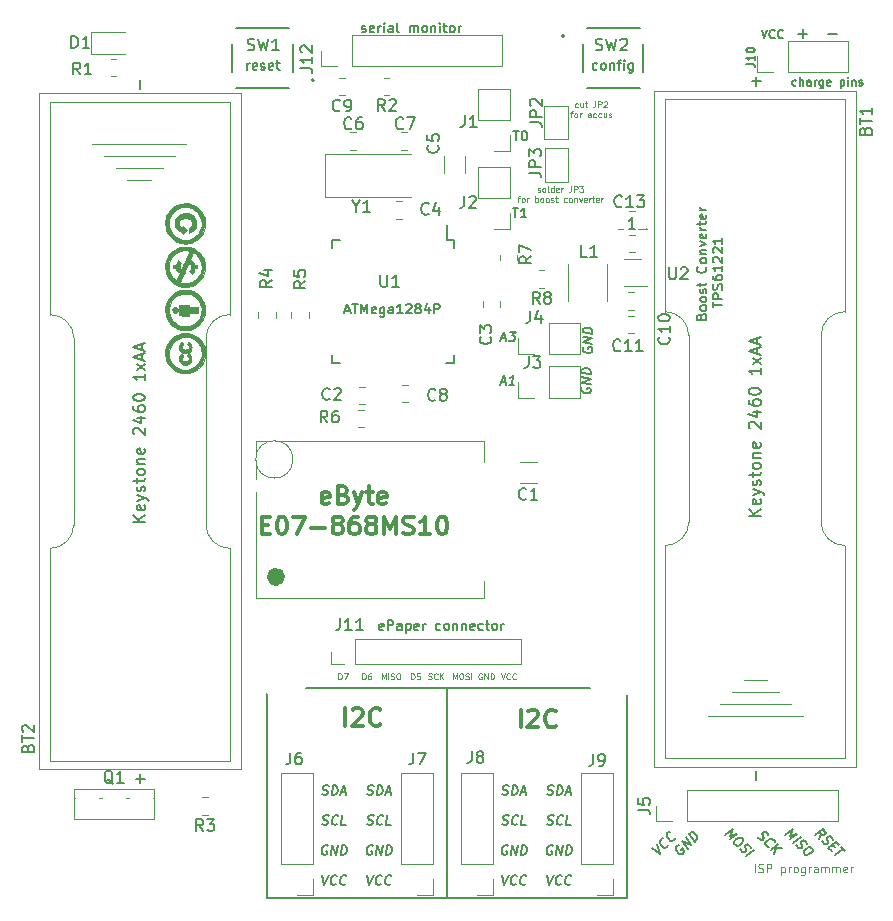
<source format=gbr>
G04 #@! TF.GenerationSoftware,KiCad,Pcbnew,5.1.10-88a1d61d58~88~ubuntu18.04.1*
G04 #@! TF.CreationDate,2021-10-17T10:02:12+02:00*
G04 #@! TF.ProjectId,HB-UNI-SEN-BATT_ATMega1284P_E07-868MS10_FUEL4EP,48422d55-4e49-42d5-9345-4e2d42415454,rev?*
G04 #@! TF.SameCoordinates,Original*
G04 #@! TF.FileFunction,Legend,Top*
G04 #@! TF.FilePolarity,Positive*
%FSLAX46Y46*%
G04 Gerber Fmt 4.6, Leading zero omitted, Abs format (unit mm)*
G04 Created by KiCad (PCBNEW 5.1.10-88a1d61d58~88~ubuntu18.04.1) date 2021-10-17 10:02:12*
%MOMM*%
%LPD*%
G01*
G04 APERTURE LIST*
%ADD10C,0.152400*%
%ADD11C,0.100000*%
%ADD12C,0.150000*%
%ADD13C,0.300000*%
%ADD14C,0.200000*%
%ADD15C,0.120000*%
%ADD16C,0.127000*%
%ADD17C,0.800000*%
%ADD18C,0.010000*%
%ADD19C,5.000000*%
%ADD20O,1.700000X1.700000*%
%ADD21R,1.700000X1.700000*%
%ADD22R,1.500000X1.000000*%
%ADD23R,2.700000X1.400000*%
%ADD24R,0.900000X0.400000*%
%ADD25O,1.350000X1.350000*%
%ADD26R,1.350000X1.350000*%
%ADD27R,3.500000X2.400000*%
%ADD28R,2.000000X2.000000*%
%ADD29C,2.000000*%
%ADD30C,2.640000*%
%ADD31R,1.000000X0.750000*%
%ADD32R,1.500000X0.550000*%
%ADD33R,0.550000X1.500000*%
%ADD34C,3.000000*%
%ADD35R,2.170000X1.000000*%
%ADD36C,1.000000*%
%ADD37C,0.700000*%
%ADD38C,4.400000*%
%ADD39O,1.717500X1.800000*%
%ADD40R,1.717500X1.800000*%
G04 APERTURE END LIST*
D10*
X131201885Y-79259490D02*
X131279295Y-79298195D01*
X131434114Y-79298195D01*
X131511523Y-79259490D01*
X131550228Y-79182080D01*
X131550228Y-79143376D01*
X131511523Y-79065966D01*
X131434114Y-79027261D01*
X131318000Y-79027261D01*
X131240590Y-78988557D01*
X131201885Y-78911147D01*
X131201885Y-78872442D01*
X131240590Y-78795033D01*
X131318000Y-78756328D01*
X131434114Y-78756328D01*
X131511523Y-78795033D01*
X132208209Y-79259490D02*
X132130800Y-79298195D01*
X131975980Y-79298195D01*
X131898571Y-79259490D01*
X131859866Y-79182080D01*
X131859866Y-78872442D01*
X131898571Y-78795033D01*
X131975980Y-78756328D01*
X132130800Y-78756328D01*
X132208209Y-78795033D01*
X132246914Y-78872442D01*
X132246914Y-78949852D01*
X131859866Y-79027261D01*
X132595257Y-79298195D02*
X132595257Y-78756328D01*
X132595257Y-78911147D02*
X132633961Y-78833738D01*
X132672666Y-78795033D01*
X132750076Y-78756328D01*
X132827485Y-78756328D01*
X133098419Y-79298195D02*
X133098419Y-78756328D01*
X133098419Y-78485395D02*
X133059714Y-78524100D01*
X133098419Y-78562804D01*
X133137123Y-78524100D01*
X133098419Y-78485395D01*
X133098419Y-78562804D01*
X133833809Y-79298195D02*
X133833809Y-78872442D01*
X133795104Y-78795033D01*
X133717695Y-78756328D01*
X133562876Y-78756328D01*
X133485466Y-78795033D01*
X133833809Y-79259490D02*
X133756400Y-79298195D01*
X133562876Y-79298195D01*
X133485466Y-79259490D01*
X133446761Y-79182080D01*
X133446761Y-79104671D01*
X133485466Y-79027261D01*
X133562876Y-78988557D01*
X133756400Y-78988557D01*
X133833809Y-78949852D01*
X134336971Y-79298195D02*
X134259561Y-79259490D01*
X134220857Y-79182080D01*
X134220857Y-78485395D01*
X135265885Y-79298195D02*
X135265885Y-78756328D01*
X135265885Y-78833738D02*
X135304590Y-78795033D01*
X135382000Y-78756328D01*
X135498114Y-78756328D01*
X135575523Y-78795033D01*
X135614228Y-78872442D01*
X135614228Y-79298195D01*
X135614228Y-78872442D02*
X135652933Y-78795033D01*
X135730342Y-78756328D01*
X135846457Y-78756328D01*
X135923866Y-78795033D01*
X135962571Y-78872442D01*
X135962571Y-79298195D01*
X136465733Y-79298195D02*
X136388323Y-79259490D01*
X136349619Y-79220785D01*
X136310914Y-79143376D01*
X136310914Y-78911147D01*
X136349619Y-78833738D01*
X136388323Y-78795033D01*
X136465733Y-78756328D01*
X136581847Y-78756328D01*
X136659257Y-78795033D01*
X136697961Y-78833738D01*
X136736666Y-78911147D01*
X136736666Y-79143376D01*
X136697961Y-79220785D01*
X136659257Y-79259490D01*
X136581847Y-79298195D01*
X136465733Y-79298195D01*
X137085009Y-78756328D02*
X137085009Y-79298195D01*
X137085009Y-78833738D02*
X137123714Y-78795033D01*
X137201123Y-78756328D01*
X137317238Y-78756328D01*
X137394647Y-78795033D01*
X137433352Y-78872442D01*
X137433352Y-79298195D01*
X137820400Y-79298195D02*
X137820400Y-78756328D01*
X137820400Y-78485395D02*
X137781695Y-78524100D01*
X137820400Y-78562804D01*
X137859104Y-78524100D01*
X137820400Y-78485395D01*
X137820400Y-78562804D01*
X138091333Y-78756328D02*
X138400971Y-78756328D01*
X138207447Y-78485395D02*
X138207447Y-79182080D01*
X138246152Y-79259490D01*
X138323561Y-79298195D01*
X138400971Y-79298195D01*
X138788019Y-79298195D02*
X138710609Y-79259490D01*
X138671904Y-79220785D01*
X138633200Y-79143376D01*
X138633200Y-78911147D01*
X138671904Y-78833738D01*
X138710609Y-78795033D01*
X138788019Y-78756328D01*
X138904133Y-78756328D01*
X138981542Y-78795033D01*
X139020247Y-78833738D01*
X139058952Y-78911147D01*
X139058952Y-79143376D01*
X139020247Y-79220785D01*
X138981542Y-79259490D01*
X138904133Y-79298195D01*
X138788019Y-79298195D01*
X139407295Y-79298195D02*
X139407295Y-78756328D01*
X139407295Y-78911147D02*
X139446000Y-78833738D01*
X139484704Y-78795033D01*
X139562114Y-78756328D01*
X139639523Y-78756328D01*
X160908395Y-102592414D02*
X160908395Y-102127957D01*
X161721195Y-102360185D02*
X160908395Y-102360185D01*
X161721195Y-101857023D02*
X160908395Y-101857023D01*
X160908395Y-101547385D01*
X160947100Y-101469976D01*
X160985804Y-101431271D01*
X161063214Y-101392566D01*
X161179328Y-101392566D01*
X161256738Y-101431271D01*
X161295442Y-101469976D01*
X161334147Y-101547385D01*
X161334147Y-101857023D01*
X161682490Y-101082928D02*
X161721195Y-100966814D01*
X161721195Y-100773290D01*
X161682490Y-100695880D01*
X161643785Y-100657176D01*
X161566376Y-100618471D01*
X161488966Y-100618471D01*
X161411557Y-100657176D01*
X161372852Y-100695880D01*
X161334147Y-100773290D01*
X161295442Y-100928109D01*
X161256738Y-101005519D01*
X161218033Y-101044223D01*
X161140623Y-101082928D01*
X161063214Y-101082928D01*
X160985804Y-101044223D01*
X160947100Y-101005519D01*
X160908395Y-100928109D01*
X160908395Y-100734585D01*
X160947100Y-100618471D01*
X160908395Y-99921785D02*
X160908395Y-100076604D01*
X160947100Y-100154014D01*
X160985804Y-100192719D01*
X161101919Y-100270128D01*
X161256738Y-100308833D01*
X161566376Y-100308833D01*
X161643785Y-100270128D01*
X161682490Y-100231423D01*
X161721195Y-100154014D01*
X161721195Y-99999195D01*
X161682490Y-99921785D01*
X161643785Y-99883080D01*
X161566376Y-99844376D01*
X161372852Y-99844376D01*
X161295442Y-99883080D01*
X161256738Y-99921785D01*
X161218033Y-99999195D01*
X161218033Y-100154014D01*
X161256738Y-100231423D01*
X161295442Y-100270128D01*
X161372852Y-100308833D01*
X161721195Y-99070280D02*
X161721195Y-99534738D01*
X161721195Y-99302509D02*
X160908395Y-99302509D01*
X161024509Y-99379919D01*
X161101919Y-99457328D01*
X161140623Y-99534738D01*
X160985804Y-98760642D02*
X160947100Y-98721938D01*
X160908395Y-98644528D01*
X160908395Y-98451004D01*
X160947100Y-98373595D01*
X160985804Y-98334890D01*
X161063214Y-98296185D01*
X161140623Y-98296185D01*
X161256738Y-98334890D01*
X161721195Y-98799347D01*
X161721195Y-98296185D01*
X160985804Y-97986547D02*
X160947100Y-97947842D01*
X160908395Y-97870433D01*
X160908395Y-97676909D01*
X160947100Y-97599500D01*
X160985804Y-97560795D01*
X161063214Y-97522090D01*
X161140623Y-97522090D01*
X161256738Y-97560795D01*
X161721195Y-98025252D01*
X161721195Y-97522090D01*
X161721195Y-96747995D02*
X161721195Y-97212452D01*
X161721195Y-96980223D02*
X160908395Y-96980223D01*
X161024509Y-97057633D01*
X161101919Y-97135042D01*
X161140623Y-97212452D01*
X129788557Y-102878466D02*
X130175604Y-102878466D01*
X129711147Y-103110695D02*
X129982080Y-102297895D01*
X130253014Y-103110695D01*
X130407833Y-102297895D02*
X130872290Y-102297895D01*
X130640061Y-103110695D02*
X130640061Y-102297895D01*
X131143223Y-103110695D02*
X131143223Y-102297895D01*
X131414157Y-102878466D01*
X131685090Y-102297895D01*
X131685090Y-103110695D01*
X132381776Y-103071990D02*
X132304366Y-103110695D01*
X132149547Y-103110695D01*
X132072138Y-103071990D01*
X132033433Y-102994580D01*
X132033433Y-102684942D01*
X132072138Y-102607533D01*
X132149547Y-102568828D01*
X132304366Y-102568828D01*
X132381776Y-102607533D01*
X132420480Y-102684942D01*
X132420480Y-102762352D01*
X132033433Y-102839761D01*
X133117166Y-102568828D02*
X133117166Y-103226809D01*
X133078461Y-103304219D01*
X133039757Y-103342923D01*
X132962347Y-103381628D01*
X132846233Y-103381628D01*
X132768823Y-103342923D01*
X133117166Y-103071990D02*
X133039757Y-103110695D01*
X132884938Y-103110695D01*
X132807528Y-103071990D01*
X132768823Y-103033285D01*
X132730119Y-102955876D01*
X132730119Y-102723647D01*
X132768823Y-102646238D01*
X132807528Y-102607533D01*
X132884938Y-102568828D01*
X133039757Y-102568828D01*
X133117166Y-102607533D01*
X133852557Y-103110695D02*
X133852557Y-102684942D01*
X133813852Y-102607533D01*
X133736442Y-102568828D01*
X133581623Y-102568828D01*
X133504214Y-102607533D01*
X133852557Y-103071990D02*
X133775147Y-103110695D01*
X133581623Y-103110695D01*
X133504214Y-103071990D01*
X133465509Y-102994580D01*
X133465509Y-102917171D01*
X133504214Y-102839761D01*
X133581623Y-102801057D01*
X133775147Y-102801057D01*
X133852557Y-102762352D01*
X134665357Y-103110695D02*
X134200900Y-103110695D01*
X134433128Y-103110695D02*
X134433128Y-102297895D01*
X134355719Y-102414009D01*
X134278309Y-102491419D01*
X134200900Y-102530123D01*
X134974995Y-102375304D02*
X135013700Y-102336600D01*
X135091109Y-102297895D01*
X135284633Y-102297895D01*
X135362042Y-102336600D01*
X135400747Y-102375304D01*
X135439452Y-102452714D01*
X135439452Y-102530123D01*
X135400747Y-102646238D01*
X134936290Y-103110695D01*
X135439452Y-103110695D01*
X135903909Y-102646238D02*
X135826500Y-102607533D01*
X135787795Y-102568828D01*
X135749090Y-102491419D01*
X135749090Y-102452714D01*
X135787795Y-102375304D01*
X135826500Y-102336600D01*
X135903909Y-102297895D01*
X136058728Y-102297895D01*
X136136138Y-102336600D01*
X136174842Y-102375304D01*
X136213547Y-102452714D01*
X136213547Y-102491419D01*
X136174842Y-102568828D01*
X136136138Y-102607533D01*
X136058728Y-102646238D01*
X135903909Y-102646238D01*
X135826500Y-102684942D01*
X135787795Y-102723647D01*
X135749090Y-102801057D01*
X135749090Y-102955876D01*
X135787795Y-103033285D01*
X135826500Y-103071990D01*
X135903909Y-103110695D01*
X136058728Y-103110695D01*
X136136138Y-103071990D01*
X136174842Y-103033285D01*
X136213547Y-102955876D01*
X136213547Y-102801057D01*
X136174842Y-102723647D01*
X136136138Y-102684942D01*
X136058728Y-102646238D01*
X136910233Y-102568828D02*
X136910233Y-103110695D01*
X136716709Y-102259190D02*
X136523185Y-102839761D01*
X137026347Y-102839761D01*
X137335985Y-103110695D02*
X137335985Y-102297895D01*
X137645623Y-102297895D01*
X137723033Y-102336600D01*
X137761738Y-102375304D01*
X137800442Y-102452714D01*
X137800442Y-102568828D01*
X137761738Y-102646238D01*
X137723033Y-102684942D01*
X137645623Y-102723647D01*
X137335985Y-102723647D01*
X121493038Y-82473195D02*
X121493038Y-81931328D01*
X121493038Y-82086147D02*
X121531742Y-82008738D01*
X121570447Y-81970033D01*
X121647857Y-81931328D01*
X121725266Y-81931328D01*
X122305838Y-82434490D02*
X122228428Y-82473195D01*
X122073609Y-82473195D01*
X121996200Y-82434490D01*
X121957495Y-82357080D01*
X121957495Y-82047442D01*
X121996200Y-81970033D01*
X122073609Y-81931328D01*
X122228428Y-81931328D01*
X122305838Y-81970033D01*
X122344542Y-82047442D01*
X122344542Y-82124852D01*
X121957495Y-82202261D01*
X122654180Y-82434490D02*
X122731590Y-82473195D01*
X122886409Y-82473195D01*
X122963819Y-82434490D01*
X123002523Y-82357080D01*
X123002523Y-82318376D01*
X122963819Y-82240966D01*
X122886409Y-82202261D01*
X122770295Y-82202261D01*
X122692885Y-82163557D01*
X122654180Y-82086147D01*
X122654180Y-82047442D01*
X122692885Y-81970033D01*
X122770295Y-81931328D01*
X122886409Y-81931328D01*
X122963819Y-81970033D01*
X123660504Y-82434490D02*
X123583095Y-82473195D01*
X123428276Y-82473195D01*
X123350866Y-82434490D01*
X123312161Y-82357080D01*
X123312161Y-82047442D01*
X123350866Y-81970033D01*
X123428276Y-81931328D01*
X123583095Y-81931328D01*
X123660504Y-81970033D01*
X123699209Y-82047442D01*
X123699209Y-82124852D01*
X123312161Y-82202261D01*
X123931438Y-81931328D02*
X124241076Y-81931328D01*
X124047552Y-81660395D02*
X124047552Y-82357080D01*
X124086257Y-82434490D01*
X124163666Y-82473195D01*
X124241076Y-82473195D01*
D11*
X146089928Y-92804880D02*
X146137547Y-92828690D01*
X146232785Y-92828690D01*
X146280404Y-92804880D01*
X146304214Y-92757261D01*
X146304214Y-92733452D01*
X146280404Y-92685833D01*
X146232785Y-92662023D01*
X146161357Y-92662023D01*
X146113738Y-92638214D01*
X146089928Y-92590595D01*
X146089928Y-92566785D01*
X146113738Y-92519166D01*
X146161357Y-92495357D01*
X146232785Y-92495357D01*
X146280404Y-92519166D01*
X146589928Y-92828690D02*
X146542309Y-92804880D01*
X146518500Y-92781071D01*
X146494690Y-92733452D01*
X146494690Y-92590595D01*
X146518500Y-92542976D01*
X146542309Y-92519166D01*
X146589928Y-92495357D01*
X146661357Y-92495357D01*
X146708976Y-92519166D01*
X146732785Y-92542976D01*
X146756595Y-92590595D01*
X146756595Y-92733452D01*
X146732785Y-92781071D01*
X146708976Y-92804880D01*
X146661357Y-92828690D01*
X146589928Y-92828690D01*
X147042309Y-92828690D02*
X146994690Y-92804880D01*
X146970880Y-92757261D01*
X146970880Y-92328690D01*
X147447071Y-92828690D02*
X147447071Y-92328690D01*
X147447071Y-92804880D02*
X147399452Y-92828690D01*
X147304214Y-92828690D01*
X147256595Y-92804880D01*
X147232785Y-92781071D01*
X147208976Y-92733452D01*
X147208976Y-92590595D01*
X147232785Y-92542976D01*
X147256595Y-92519166D01*
X147304214Y-92495357D01*
X147399452Y-92495357D01*
X147447071Y-92519166D01*
X147875642Y-92804880D02*
X147828023Y-92828690D01*
X147732785Y-92828690D01*
X147685166Y-92804880D01*
X147661357Y-92757261D01*
X147661357Y-92566785D01*
X147685166Y-92519166D01*
X147732785Y-92495357D01*
X147828023Y-92495357D01*
X147875642Y-92519166D01*
X147899452Y-92566785D01*
X147899452Y-92614404D01*
X147661357Y-92662023D01*
X148113738Y-92828690D02*
X148113738Y-92495357D01*
X148113738Y-92590595D02*
X148137547Y-92542976D01*
X148161357Y-92519166D01*
X148208976Y-92495357D01*
X148256595Y-92495357D01*
X148947071Y-92328690D02*
X148947071Y-92685833D01*
X148923261Y-92757261D01*
X148875642Y-92804880D01*
X148804214Y-92828690D01*
X148756595Y-92828690D01*
X149185166Y-92828690D02*
X149185166Y-92328690D01*
X149375642Y-92328690D01*
X149423261Y-92352500D01*
X149447071Y-92376309D01*
X149470880Y-92423928D01*
X149470880Y-92495357D01*
X149447071Y-92542976D01*
X149423261Y-92566785D01*
X149375642Y-92590595D01*
X149185166Y-92590595D01*
X149637547Y-92328690D02*
X149947071Y-92328690D01*
X149780404Y-92519166D01*
X149851833Y-92519166D01*
X149899452Y-92542976D01*
X149923261Y-92566785D01*
X149947071Y-92614404D01*
X149947071Y-92733452D01*
X149923261Y-92781071D01*
X149899452Y-92804880D01*
X149851833Y-92828690D01*
X149708976Y-92828690D01*
X149661357Y-92804880D01*
X149637547Y-92781071D01*
X144399452Y-93345357D02*
X144589928Y-93345357D01*
X144470880Y-93678690D02*
X144470880Y-93250119D01*
X144494690Y-93202500D01*
X144542309Y-93178690D01*
X144589928Y-93178690D01*
X144828023Y-93678690D02*
X144780404Y-93654880D01*
X144756595Y-93631071D01*
X144732785Y-93583452D01*
X144732785Y-93440595D01*
X144756595Y-93392976D01*
X144780404Y-93369166D01*
X144828023Y-93345357D01*
X144899452Y-93345357D01*
X144947071Y-93369166D01*
X144970880Y-93392976D01*
X144994690Y-93440595D01*
X144994690Y-93583452D01*
X144970880Y-93631071D01*
X144947071Y-93654880D01*
X144899452Y-93678690D01*
X144828023Y-93678690D01*
X145208976Y-93678690D02*
X145208976Y-93345357D01*
X145208976Y-93440595D02*
X145232785Y-93392976D01*
X145256595Y-93369166D01*
X145304214Y-93345357D01*
X145351833Y-93345357D01*
X145899452Y-93678690D02*
X145899452Y-93178690D01*
X145899452Y-93369166D02*
X145947071Y-93345357D01*
X146042309Y-93345357D01*
X146089928Y-93369166D01*
X146113738Y-93392976D01*
X146137547Y-93440595D01*
X146137547Y-93583452D01*
X146113738Y-93631071D01*
X146089928Y-93654880D01*
X146042309Y-93678690D01*
X145947071Y-93678690D01*
X145899452Y-93654880D01*
X146423261Y-93678690D02*
X146375642Y-93654880D01*
X146351833Y-93631071D01*
X146328023Y-93583452D01*
X146328023Y-93440595D01*
X146351833Y-93392976D01*
X146375642Y-93369166D01*
X146423261Y-93345357D01*
X146494690Y-93345357D01*
X146542309Y-93369166D01*
X146566119Y-93392976D01*
X146589928Y-93440595D01*
X146589928Y-93583452D01*
X146566119Y-93631071D01*
X146542309Y-93654880D01*
X146494690Y-93678690D01*
X146423261Y-93678690D01*
X146875642Y-93678690D02*
X146828023Y-93654880D01*
X146804214Y-93631071D01*
X146780404Y-93583452D01*
X146780404Y-93440595D01*
X146804214Y-93392976D01*
X146828023Y-93369166D01*
X146875642Y-93345357D01*
X146947071Y-93345357D01*
X146994690Y-93369166D01*
X147018500Y-93392976D01*
X147042309Y-93440595D01*
X147042309Y-93583452D01*
X147018500Y-93631071D01*
X146994690Y-93654880D01*
X146947071Y-93678690D01*
X146875642Y-93678690D01*
X147232785Y-93654880D02*
X147280404Y-93678690D01*
X147375642Y-93678690D01*
X147423261Y-93654880D01*
X147447071Y-93607261D01*
X147447071Y-93583452D01*
X147423261Y-93535833D01*
X147375642Y-93512023D01*
X147304214Y-93512023D01*
X147256595Y-93488214D01*
X147232785Y-93440595D01*
X147232785Y-93416785D01*
X147256595Y-93369166D01*
X147304214Y-93345357D01*
X147375642Y-93345357D01*
X147423261Y-93369166D01*
X147589928Y-93345357D02*
X147780404Y-93345357D01*
X147661357Y-93178690D02*
X147661357Y-93607261D01*
X147685166Y-93654880D01*
X147732785Y-93678690D01*
X147780404Y-93678690D01*
X148542309Y-93654880D02*
X148494690Y-93678690D01*
X148399452Y-93678690D01*
X148351833Y-93654880D01*
X148328023Y-93631071D01*
X148304214Y-93583452D01*
X148304214Y-93440595D01*
X148328023Y-93392976D01*
X148351833Y-93369166D01*
X148399452Y-93345357D01*
X148494690Y-93345357D01*
X148542309Y-93369166D01*
X148828023Y-93678690D02*
X148780404Y-93654880D01*
X148756595Y-93631071D01*
X148732785Y-93583452D01*
X148732785Y-93440595D01*
X148756595Y-93392976D01*
X148780404Y-93369166D01*
X148828023Y-93345357D01*
X148899452Y-93345357D01*
X148947071Y-93369166D01*
X148970880Y-93392976D01*
X148994690Y-93440595D01*
X148994690Y-93583452D01*
X148970880Y-93631071D01*
X148947071Y-93654880D01*
X148899452Y-93678690D01*
X148828023Y-93678690D01*
X149208976Y-93345357D02*
X149208976Y-93678690D01*
X149208976Y-93392976D02*
X149232785Y-93369166D01*
X149280404Y-93345357D01*
X149351833Y-93345357D01*
X149399452Y-93369166D01*
X149423261Y-93416785D01*
X149423261Y-93678690D01*
X149613738Y-93345357D02*
X149732785Y-93678690D01*
X149851833Y-93345357D01*
X150232785Y-93654880D02*
X150185166Y-93678690D01*
X150089928Y-93678690D01*
X150042309Y-93654880D01*
X150018500Y-93607261D01*
X150018500Y-93416785D01*
X150042309Y-93369166D01*
X150089928Y-93345357D01*
X150185166Y-93345357D01*
X150232785Y-93369166D01*
X150256595Y-93416785D01*
X150256595Y-93464404D01*
X150018500Y-93512023D01*
X150470880Y-93678690D02*
X150470880Y-93345357D01*
X150470880Y-93440595D02*
X150494690Y-93392976D01*
X150518500Y-93369166D01*
X150566119Y-93345357D01*
X150613738Y-93345357D01*
X150708976Y-93345357D02*
X150899452Y-93345357D01*
X150780404Y-93178690D02*
X150780404Y-93607261D01*
X150804214Y-93654880D01*
X150851833Y-93678690D01*
X150899452Y-93678690D01*
X151256595Y-93654880D02*
X151208976Y-93678690D01*
X151113738Y-93678690D01*
X151066119Y-93654880D01*
X151042309Y-93607261D01*
X151042309Y-93416785D01*
X151066119Y-93369166D01*
X151113738Y-93345357D01*
X151208976Y-93345357D01*
X151256595Y-93369166D01*
X151280404Y-93416785D01*
X151280404Y-93464404D01*
X151042309Y-93512023D01*
X151494690Y-93678690D02*
X151494690Y-93345357D01*
X151494690Y-93440595D02*
X151518500Y-93392976D01*
X151542309Y-93369166D01*
X151589928Y-93345357D01*
X151637547Y-93345357D01*
D10*
X144033723Y-87642095D02*
X144498180Y-87642095D01*
X144265952Y-88454895D02*
X144265952Y-87642095D01*
X144923933Y-87642095D02*
X145001342Y-87642095D01*
X145078752Y-87680800D01*
X145117457Y-87719504D01*
X145156161Y-87796914D01*
X145194866Y-87951733D01*
X145194866Y-88145257D01*
X145156161Y-88300076D01*
X145117457Y-88377485D01*
X145078752Y-88416190D01*
X145001342Y-88454895D01*
X144923933Y-88454895D01*
X144846523Y-88416190D01*
X144807819Y-88377485D01*
X144769114Y-88300076D01*
X144730409Y-88145257D01*
X144730409Y-87951733D01*
X144769114Y-87796914D01*
X144807819Y-87719504D01*
X144846523Y-87680800D01*
X144923933Y-87642095D01*
X143970223Y-94169895D02*
X144434680Y-94169895D01*
X144202452Y-94982695D02*
X144202452Y-94169895D01*
X145131366Y-94982695D02*
X144666909Y-94982695D01*
X144899138Y-94982695D02*
X144899138Y-94169895D01*
X144821728Y-94286009D01*
X144744319Y-94363419D01*
X144666909Y-94402123D01*
X159961942Y-103364695D02*
X160000647Y-103248580D01*
X160039352Y-103209876D01*
X160116761Y-103171171D01*
X160232876Y-103171171D01*
X160310285Y-103209876D01*
X160348990Y-103248580D01*
X160387695Y-103325990D01*
X160387695Y-103635628D01*
X159574895Y-103635628D01*
X159574895Y-103364695D01*
X159613600Y-103287285D01*
X159652304Y-103248580D01*
X159729714Y-103209876D01*
X159807123Y-103209876D01*
X159884533Y-103248580D01*
X159923238Y-103287285D01*
X159961942Y-103364695D01*
X159961942Y-103635628D01*
X160387695Y-102706714D02*
X160348990Y-102784123D01*
X160310285Y-102822828D01*
X160232876Y-102861533D01*
X160000647Y-102861533D01*
X159923238Y-102822828D01*
X159884533Y-102784123D01*
X159845828Y-102706714D01*
X159845828Y-102590600D01*
X159884533Y-102513190D01*
X159923238Y-102474485D01*
X160000647Y-102435780D01*
X160232876Y-102435780D01*
X160310285Y-102474485D01*
X160348990Y-102513190D01*
X160387695Y-102590600D01*
X160387695Y-102706714D01*
X160387695Y-101971323D02*
X160348990Y-102048733D01*
X160310285Y-102087438D01*
X160232876Y-102126142D01*
X160000647Y-102126142D01*
X159923238Y-102087438D01*
X159884533Y-102048733D01*
X159845828Y-101971323D01*
X159845828Y-101855209D01*
X159884533Y-101777800D01*
X159923238Y-101739095D01*
X160000647Y-101700390D01*
X160232876Y-101700390D01*
X160310285Y-101739095D01*
X160348990Y-101777800D01*
X160387695Y-101855209D01*
X160387695Y-101971323D01*
X160348990Y-101390752D02*
X160387695Y-101313342D01*
X160387695Y-101158523D01*
X160348990Y-101081114D01*
X160271580Y-101042409D01*
X160232876Y-101042409D01*
X160155466Y-101081114D01*
X160116761Y-101158523D01*
X160116761Y-101274638D01*
X160078057Y-101352047D01*
X160000647Y-101390752D01*
X159961942Y-101390752D01*
X159884533Y-101352047D01*
X159845828Y-101274638D01*
X159845828Y-101158523D01*
X159884533Y-101081114D01*
X159845828Y-100810180D02*
X159845828Y-100500542D01*
X159574895Y-100694066D02*
X160271580Y-100694066D01*
X160348990Y-100655361D01*
X160387695Y-100577952D01*
X160387695Y-100500542D01*
X160310285Y-99145876D02*
X160348990Y-99184580D01*
X160387695Y-99300695D01*
X160387695Y-99378104D01*
X160348990Y-99494219D01*
X160271580Y-99571628D01*
X160194171Y-99610333D01*
X160039352Y-99649038D01*
X159923238Y-99649038D01*
X159768419Y-99610333D01*
X159691009Y-99571628D01*
X159613600Y-99494219D01*
X159574895Y-99378104D01*
X159574895Y-99300695D01*
X159613600Y-99184580D01*
X159652304Y-99145876D01*
X160387695Y-98681419D02*
X160348990Y-98758828D01*
X160310285Y-98797533D01*
X160232876Y-98836238D01*
X160000647Y-98836238D01*
X159923238Y-98797533D01*
X159884533Y-98758828D01*
X159845828Y-98681419D01*
X159845828Y-98565304D01*
X159884533Y-98487895D01*
X159923238Y-98449190D01*
X160000647Y-98410485D01*
X160232876Y-98410485D01*
X160310285Y-98449190D01*
X160348990Y-98487895D01*
X160387695Y-98565304D01*
X160387695Y-98681419D01*
X159845828Y-98062142D02*
X160387695Y-98062142D01*
X159923238Y-98062142D02*
X159884533Y-98023438D01*
X159845828Y-97946028D01*
X159845828Y-97829914D01*
X159884533Y-97752504D01*
X159961942Y-97713800D01*
X160387695Y-97713800D01*
X159845828Y-97404161D02*
X160387695Y-97210638D01*
X159845828Y-97017114D01*
X160348990Y-96397838D02*
X160387695Y-96475247D01*
X160387695Y-96630066D01*
X160348990Y-96707476D01*
X160271580Y-96746180D01*
X159961942Y-96746180D01*
X159884533Y-96707476D01*
X159845828Y-96630066D01*
X159845828Y-96475247D01*
X159884533Y-96397838D01*
X159961942Y-96359133D01*
X160039352Y-96359133D01*
X160116761Y-96746180D01*
X160387695Y-96010790D02*
X159845828Y-96010790D01*
X160000647Y-96010790D02*
X159923238Y-95972085D01*
X159884533Y-95933380D01*
X159845828Y-95855971D01*
X159845828Y-95778561D01*
X159845828Y-95623742D02*
X159845828Y-95314104D01*
X159574895Y-95507628D02*
X160271580Y-95507628D01*
X160348990Y-95468923D01*
X160387695Y-95391514D01*
X160387695Y-95314104D01*
X160348990Y-94733533D02*
X160387695Y-94810942D01*
X160387695Y-94965761D01*
X160348990Y-95043171D01*
X160271580Y-95081876D01*
X159961942Y-95081876D01*
X159884533Y-95043171D01*
X159845828Y-94965761D01*
X159845828Y-94810942D01*
X159884533Y-94733533D01*
X159961942Y-94694828D01*
X160039352Y-94694828D01*
X160116761Y-95081876D01*
X160387695Y-94346485D02*
X159845828Y-94346485D01*
X160000647Y-94346485D02*
X159923238Y-94307780D01*
X159884533Y-94269076D01*
X159845828Y-94191666D01*
X159845828Y-94114257D01*
X151128185Y-82434490D02*
X151050776Y-82473195D01*
X150895957Y-82473195D01*
X150818547Y-82434490D01*
X150779842Y-82395785D01*
X150741138Y-82318376D01*
X150741138Y-82086147D01*
X150779842Y-82008738D01*
X150818547Y-81970033D01*
X150895957Y-81931328D01*
X151050776Y-81931328D01*
X151128185Y-81970033D01*
X151592642Y-82473195D02*
X151515233Y-82434490D01*
X151476528Y-82395785D01*
X151437823Y-82318376D01*
X151437823Y-82086147D01*
X151476528Y-82008738D01*
X151515233Y-81970033D01*
X151592642Y-81931328D01*
X151708757Y-81931328D01*
X151786166Y-81970033D01*
X151824871Y-82008738D01*
X151863576Y-82086147D01*
X151863576Y-82318376D01*
X151824871Y-82395785D01*
X151786166Y-82434490D01*
X151708757Y-82473195D01*
X151592642Y-82473195D01*
X152211919Y-81931328D02*
X152211919Y-82473195D01*
X152211919Y-82008738D02*
X152250623Y-81970033D01*
X152328033Y-81931328D01*
X152444147Y-81931328D01*
X152521557Y-81970033D01*
X152560261Y-82047442D01*
X152560261Y-82473195D01*
X152831195Y-81931328D02*
X153140833Y-81931328D01*
X152947309Y-82473195D02*
X152947309Y-81776509D01*
X152986014Y-81699100D01*
X153063423Y-81660395D01*
X153140833Y-81660395D01*
X153411766Y-82473195D02*
X153411766Y-81931328D01*
X153411766Y-81660395D02*
X153373061Y-81699100D01*
X153411766Y-81737804D01*
X153450471Y-81699100D01*
X153411766Y-81660395D01*
X153411766Y-81737804D01*
X154147157Y-81931328D02*
X154147157Y-82589309D01*
X154108452Y-82666719D01*
X154069747Y-82705423D01*
X153992338Y-82744128D01*
X153876223Y-82744128D01*
X153798814Y-82705423D01*
X154147157Y-82434490D02*
X154069747Y-82473195D01*
X153914928Y-82473195D01*
X153837519Y-82434490D01*
X153798814Y-82395785D01*
X153760109Y-82318376D01*
X153760109Y-82086147D01*
X153798814Y-82008738D01*
X153837519Y-81970033D01*
X153914928Y-81931328D01*
X154069747Y-81931328D01*
X154147157Y-81970033D01*
D12*
X165055666Y-79118666D02*
X165289000Y-79818666D01*
X165522333Y-79118666D01*
X166155666Y-79752000D02*
X166122333Y-79785333D01*
X166022333Y-79818666D01*
X165955666Y-79818666D01*
X165855666Y-79785333D01*
X165789000Y-79718666D01*
X165755666Y-79652000D01*
X165722333Y-79518666D01*
X165722333Y-79418666D01*
X165755666Y-79285333D01*
X165789000Y-79218666D01*
X165855666Y-79152000D01*
X165955666Y-79118666D01*
X166022333Y-79118666D01*
X166122333Y-79152000D01*
X166155666Y-79185333D01*
X166855666Y-79752000D02*
X166822333Y-79785333D01*
X166722333Y-79818666D01*
X166655666Y-79818666D01*
X166555666Y-79785333D01*
X166489000Y-79718666D01*
X166455666Y-79652000D01*
X166422333Y-79518666D01*
X166422333Y-79418666D01*
X166455666Y-79285333D01*
X166489000Y-79218666D01*
X166555666Y-79152000D01*
X166655666Y-79118666D01*
X166722333Y-79118666D01*
X166822333Y-79152000D01*
X166855666Y-79185333D01*
D10*
X133025847Y-129868990D02*
X132948438Y-129907695D01*
X132793619Y-129907695D01*
X132716209Y-129868990D01*
X132677504Y-129791580D01*
X132677504Y-129481942D01*
X132716209Y-129404533D01*
X132793619Y-129365828D01*
X132948438Y-129365828D01*
X133025847Y-129404533D01*
X133064552Y-129481942D01*
X133064552Y-129559352D01*
X132677504Y-129636761D01*
X133412895Y-129907695D02*
X133412895Y-129094895D01*
X133722533Y-129094895D01*
X133799942Y-129133600D01*
X133838647Y-129172304D01*
X133877352Y-129249714D01*
X133877352Y-129365828D01*
X133838647Y-129443238D01*
X133799942Y-129481942D01*
X133722533Y-129520647D01*
X133412895Y-129520647D01*
X134574038Y-129907695D02*
X134574038Y-129481942D01*
X134535333Y-129404533D01*
X134457923Y-129365828D01*
X134303104Y-129365828D01*
X134225695Y-129404533D01*
X134574038Y-129868990D02*
X134496628Y-129907695D01*
X134303104Y-129907695D01*
X134225695Y-129868990D01*
X134186990Y-129791580D01*
X134186990Y-129714171D01*
X134225695Y-129636761D01*
X134303104Y-129598057D01*
X134496628Y-129598057D01*
X134574038Y-129559352D01*
X134961085Y-129365828D02*
X134961085Y-130178628D01*
X134961085Y-129404533D02*
X135038495Y-129365828D01*
X135193314Y-129365828D01*
X135270723Y-129404533D01*
X135309428Y-129443238D01*
X135348133Y-129520647D01*
X135348133Y-129752876D01*
X135309428Y-129830285D01*
X135270723Y-129868990D01*
X135193314Y-129907695D01*
X135038495Y-129907695D01*
X134961085Y-129868990D01*
X136006114Y-129868990D02*
X135928704Y-129907695D01*
X135773885Y-129907695D01*
X135696476Y-129868990D01*
X135657771Y-129791580D01*
X135657771Y-129481942D01*
X135696476Y-129404533D01*
X135773885Y-129365828D01*
X135928704Y-129365828D01*
X136006114Y-129404533D01*
X136044819Y-129481942D01*
X136044819Y-129559352D01*
X135657771Y-129636761D01*
X136393161Y-129907695D02*
X136393161Y-129365828D01*
X136393161Y-129520647D02*
X136431866Y-129443238D01*
X136470571Y-129404533D01*
X136547980Y-129365828D01*
X136625390Y-129365828D01*
X137863942Y-129868990D02*
X137786533Y-129907695D01*
X137631714Y-129907695D01*
X137554304Y-129868990D01*
X137515600Y-129830285D01*
X137476895Y-129752876D01*
X137476895Y-129520647D01*
X137515600Y-129443238D01*
X137554304Y-129404533D01*
X137631714Y-129365828D01*
X137786533Y-129365828D01*
X137863942Y-129404533D01*
X138328400Y-129907695D02*
X138250990Y-129868990D01*
X138212285Y-129830285D01*
X138173580Y-129752876D01*
X138173580Y-129520647D01*
X138212285Y-129443238D01*
X138250990Y-129404533D01*
X138328400Y-129365828D01*
X138444514Y-129365828D01*
X138521923Y-129404533D01*
X138560628Y-129443238D01*
X138599333Y-129520647D01*
X138599333Y-129752876D01*
X138560628Y-129830285D01*
X138521923Y-129868990D01*
X138444514Y-129907695D01*
X138328400Y-129907695D01*
X138947676Y-129365828D02*
X138947676Y-129907695D01*
X138947676Y-129443238D02*
X138986380Y-129404533D01*
X139063790Y-129365828D01*
X139179904Y-129365828D01*
X139257314Y-129404533D01*
X139296019Y-129481942D01*
X139296019Y-129907695D01*
X139683066Y-129365828D02*
X139683066Y-129907695D01*
X139683066Y-129443238D02*
X139721771Y-129404533D01*
X139799180Y-129365828D01*
X139915295Y-129365828D01*
X139992704Y-129404533D01*
X140031409Y-129481942D01*
X140031409Y-129907695D01*
X140728095Y-129868990D02*
X140650685Y-129907695D01*
X140495866Y-129907695D01*
X140418457Y-129868990D01*
X140379752Y-129791580D01*
X140379752Y-129481942D01*
X140418457Y-129404533D01*
X140495866Y-129365828D01*
X140650685Y-129365828D01*
X140728095Y-129404533D01*
X140766800Y-129481942D01*
X140766800Y-129559352D01*
X140379752Y-129636761D01*
X141463485Y-129868990D02*
X141386076Y-129907695D01*
X141231257Y-129907695D01*
X141153847Y-129868990D01*
X141115142Y-129830285D01*
X141076438Y-129752876D01*
X141076438Y-129520647D01*
X141115142Y-129443238D01*
X141153847Y-129404533D01*
X141231257Y-129365828D01*
X141386076Y-129365828D01*
X141463485Y-129404533D01*
X141695714Y-129365828D02*
X142005352Y-129365828D01*
X141811828Y-129094895D02*
X141811828Y-129791580D01*
X141850533Y-129868990D01*
X141927942Y-129907695D01*
X142005352Y-129907695D01*
X142392400Y-129907695D02*
X142314990Y-129868990D01*
X142276285Y-129830285D01*
X142237580Y-129752876D01*
X142237580Y-129520647D01*
X142276285Y-129443238D01*
X142314990Y-129404533D01*
X142392400Y-129365828D01*
X142508514Y-129365828D01*
X142585923Y-129404533D01*
X142624628Y-129443238D01*
X142663333Y-129520647D01*
X142663333Y-129752876D01*
X142624628Y-129830285D01*
X142585923Y-129868990D01*
X142508514Y-129907695D01*
X142392400Y-129907695D01*
X143011676Y-129907695D02*
X143011676Y-129365828D01*
X143011676Y-129520647D02*
X143050380Y-129443238D01*
X143089085Y-129404533D01*
X143166495Y-129365828D01*
X143243904Y-129365828D01*
D11*
X142970333Y-133584190D02*
X143137000Y-134084190D01*
X143303666Y-133584190D01*
X143756047Y-134036571D02*
X143732238Y-134060380D01*
X143660809Y-134084190D01*
X143613190Y-134084190D01*
X143541761Y-134060380D01*
X143494142Y-134012761D01*
X143470333Y-133965142D01*
X143446523Y-133869904D01*
X143446523Y-133798476D01*
X143470333Y-133703238D01*
X143494142Y-133655619D01*
X143541761Y-133608000D01*
X143613190Y-133584190D01*
X143660809Y-133584190D01*
X143732238Y-133608000D01*
X143756047Y-133631809D01*
X144256047Y-134036571D02*
X144232238Y-134060380D01*
X144160809Y-134084190D01*
X144113190Y-134084190D01*
X144041761Y-134060380D01*
X143994142Y-134012761D01*
X143970333Y-133965142D01*
X143946523Y-133869904D01*
X143946523Y-133798476D01*
X143970333Y-133703238D01*
X143994142Y-133655619D01*
X144041761Y-133608000D01*
X144113190Y-133584190D01*
X144160809Y-133584190D01*
X144232238Y-133608000D01*
X144256047Y-133631809D01*
X141351047Y-133608000D02*
X141303428Y-133584190D01*
X141232000Y-133584190D01*
X141160571Y-133608000D01*
X141112952Y-133655619D01*
X141089142Y-133703238D01*
X141065333Y-133798476D01*
X141065333Y-133869904D01*
X141089142Y-133965142D01*
X141112952Y-134012761D01*
X141160571Y-134060380D01*
X141232000Y-134084190D01*
X141279619Y-134084190D01*
X141351047Y-134060380D01*
X141374857Y-134036571D01*
X141374857Y-133869904D01*
X141279619Y-133869904D01*
X141589142Y-134084190D02*
X141589142Y-133584190D01*
X141874857Y-134084190D01*
X141874857Y-133584190D01*
X142112952Y-134084190D02*
X142112952Y-133584190D01*
X142232000Y-133584190D01*
X142303428Y-133608000D01*
X142351047Y-133655619D01*
X142374857Y-133703238D01*
X142398666Y-133798476D01*
X142398666Y-133869904D01*
X142374857Y-133965142D01*
X142351047Y-134012761D01*
X142303428Y-134060380D01*
X142232000Y-134084190D01*
X142112952Y-134084190D01*
X138914285Y-134084190D02*
X138914285Y-133584190D01*
X139080952Y-133941333D01*
X139247619Y-133584190D01*
X139247619Y-134084190D01*
X139580952Y-133584190D02*
X139676190Y-133584190D01*
X139723809Y-133608000D01*
X139771428Y-133655619D01*
X139795238Y-133750857D01*
X139795238Y-133917523D01*
X139771428Y-134012761D01*
X139723809Y-134060380D01*
X139676190Y-134084190D01*
X139580952Y-134084190D01*
X139533333Y-134060380D01*
X139485714Y-134012761D01*
X139461904Y-133917523D01*
X139461904Y-133750857D01*
X139485714Y-133655619D01*
X139533333Y-133608000D01*
X139580952Y-133584190D01*
X139985714Y-134060380D02*
X140057142Y-134084190D01*
X140176190Y-134084190D01*
X140223809Y-134060380D01*
X140247619Y-134036571D01*
X140271428Y-133988952D01*
X140271428Y-133941333D01*
X140247619Y-133893714D01*
X140223809Y-133869904D01*
X140176190Y-133846095D01*
X140080952Y-133822285D01*
X140033333Y-133798476D01*
X140009523Y-133774666D01*
X139985714Y-133727047D01*
X139985714Y-133679428D01*
X140009523Y-133631809D01*
X140033333Y-133608000D01*
X140080952Y-133584190D01*
X140200000Y-133584190D01*
X140271428Y-133608000D01*
X140485714Y-134084190D02*
X140485714Y-133584190D01*
X136834642Y-134060380D02*
X136906071Y-134084190D01*
X137025119Y-134084190D01*
X137072738Y-134060380D01*
X137096547Y-134036571D01*
X137120357Y-133988952D01*
X137120357Y-133941333D01*
X137096547Y-133893714D01*
X137072738Y-133869904D01*
X137025119Y-133846095D01*
X136929880Y-133822285D01*
X136882261Y-133798476D01*
X136858452Y-133774666D01*
X136834642Y-133727047D01*
X136834642Y-133679428D01*
X136858452Y-133631809D01*
X136882261Y-133608000D01*
X136929880Y-133584190D01*
X137048928Y-133584190D01*
X137120357Y-133608000D01*
X137620357Y-134036571D02*
X137596547Y-134060380D01*
X137525119Y-134084190D01*
X137477500Y-134084190D01*
X137406071Y-134060380D01*
X137358452Y-134012761D01*
X137334642Y-133965142D01*
X137310833Y-133869904D01*
X137310833Y-133798476D01*
X137334642Y-133703238D01*
X137358452Y-133655619D01*
X137406071Y-133608000D01*
X137477500Y-133584190D01*
X137525119Y-133584190D01*
X137596547Y-133608000D01*
X137620357Y-133631809D01*
X137834642Y-134084190D02*
X137834642Y-133584190D01*
X138120357Y-134084190D02*
X137906071Y-133798476D01*
X138120357Y-133584190D02*
X137834642Y-133869904D01*
X135393952Y-134084190D02*
X135393952Y-133584190D01*
X135513000Y-133584190D01*
X135584428Y-133608000D01*
X135632047Y-133655619D01*
X135655857Y-133703238D01*
X135679666Y-133798476D01*
X135679666Y-133869904D01*
X135655857Y-133965142D01*
X135632047Y-134012761D01*
X135584428Y-134060380D01*
X135513000Y-134084190D01*
X135393952Y-134084190D01*
X136132047Y-133584190D02*
X135893952Y-133584190D01*
X135870142Y-133822285D01*
X135893952Y-133798476D01*
X135941571Y-133774666D01*
X136060619Y-133774666D01*
X136108238Y-133798476D01*
X136132047Y-133822285D01*
X136155857Y-133869904D01*
X136155857Y-133988952D01*
X136132047Y-134036571D01*
X136108238Y-134060380D01*
X136060619Y-134084190D01*
X135941571Y-134084190D01*
X135893952Y-134060380D01*
X135870142Y-134036571D01*
X132881785Y-134084190D02*
X132881785Y-133584190D01*
X133048452Y-133941333D01*
X133215119Y-133584190D01*
X133215119Y-134084190D01*
X133453214Y-134084190D02*
X133453214Y-133584190D01*
X133667500Y-134060380D02*
X133738928Y-134084190D01*
X133857976Y-134084190D01*
X133905595Y-134060380D01*
X133929404Y-134036571D01*
X133953214Y-133988952D01*
X133953214Y-133941333D01*
X133929404Y-133893714D01*
X133905595Y-133869904D01*
X133857976Y-133846095D01*
X133762738Y-133822285D01*
X133715119Y-133798476D01*
X133691309Y-133774666D01*
X133667500Y-133727047D01*
X133667500Y-133679428D01*
X133691309Y-133631809D01*
X133715119Y-133608000D01*
X133762738Y-133584190D01*
X133881785Y-133584190D01*
X133953214Y-133608000D01*
X134262738Y-133584190D02*
X134357976Y-133584190D01*
X134405595Y-133608000D01*
X134453214Y-133655619D01*
X134477023Y-133750857D01*
X134477023Y-133917523D01*
X134453214Y-134012761D01*
X134405595Y-134060380D01*
X134357976Y-134084190D01*
X134262738Y-134084190D01*
X134215119Y-134060380D01*
X134167500Y-134012761D01*
X134143690Y-133917523D01*
X134143690Y-133750857D01*
X134167500Y-133655619D01*
X134215119Y-133608000D01*
X134262738Y-133584190D01*
X131266452Y-134084190D02*
X131266452Y-133584190D01*
X131385500Y-133584190D01*
X131456928Y-133608000D01*
X131504547Y-133655619D01*
X131528357Y-133703238D01*
X131552166Y-133798476D01*
X131552166Y-133869904D01*
X131528357Y-133965142D01*
X131504547Y-134012761D01*
X131456928Y-134060380D01*
X131385500Y-134084190D01*
X131266452Y-134084190D01*
X131980738Y-133584190D02*
X131885500Y-133584190D01*
X131837880Y-133608000D01*
X131814071Y-133631809D01*
X131766452Y-133703238D01*
X131742642Y-133798476D01*
X131742642Y-133988952D01*
X131766452Y-134036571D01*
X131790261Y-134060380D01*
X131837880Y-134084190D01*
X131933119Y-134084190D01*
X131980738Y-134060380D01*
X132004547Y-134036571D01*
X132028357Y-133988952D01*
X132028357Y-133869904D01*
X132004547Y-133822285D01*
X131980738Y-133798476D01*
X131933119Y-133774666D01*
X131837880Y-133774666D01*
X131790261Y-133798476D01*
X131766452Y-133822285D01*
X131742642Y-133869904D01*
X129234452Y-134084190D02*
X129234452Y-133584190D01*
X129353500Y-133584190D01*
X129424928Y-133608000D01*
X129472547Y-133655619D01*
X129496357Y-133703238D01*
X129520166Y-133798476D01*
X129520166Y-133869904D01*
X129496357Y-133965142D01*
X129472547Y-134012761D01*
X129424928Y-134060380D01*
X129353500Y-134084190D01*
X129234452Y-134084190D01*
X129686833Y-133584190D02*
X130020166Y-133584190D01*
X129805880Y-134084190D01*
X164492500Y-150430666D02*
X164492500Y-149730666D01*
X164792500Y-150397333D02*
X164892500Y-150430666D01*
X165059166Y-150430666D01*
X165125833Y-150397333D01*
X165159166Y-150364000D01*
X165192500Y-150297333D01*
X165192500Y-150230666D01*
X165159166Y-150164000D01*
X165125833Y-150130666D01*
X165059166Y-150097333D01*
X164925833Y-150064000D01*
X164859166Y-150030666D01*
X164825833Y-149997333D01*
X164792500Y-149930666D01*
X164792500Y-149864000D01*
X164825833Y-149797333D01*
X164859166Y-149764000D01*
X164925833Y-149730666D01*
X165092500Y-149730666D01*
X165192500Y-149764000D01*
X165492500Y-150430666D02*
X165492500Y-149730666D01*
X165759166Y-149730666D01*
X165825833Y-149764000D01*
X165859166Y-149797333D01*
X165892500Y-149864000D01*
X165892500Y-149964000D01*
X165859166Y-150030666D01*
X165825833Y-150064000D01*
X165759166Y-150097333D01*
X165492500Y-150097333D01*
X166725833Y-149964000D02*
X166725833Y-150664000D01*
X166725833Y-149997333D02*
X166792500Y-149964000D01*
X166925833Y-149964000D01*
X166992500Y-149997333D01*
X167025833Y-150030666D01*
X167059166Y-150097333D01*
X167059166Y-150297333D01*
X167025833Y-150364000D01*
X166992500Y-150397333D01*
X166925833Y-150430666D01*
X166792500Y-150430666D01*
X166725833Y-150397333D01*
X167359166Y-150430666D02*
X167359166Y-149964000D01*
X167359166Y-150097333D02*
X167392500Y-150030666D01*
X167425833Y-149997333D01*
X167492500Y-149964000D01*
X167559166Y-149964000D01*
X167892500Y-150430666D02*
X167825833Y-150397333D01*
X167792500Y-150364000D01*
X167759166Y-150297333D01*
X167759166Y-150097333D01*
X167792500Y-150030666D01*
X167825833Y-149997333D01*
X167892500Y-149964000D01*
X167992500Y-149964000D01*
X168059166Y-149997333D01*
X168092500Y-150030666D01*
X168125833Y-150097333D01*
X168125833Y-150297333D01*
X168092500Y-150364000D01*
X168059166Y-150397333D01*
X167992500Y-150430666D01*
X167892500Y-150430666D01*
X168725833Y-149964000D02*
X168725833Y-150530666D01*
X168692500Y-150597333D01*
X168659166Y-150630666D01*
X168592500Y-150664000D01*
X168492500Y-150664000D01*
X168425833Y-150630666D01*
X168725833Y-150397333D02*
X168659166Y-150430666D01*
X168525833Y-150430666D01*
X168459166Y-150397333D01*
X168425833Y-150364000D01*
X168392500Y-150297333D01*
X168392500Y-150097333D01*
X168425833Y-150030666D01*
X168459166Y-149997333D01*
X168525833Y-149964000D01*
X168659166Y-149964000D01*
X168725833Y-149997333D01*
X169059166Y-150430666D02*
X169059166Y-149964000D01*
X169059166Y-150097333D02*
X169092500Y-150030666D01*
X169125833Y-149997333D01*
X169192500Y-149964000D01*
X169259166Y-149964000D01*
X169792500Y-150430666D02*
X169792500Y-150064000D01*
X169759166Y-149997333D01*
X169692500Y-149964000D01*
X169559166Y-149964000D01*
X169492500Y-149997333D01*
X169792500Y-150397333D02*
X169725833Y-150430666D01*
X169559166Y-150430666D01*
X169492500Y-150397333D01*
X169459166Y-150330666D01*
X169459166Y-150264000D01*
X169492500Y-150197333D01*
X169559166Y-150164000D01*
X169725833Y-150164000D01*
X169792500Y-150130666D01*
X170125833Y-150430666D02*
X170125833Y-149964000D01*
X170125833Y-150030666D02*
X170159166Y-149997333D01*
X170225833Y-149964000D01*
X170325833Y-149964000D01*
X170392500Y-149997333D01*
X170425833Y-150064000D01*
X170425833Y-150430666D01*
X170425833Y-150064000D02*
X170459166Y-149997333D01*
X170525833Y-149964000D01*
X170625833Y-149964000D01*
X170692500Y-149997333D01*
X170725833Y-150064000D01*
X170725833Y-150430666D01*
X171059166Y-150430666D02*
X171059166Y-149964000D01*
X171059166Y-150030666D02*
X171092500Y-149997333D01*
X171159166Y-149964000D01*
X171259166Y-149964000D01*
X171325833Y-149997333D01*
X171359166Y-150064000D01*
X171359166Y-150430666D01*
X171359166Y-150064000D02*
X171392500Y-149997333D01*
X171459166Y-149964000D01*
X171559166Y-149964000D01*
X171625833Y-149997333D01*
X171659166Y-150064000D01*
X171659166Y-150430666D01*
X172259166Y-150397333D02*
X172192500Y-150430666D01*
X172059166Y-150430666D01*
X171992500Y-150397333D01*
X171959166Y-150330666D01*
X171959166Y-150064000D01*
X171992500Y-149997333D01*
X172059166Y-149964000D01*
X172192500Y-149964000D01*
X172259166Y-149997333D01*
X172292500Y-150064000D01*
X172292500Y-150130666D01*
X171959166Y-150197333D01*
X172592500Y-150430666D02*
X172592500Y-149964000D01*
X172592500Y-150097333D02*
X172625833Y-150030666D01*
X172659166Y-149997333D01*
X172725833Y-149964000D01*
X172792500Y-149964000D01*
X149502952Y-85629380D02*
X149455333Y-85653190D01*
X149360095Y-85653190D01*
X149312476Y-85629380D01*
X149288666Y-85605571D01*
X149264857Y-85557952D01*
X149264857Y-85415095D01*
X149288666Y-85367476D01*
X149312476Y-85343666D01*
X149360095Y-85319857D01*
X149455333Y-85319857D01*
X149502952Y-85343666D01*
X149931523Y-85319857D02*
X149931523Y-85653190D01*
X149717238Y-85319857D02*
X149717238Y-85581761D01*
X149741047Y-85629380D01*
X149788666Y-85653190D01*
X149860095Y-85653190D01*
X149907714Y-85629380D01*
X149931523Y-85605571D01*
X150098190Y-85319857D02*
X150288666Y-85319857D01*
X150169619Y-85153190D02*
X150169619Y-85581761D01*
X150193428Y-85629380D01*
X150241047Y-85653190D01*
X150288666Y-85653190D01*
X150979142Y-85153190D02*
X150979142Y-85510333D01*
X150955333Y-85581761D01*
X150907714Y-85629380D01*
X150836285Y-85653190D01*
X150788666Y-85653190D01*
X151217238Y-85653190D02*
X151217238Y-85153190D01*
X151407714Y-85153190D01*
X151455333Y-85177000D01*
X151479142Y-85200809D01*
X151502952Y-85248428D01*
X151502952Y-85319857D01*
X151479142Y-85367476D01*
X151455333Y-85391285D01*
X151407714Y-85415095D01*
X151217238Y-85415095D01*
X151693428Y-85200809D02*
X151717238Y-85177000D01*
X151764857Y-85153190D01*
X151883904Y-85153190D01*
X151931523Y-85177000D01*
X151955333Y-85200809D01*
X151979142Y-85248428D01*
X151979142Y-85296047D01*
X151955333Y-85367476D01*
X151669619Y-85653190D01*
X151979142Y-85653190D01*
X148872000Y-86169857D02*
X149062476Y-86169857D01*
X148943428Y-86503190D02*
X148943428Y-86074619D01*
X148967238Y-86027000D01*
X149014857Y-86003190D01*
X149062476Y-86003190D01*
X149300571Y-86503190D02*
X149252952Y-86479380D01*
X149229142Y-86455571D01*
X149205333Y-86407952D01*
X149205333Y-86265095D01*
X149229142Y-86217476D01*
X149252952Y-86193666D01*
X149300571Y-86169857D01*
X149372000Y-86169857D01*
X149419619Y-86193666D01*
X149443428Y-86217476D01*
X149467238Y-86265095D01*
X149467238Y-86407952D01*
X149443428Y-86455571D01*
X149419619Y-86479380D01*
X149372000Y-86503190D01*
X149300571Y-86503190D01*
X149681523Y-86503190D02*
X149681523Y-86169857D01*
X149681523Y-86265095D02*
X149705333Y-86217476D01*
X149729142Y-86193666D01*
X149776761Y-86169857D01*
X149824380Y-86169857D01*
X150586285Y-86503190D02*
X150586285Y-86241285D01*
X150562476Y-86193666D01*
X150514857Y-86169857D01*
X150419619Y-86169857D01*
X150372000Y-86193666D01*
X150586285Y-86479380D02*
X150538666Y-86503190D01*
X150419619Y-86503190D01*
X150372000Y-86479380D01*
X150348190Y-86431761D01*
X150348190Y-86384142D01*
X150372000Y-86336523D01*
X150419619Y-86312714D01*
X150538666Y-86312714D01*
X150586285Y-86288904D01*
X151038666Y-86479380D02*
X150991047Y-86503190D01*
X150895809Y-86503190D01*
X150848190Y-86479380D01*
X150824380Y-86455571D01*
X150800571Y-86407952D01*
X150800571Y-86265095D01*
X150824380Y-86217476D01*
X150848190Y-86193666D01*
X150895809Y-86169857D01*
X150991047Y-86169857D01*
X151038666Y-86193666D01*
X151467238Y-86479380D02*
X151419619Y-86503190D01*
X151324380Y-86503190D01*
X151276761Y-86479380D01*
X151252952Y-86455571D01*
X151229142Y-86407952D01*
X151229142Y-86265095D01*
X151252952Y-86217476D01*
X151276761Y-86193666D01*
X151324380Y-86169857D01*
X151419619Y-86169857D01*
X151467238Y-86193666D01*
X151895809Y-86169857D02*
X151895809Y-86503190D01*
X151681523Y-86169857D02*
X151681523Y-86431761D01*
X151705333Y-86479380D01*
X151752952Y-86503190D01*
X151824380Y-86503190D01*
X151872000Y-86479380D01*
X151895809Y-86455571D01*
X152110095Y-86479380D02*
X152157714Y-86503190D01*
X152252952Y-86503190D01*
X152300571Y-86479380D01*
X152324380Y-86431761D01*
X152324380Y-86407952D01*
X152300571Y-86360333D01*
X152252952Y-86336523D01*
X152181523Y-86336523D01*
X152133904Y-86312714D01*
X152110095Y-86265095D01*
X152110095Y-86241285D01*
X152133904Y-86193666D01*
X152181523Y-86169857D01*
X152252952Y-86169857D01*
X152300571Y-86193666D01*
D12*
X167974500Y-83785833D02*
X167907833Y-83819166D01*
X167774500Y-83819166D01*
X167707833Y-83785833D01*
X167674500Y-83752500D01*
X167641166Y-83685833D01*
X167641166Y-83485833D01*
X167674500Y-83419166D01*
X167707833Y-83385833D01*
X167774500Y-83352500D01*
X167907833Y-83352500D01*
X167974500Y-83385833D01*
X168274500Y-83819166D02*
X168274500Y-83119166D01*
X168574500Y-83819166D02*
X168574500Y-83452500D01*
X168541166Y-83385833D01*
X168474500Y-83352500D01*
X168374500Y-83352500D01*
X168307833Y-83385833D01*
X168274500Y-83419166D01*
X169207833Y-83819166D02*
X169207833Y-83452500D01*
X169174500Y-83385833D01*
X169107833Y-83352500D01*
X168974500Y-83352500D01*
X168907833Y-83385833D01*
X169207833Y-83785833D02*
X169141166Y-83819166D01*
X168974500Y-83819166D01*
X168907833Y-83785833D01*
X168874500Y-83719166D01*
X168874500Y-83652500D01*
X168907833Y-83585833D01*
X168974500Y-83552500D01*
X169141166Y-83552500D01*
X169207833Y-83519166D01*
X169541166Y-83819166D02*
X169541166Y-83352500D01*
X169541166Y-83485833D02*
X169574500Y-83419166D01*
X169607833Y-83385833D01*
X169674500Y-83352500D01*
X169741166Y-83352500D01*
X170274500Y-83352500D02*
X170274500Y-83919166D01*
X170241166Y-83985833D01*
X170207833Y-84019166D01*
X170141166Y-84052500D01*
X170041166Y-84052500D01*
X169974500Y-84019166D01*
X170274500Y-83785833D02*
X170207833Y-83819166D01*
X170074500Y-83819166D01*
X170007833Y-83785833D01*
X169974500Y-83752500D01*
X169941166Y-83685833D01*
X169941166Y-83485833D01*
X169974500Y-83419166D01*
X170007833Y-83385833D01*
X170074500Y-83352500D01*
X170207833Y-83352500D01*
X170274500Y-83385833D01*
X170874500Y-83785833D02*
X170807833Y-83819166D01*
X170674500Y-83819166D01*
X170607833Y-83785833D01*
X170574500Y-83719166D01*
X170574500Y-83452500D01*
X170607833Y-83385833D01*
X170674500Y-83352500D01*
X170807833Y-83352500D01*
X170874500Y-83385833D01*
X170907833Y-83452500D01*
X170907833Y-83519166D01*
X170574500Y-83585833D01*
X171741166Y-83352500D02*
X171741166Y-84052500D01*
X171741166Y-83385833D02*
X171807833Y-83352500D01*
X171941166Y-83352500D01*
X172007833Y-83385833D01*
X172041166Y-83419166D01*
X172074500Y-83485833D01*
X172074500Y-83685833D01*
X172041166Y-83752500D01*
X172007833Y-83785833D01*
X171941166Y-83819166D01*
X171807833Y-83819166D01*
X171741166Y-83785833D01*
X172374500Y-83819166D02*
X172374500Y-83352500D01*
X172374500Y-83119166D02*
X172341166Y-83152500D01*
X172374500Y-83185833D01*
X172407833Y-83152500D01*
X172374500Y-83119166D01*
X172374500Y-83185833D01*
X172707833Y-83352500D02*
X172707833Y-83819166D01*
X172707833Y-83419166D02*
X172741166Y-83385833D01*
X172807833Y-83352500D01*
X172907833Y-83352500D01*
X172974500Y-83385833D01*
X173007833Y-83452500D01*
X173007833Y-83819166D01*
X173307833Y-83785833D02*
X173374500Y-83819166D01*
X173507833Y-83819166D01*
X173574500Y-83785833D01*
X173607833Y-83719166D01*
X173607833Y-83685833D01*
X173574500Y-83619166D01*
X173507833Y-83585833D01*
X173407833Y-83585833D01*
X173341166Y-83552500D01*
X173307833Y-83485833D01*
X173307833Y-83452500D01*
X173341166Y-83385833D01*
X173407833Y-83352500D01*
X173507833Y-83352500D01*
X173574500Y-83385833D01*
X170688047Y-79446428D02*
X171449952Y-79446428D01*
X168148047Y-79446428D02*
X168909952Y-79446428D01*
X168529000Y-79827380D02*
X168529000Y-79065476D01*
D13*
X128442857Y-119182142D02*
X128300000Y-119253571D01*
X128014285Y-119253571D01*
X127871428Y-119182142D01*
X127800000Y-119039285D01*
X127800000Y-118467857D01*
X127871428Y-118325000D01*
X128014285Y-118253571D01*
X128300000Y-118253571D01*
X128442857Y-118325000D01*
X128514285Y-118467857D01*
X128514285Y-118610714D01*
X127800000Y-118753571D01*
X129657142Y-118467857D02*
X129871428Y-118539285D01*
X129942857Y-118610714D01*
X130014285Y-118753571D01*
X130014285Y-118967857D01*
X129942857Y-119110714D01*
X129871428Y-119182142D01*
X129728571Y-119253571D01*
X129157142Y-119253571D01*
X129157142Y-117753571D01*
X129657142Y-117753571D01*
X129800000Y-117825000D01*
X129871428Y-117896428D01*
X129942857Y-118039285D01*
X129942857Y-118182142D01*
X129871428Y-118325000D01*
X129800000Y-118396428D01*
X129657142Y-118467857D01*
X129157142Y-118467857D01*
X130514285Y-118253571D02*
X130871428Y-119253571D01*
X131228571Y-118253571D02*
X130871428Y-119253571D01*
X130728571Y-119610714D01*
X130657142Y-119682142D01*
X130514285Y-119753571D01*
X131585714Y-118253571D02*
X132157142Y-118253571D01*
X131800000Y-117753571D02*
X131800000Y-119039285D01*
X131871428Y-119182142D01*
X132014285Y-119253571D01*
X132157142Y-119253571D01*
X133228571Y-119182142D02*
X133085714Y-119253571D01*
X132800000Y-119253571D01*
X132657142Y-119182142D01*
X132585714Y-119039285D01*
X132585714Y-118467857D01*
X132657142Y-118325000D01*
X132800000Y-118253571D01*
X133085714Y-118253571D01*
X133228571Y-118325000D01*
X133300000Y-118467857D01*
X133300000Y-118610714D01*
X132585714Y-118753571D01*
X122728571Y-121017857D02*
X123228571Y-121017857D01*
X123442857Y-121803571D02*
X122728571Y-121803571D01*
X122728571Y-120303571D01*
X123442857Y-120303571D01*
X124371428Y-120303571D02*
X124514285Y-120303571D01*
X124657142Y-120375000D01*
X124728571Y-120446428D01*
X124800000Y-120589285D01*
X124871428Y-120875000D01*
X124871428Y-121232142D01*
X124800000Y-121517857D01*
X124728571Y-121660714D01*
X124657142Y-121732142D01*
X124514285Y-121803571D01*
X124371428Y-121803571D01*
X124228571Y-121732142D01*
X124157142Y-121660714D01*
X124085714Y-121517857D01*
X124014285Y-121232142D01*
X124014285Y-120875000D01*
X124085714Y-120589285D01*
X124157142Y-120446428D01*
X124228571Y-120375000D01*
X124371428Y-120303571D01*
X125371428Y-120303571D02*
X126371428Y-120303571D01*
X125728571Y-121803571D01*
X126942857Y-121232142D02*
X128085714Y-121232142D01*
X129014285Y-120946428D02*
X128871428Y-120875000D01*
X128800000Y-120803571D01*
X128728571Y-120660714D01*
X128728571Y-120589285D01*
X128800000Y-120446428D01*
X128871428Y-120375000D01*
X129014285Y-120303571D01*
X129300000Y-120303571D01*
X129442857Y-120375000D01*
X129514285Y-120446428D01*
X129585714Y-120589285D01*
X129585714Y-120660714D01*
X129514285Y-120803571D01*
X129442857Y-120875000D01*
X129300000Y-120946428D01*
X129014285Y-120946428D01*
X128871428Y-121017857D01*
X128800000Y-121089285D01*
X128728571Y-121232142D01*
X128728571Y-121517857D01*
X128800000Y-121660714D01*
X128871428Y-121732142D01*
X129014285Y-121803571D01*
X129300000Y-121803571D01*
X129442857Y-121732142D01*
X129514285Y-121660714D01*
X129585714Y-121517857D01*
X129585714Y-121232142D01*
X129514285Y-121089285D01*
X129442857Y-121017857D01*
X129300000Y-120946428D01*
X130871428Y-120303571D02*
X130585714Y-120303571D01*
X130442857Y-120375000D01*
X130371428Y-120446428D01*
X130228571Y-120660714D01*
X130157142Y-120946428D01*
X130157142Y-121517857D01*
X130228571Y-121660714D01*
X130300000Y-121732142D01*
X130442857Y-121803571D01*
X130728571Y-121803571D01*
X130871428Y-121732142D01*
X130942857Y-121660714D01*
X131014285Y-121517857D01*
X131014285Y-121160714D01*
X130942857Y-121017857D01*
X130871428Y-120946428D01*
X130728571Y-120875000D01*
X130442857Y-120875000D01*
X130300000Y-120946428D01*
X130228571Y-121017857D01*
X130157142Y-121160714D01*
X131871428Y-120946428D02*
X131728571Y-120875000D01*
X131657142Y-120803571D01*
X131585714Y-120660714D01*
X131585714Y-120589285D01*
X131657142Y-120446428D01*
X131728571Y-120375000D01*
X131871428Y-120303571D01*
X132157142Y-120303571D01*
X132300000Y-120375000D01*
X132371428Y-120446428D01*
X132442857Y-120589285D01*
X132442857Y-120660714D01*
X132371428Y-120803571D01*
X132300000Y-120875000D01*
X132157142Y-120946428D01*
X131871428Y-120946428D01*
X131728571Y-121017857D01*
X131657142Y-121089285D01*
X131585714Y-121232142D01*
X131585714Y-121517857D01*
X131657142Y-121660714D01*
X131728571Y-121732142D01*
X131871428Y-121803571D01*
X132157142Y-121803571D01*
X132300000Y-121732142D01*
X132371428Y-121660714D01*
X132442857Y-121517857D01*
X132442857Y-121232142D01*
X132371428Y-121089285D01*
X132300000Y-121017857D01*
X132157142Y-120946428D01*
X133085714Y-121803571D02*
X133085714Y-120303571D01*
X133585714Y-121375000D01*
X134085714Y-120303571D01*
X134085714Y-121803571D01*
X134728571Y-121732142D02*
X134942857Y-121803571D01*
X135300000Y-121803571D01*
X135442857Y-121732142D01*
X135514285Y-121660714D01*
X135585714Y-121517857D01*
X135585714Y-121375000D01*
X135514285Y-121232142D01*
X135442857Y-121160714D01*
X135300000Y-121089285D01*
X135014285Y-121017857D01*
X134871428Y-120946428D01*
X134800000Y-120875000D01*
X134728571Y-120732142D01*
X134728571Y-120589285D01*
X134800000Y-120446428D01*
X134871428Y-120375000D01*
X135014285Y-120303571D01*
X135371428Y-120303571D01*
X135585714Y-120375000D01*
X137014285Y-121803571D02*
X136157142Y-121803571D01*
X136585714Y-121803571D02*
X136585714Y-120303571D01*
X136442857Y-120517857D01*
X136300000Y-120660714D01*
X136157142Y-120732142D01*
X137942857Y-120303571D02*
X138085714Y-120303571D01*
X138228571Y-120375000D01*
X138300000Y-120446428D01*
X138371428Y-120589285D01*
X138442857Y-120875000D01*
X138442857Y-121232142D01*
X138371428Y-121517857D01*
X138300000Y-121660714D01*
X138228571Y-121732142D01*
X138085714Y-121803571D01*
X137942857Y-121803571D01*
X137800000Y-121732142D01*
X137728571Y-121660714D01*
X137657142Y-121517857D01*
X137585714Y-121232142D01*
X137585714Y-120875000D01*
X137657142Y-120589285D01*
X137728571Y-120446428D01*
X137800000Y-120375000D01*
X137942857Y-120303571D01*
X144649214Y-138156071D02*
X144649214Y-136656071D01*
X145292071Y-136798928D02*
X145363500Y-136727500D01*
X145506357Y-136656071D01*
X145863500Y-136656071D01*
X146006357Y-136727500D01*
X146077785Y-136798928D01*
X146149214Y-136941785D01*
X146149214Y-137084642D01*
X146077785Y-137298928D01*
X145220642Y-138156071D01*
X146149214Y-138156071D01*
X147649214Y-138013214D02*
X147577785Y-138084642D01*
X147363500Y-138156071D01*
X147220642Y-138156071D01*
X147006357Y-138084642D01*
X146863500Y-137941785D01*
X146792071Y-137798928D01*
X146720642Y-137513214D01*
X146720642Y-137298928D01*
X146792071Y-137013214D01*
X146863500Y-136870357D01*
X147006357Y-136727500D01*
X147220642Y-136656071D01*
X147363500Y-136656071D01*
X147577785Y-136727500D01*
X147649214Y-136798928D01*
X129790214Y-138029071D02*
X129790214Y-136529071D01*
X130433071Y-136671928D02*
X130504500Y-136600500D01*
X130647357Y-136529071D01*
X131004500Y-136529071D01*
X131147357Y-136600500D01*
X131218785Y-136671928D01*
X131290214Y-136814785D01*
X131290214Y-136957642D01*
X131218785Y-137171928D01*
X130361642Y-138029071D01*
X131290214Y-138029071D01*
X132790214Y-137886214D02*
X132718785Y-137957642D01*
X132504500Y-138029071D01*
X132361642Y-138029071D01*
X132147357Y-137957642D01*
X132004500Y-137814785D01*
X131933071Y-137671928D01*
X131861642Y-137386214D01*
X131861642Y-137171928D01*
X131933071Y-136886214D01*
X132004500Y-136743357D01*
X132147357Y-136600500D01*
X132361642Y-136529071D01*
X132504500Y-136529071D01*
X132718785Y-136600500D01*
X132790214Y-136671928D01*
D12*
X169935125Y-147586936D02*
X170049609Y-147162672D01*
X169611876Y-147263687D02*
X170248272Y-146768712D01*
X170463772Y-146984211D01*
X170487342Y-147061656D01*
X170483975Y-147112164D01*
X170450303Y-147186242D01*
X170359389Y-147256953D01*
X170271843Y-147277156D01*
X170214601Y-147273788D01*
X170130421Y-147243484D01*
X169914922Y-147027985D01*
X170180929Y-147778865D02*
X170231436Y-147883247D01*
X170366123Y-148017934D01*
X170450303Y-148048239D01*
X170507545Y-148051606D01*
X170595091Y-148031403D01*
X170655701Y-147984262D01*
X170689372Y-147910185D01*
X170692739Y-147859677D01*
X170669169Y-147782232D01*
X170591724Y-147650912D01*
X170568154Y-147573467D01*
X170571521Y-147522959D01*
X170605193Y-147448882D01*
X170665802Y-147401741D01*
X170753349Y-147381538D01*
X170810591Y-147384905D01*
X170894770Y-147415210D01*
X171029457Y-147549897D01*
X171079965Y-147654279D01*
X171049660Y-148108848D02*
X171238222Y-148297410D01*
X170985684Y-148637494D02*
X170716310Y-148368120D01*
X171352706Y-147873146D01*
X171622080Y-148142520D01*
X171783704Y-148304144D02*
X172106953Y-148627393D01*
X171308933Y-148960743D02*
X171945329Y-148465768D01*
X167071876Y-147263687D02*
X167708272Y-146768712D01*
X167442266Y-147310827D01*
X168085396Y-147145836D01*
X167449000Y-147640810D01*
X167718374Y-147910185D02*
X168354770Y-147415210D01*
X167991115Y-148129051D02*
X168041623Y-148233433D01*
X168176310Y-148368120D01*
X168260489Y-148398425D01*
X168317731Y-148401792D01*
X168405278Y-148381589D01*
X168465887Y-148334449D01*
X168499559Y-148260371D01*
X168502926Y-148209863D01*
X168479355Y-148132418D01*
X168401910Y-148001098D01*
X168378340Y-147923653D01*
X168381707Y-147873146D01*
X168415379Y-147799068D01*
X168475988Y-147751927D01*
X168563535Y-147731724D01*
X168620777Y-147735091D01*
X168704956Y-147765396D01*
X168839643Y-147900083D01*
X168890151Y-148004465D01*
X169270642Y-148331081D02*
X169378391Y-148438831D01*
X169401961Y-148516276D01*
X169395227Y-148617291D01*
X169300946Y-148738510D01*
X169088814Y-148903501D01*
X168940658Y-148970845D01*
X168826175Y-148964110D01*
X168741995Y-148933806D01*
X168634246Y-148826056D01*
X168610675Y-148748611D01*
X168617410Y-148647596D01*
X168711691Y-148526378D01*
X168923823Y-148361386D01*
X169071978Y-148294042D01*
X169186462Y-148300777D01*
X169270642Y-148331081D01*
X164723805Y-147401741D02*
X164774313Y-147506123D01*
X164909000Y-147640810D01*
X164993179Y-147671115D01*
X165050421Y-147674482D01*
X165137968Y-147654279D01*
X165198577Y-147607139D01*
X165232249Y-147533061D01*
X165235616Y-147482553D01*
X165212046Y-147405108D01*
X165134601Y-147273788D01*
X165111030Y-147196343D01*
X165114398Y-147145836D01*
X165148069Y-147071758D01*
X165208678Y-147024617D01*
X165296225Y-147004414D01*
X165353467Y-147007782D01*
X165437646Y-147038086D01*
X165572333Y-147172773D01*
X165622841Y-147277156D01*
X165643044Y-148267105D02*
X165585802Y-148263738D01*
X165474685Y-148206496D01*
X165420810Y-148152621D01*
X165370303Y-148048239D01*
X165377037Y-147947223D01*
X165410709Y-147873146D01*
X165504990Y-147751927D01*
X165595904Y-147681217D01*
X165744059Y-147613873D01*
X165831606Y-147593670D01*
X165946090Y-147600404D01*
X166057207Y-147657646D01*
X166111081Y-147711521D01*
X166161589Y-147815904D01*
X166158222Y-147866411D01*
X165824872Y-148556682D02*
X166461268Y-148061707D01*
X166148120Y-148879931D02*
X166269339Y-148354652D01*
X166784516Y-148384956D02*
X166097613Y-148344550D01*
X161991876Y-147263687D02*
X162628272Y-146768712D01*
X162362266Y-147310827D01*
X163005396Y-147145836D01*
X162369000Y-147640810D01*
X163382520Y-147522959D02*
X163490269Y-147630709D01*
X163513839Y-147708154D01*
X163507105Y-147809169D01*
X163412824Y-147930388D01*
X163200692Y-148095379D01*
X163052536Y-148162723D01*
X162938052Y-148155988D01*
X162853873Y-148125684D01*
X162746123Y-148017934D01*
X162722553Y-147940489D01*
X162729288Y-147839474D01*
X162823569Y-147718256D01*
X163035701Y-147553264D01*
X163183856Y-147485920D01*
X163298340Y-147492655D01*
X163382520Y-147522959D01*
X163234364Y-148452300D02*
X163284872Y-148556682D01*
X163419559Y-148691369D01*
X163503738Y-148721674D01*
X163560980Y-148725041D01*
X163648526Y-148704838D01*
X163709136Y-148657697D01*
X163742807Y-148583620D01*
X163746175Y-148533112D01*
X163722604Y-148455667D01*
X163645159Y-148324347D01*
X163621589Y-148246902D01*
X163624956Y-148196394D01*
X163658628Y-148122317D01*
X163719237Y-148075176D01*
X163806784Y-148054973D01*
X163864026Y-148058340D01*
X163948205Y-148088645D01*
X164082892Y-148223332D01*
X164133400Y-148327714D01*
X163769745Y-149041555D02*
X164406141Y-148546581D01*
X158045218Y-148094095D02*
X157967773Y-148117666D01*
X157886961Y-148198478D01*
X157829719Y-148309595D01*
X157822985Y-148424079D01*
X157843188Y-148511625D01*
X157910531Y-148659781D01*
X157981242Y-148750695D01*
X158102460Y-148844975D01*
X158176538Y-148878647D01*
X158277553Y-148885382D01*
X158381936Y-148834874D01*
X158435810Y-148780999D01*
X158493052Y-148669882D01*
X158496420Y-148612640D01*
X158331428Y-148400508D01*
X158223678Y-148508258D01*
X158785997Y-148430813D02*
X158291022Y-147794417D01*
X159109246Y-148107564D01*
X158614271Y-147471168D01*
X159378620Y-147838190D02*
X158883645Y-147201794D01*
X159018332Y-147067107D01*
X159122714Y-147016599D01*
X159223729Y-147023334D01*
X159297807Y-147057005D01*
X159419026Y-147151286D01*
X159489736Y-147242200D01*
X159557080Y-147390356D01*
X159577283Y-147477902D01*
X159570549Y-147592386D01*
X159513307Y-147703503D01*
X159378620Y-147838190D01*
X155793399Y-148387040D02*
X156476936Y-148834874D01*
X156170523Y-148009916D01*
X157130168Y-148073892D02*
X157126800Y-148131134D01*
X157069559Y-148242251D01*
X157015684Y-148296126D01*
X156911301Y-148346634D01*
X156810286Y-148339899D01*
X156736208Y-148306227D01*
X156614990Y-148211947D01*
X156544279Y-148121033D01*
X156476936Y-147972877D01*
X156456733Y-147885331D01*
X156463467Y-147770847D01*
X156520709Y-147659730D01*
X156574584Y-147605855D01*
X156678966Y-147555347D01*
X156729474Y-147558715D01*
X157695853Y-147508207D02*
X157692486Y-147565449D01*
X157635244Y-147676566D01*
X157581369Y-147730440D01*
X157476987Y-147780948D01*
X157375971Y-147774214D01*
X157301894Y-147740542D01*
X157180675Y-147646261D01*
X157109965Y-147555347D01*
X157042621Y-147407192D01*
X157022418Y-147319645D01*
X157029152Y-147205161D01*
X157086394Y-147094044D01*
X157140269Y-147040170D01*
X157244652Y-146989662D01*
X157295159Y-146993029D01*
X143011717Y-105225833D02*
X143392669Y-105225833D01*
X142906955Y-105454404D02*
X143273622Y-104654404D01*
X143440288Y-105454404D01*
X143730764Y-104654404D02*
X144226002Y-104654404D01*
X143921241Y-104959166D01*
X144035526Y-104959166D01*
X144106955Y-104997261D01*
X144140288Y-105035357D01*
X144168860Y-105111547D01*
X144145050Y-105302023D01*
X144097431Y-105378214D01*
X144054574Y-105416309D01*
X143973622Y-105454404D01*
X143745050Y-105454404D01*
X143673622Y-105416309D01*
X143640288Y-105378214D01*
X143011717Y-108908833D02*
X143392669Y-108908833D01*
X142906955Y-109137404D02*
X143273622Y-108337404D01*
X143440288Y-109137404D01*
X144126002Y-109137404D02*
X143668860Y-109137404D01*
X143897431Y-109137404D02*
X143997431Y-108337404D01*
X143906955Y-108451690D01*
X143821241Y-108527880D01*
X143740288Y-108565976D01*
X149841000Y-109372211D02*
X149802904Y-109443639D01*
X149802904Y-109557925D01*
X149841000Y-109676973D01*
X149917190Y-109762687D01*
X149993380Y-109810306D01*
X150145761Y-109867449D01*
X150260047Y-109881735D01*
X150412428Y-109862687D01*
X150488619Y-109834116D01*
X150564809Y-109767449D01*
X150602904Y-109657925D01*
X150602904Y-109581735D01*
X150564809Y-109462687D01*
X150526714Y-109419830D01*
X150260047Y-109386497D01*
X150260047Y-109538877D01*
X150602904Y-109086497D02*
X149802904Y-108986497D01*
X150602904Y-108629354D01*
X149802904Y-108529354D01*
X150602904Y-108248401D02*
X149802904Y-108148401D01*
X149802904Y-107957925D01*
X149841000Y-107848401D01*
X149917190Y-107781735D01*
X149993380Y-107753163D01*
X150145761Y-107734116D01*
X150260047Y-107748401D01*
X150412428Y-107805544D01*
X150488619Y-107853163D01*
X150564809Y-107938877D01*
X150602904Y-108057925D01*
X150602904Y-108248401D01*
X149968000Y-105943211D02*
X149929904Y-106014639D01*
X149929904Y-106128925D01*
X149968000Y-106247973D01*
X150044190Y-106333687D01*
X150120380Y-106381306D01*
X150272761Y-106438449D01*
X150387047Y-106452735D01*
X150539428Y-106433687D01*
X150615619Y-106405116D01*
X150691809Y-106338449D01*
X150729904Y-106228925D01*
X150729904Y-106152735D01*
X150691809Y-106033687D01*
X150653714Y-105990830D01*
X150387047Y-105957497D01*
X150387047Y-106109877D01*
X150729904Y-105657497D02*
X149929904Y-105557497D01*
X150729904Y-105200354D01*
X149929904Y-105100354D01*
X150729904Y-104819401D02*
X149929904Y-104719401D01*
X149929904Y-104528925D01*
X149968000Y-104419401D01*
X150044190Y-104352735D01*
X150120380Y-104324163D01*
X150272761Y-104305116D01*
X150387047Y-104319401D01*
X150539428Y-104376544D01*
X150615619Y-104424163D01*
X150691809Y-104509877D01*
X150729904Y-104628925D01*
X150729904Y-104819401D01*
X146905907Y-150691904D02*
X147072574Y-151491904D01*
X147439241Y-150691904D01*
X148072574Y-151415714D02*
X148029717Y-151453809D01*
X147910669Y-151491904D01*
X147834479Y-151491904D01*
X147724955Y-151453809D01*
X147658288Y-151377619D01*
X147629717Y-151301428D01*
X147610669Y-151149047D01*
X147624955Y-151034761D01*
X147682098Y-150882380D01*
X147729717Y-150806190D01*
X147815431Y-150730000D01*
X147934479Y-150691904D01*
X148010669Y-150691904D01*
X148120193Y-150730000D01*
X148153526Y-150768095D01*
X148872574Y-151415714D02*
X148829717Y-151453809D01*
X148710669Y-151491904D01*
X148634479Y-151491904D01*
X148524955Y-151453809D01*
X148458288Y-151377619D01*
X148429717Y-151301428D01*
X148410669Y-151149047D01*
X148424955Y-151034761D01*
X148482098Y-150882380D01*
X148529717Y-150806190D01*
X148615431Y-150730000D01*
X148734479Y-150691904D01*
X148810669Y-150691904D01*
X148920193Y-150730000D01*
X148953526Y-150768095D01*
X147358288Y-148190000D02*
X147286860Y-148151904D01*
X147172574Y-148151904D01*
X147053526Y-148190000D01*
X146967812Y-148266190D01*
X146920193Y-148342380D01*
X146863050Y-148494761D01*
X146848764Y-148609047D01*
X146867812Y-148761428D01*
X146896383Y-148837619D01*
X146963050Y-148913809D01*
X147072574Y-148951904D01*
X147148764Y-148951904D01*
X147267812Y-148913809D01*
X147310669Y-148875714D01*
X147344002Y-148609047D01*
X147191622Y-148609047D01*
X147644002Y-148951904D02*
X147744002Y-148151904D01*
X148101145Y-148951904D01*
X148201145Y-148151904D01*
X148482098Y-148951904D02*
X148582098Y-148151904D01*
X148772574Y-148151904D01*
X148882098Y-148190000D01*
X148948764Y-148266190D01*
X148977336Y-148342380D01*
X148996383Y-148494761D01*
X148982098Y-148609047D01*
X148924955Y-148761428D01*
X148877336Y-148837619D01*
X148791622Y-148913809D01*
X148672574Y-148951904D01*
X148482098Y-148951904D01*
X146924955Y-146373809D02*
X147034479Y-146411904D01*
X147224955Y-146411904D01*
X147305907Y-146373809D01*
X147348764Y-146335714D01*
X147396383Y-146259523D01*
X147405907Y-146183333D01*
X147377336Y-146107142D01*
X147344002Y-146069047D01*
X147272574Y-146030952D01*
X147124955Y-145992857D01*
X147053526Y-145954761D01*
X147020193Y-145916666D01*
X146991622Y-145840476D01*
X147001145Y-145764285D01*
X147048764Y-145688095D01*
X147091622Y-145650000D01*
X147172574Y-145611904D01*
X147363050Y-145611904D01*
X147472574Y-145650000D01*
X148186860Y-146335714D02*
X148144002Y-146373809D01*
X148024955Y-146411904D01*
X147948764Y-146411904D01*
X147839241Y-146373809D01*
X147772574Y-146297619D01*
X147744002Y-146221428D01*
X147724955Y-146069047D01*
X147739241Y-145954761D01*
X147796383Y-145802380D01*
X147844002Y-145726190D01*
X147929717Y-145650000D01*
X148048764Y-145611904D01*
X148124955Y-145611904D01*
X148234479Y-145650000D01*
X148267812Y-145688095D01*
X148901145Y-146411904D02*
X148520193Y-146411904D01*
X148620193Y-145611904D01*
X146905907Y-143833809D02*
X147015431Y-143871904D01*
X147205907Y-143871904D01*
X147286860Y-143833809D01*
X147329717Y-143795714D01*
X147377336Y-143719523D01*
X147386860Y-143643333D01*
X147358288Y-143567142D01*
X147324955Y-143529047D01*
X147253526Y-143490952D01*
X147105907Y-143452857D01*
X147034479Y-143414761D01*
X147001145Y-143376666D01*
X146972574Y-143300476D01*
X146982098Y-143224285D01*
X147029717Y-143148095D01*
X147072574Y-143110000D01*
X147153526Y-143071904D01*
X147344002Y-143071904D01*
X147453526Y-143110000D01*
X147701145Y-143871904D02*
X147801145Y-143071904D01*
X147991622Y-143071904D01*
X148101145Y-143110000D01*
X148167812Y-143186190D01*
X148196383Y-143262380D01*
X148215431Y-143414761D01*
X148201145Y-143529047D01*
X148144002Y-143681428D01*
X148096383Y-143757619D01*
X148010669Y-143833809D01*
X147891622Y-143871904D01*
X147701145Y-143871904D01*
X148491622Y-143643333D02*
X148872574Y-143643333D01*
X148386860Y-143871904D02*
X148753526Y-143071904D01*
X148920193Y-143871904D01*
X143095907Y-150691904D02*
X143262574Y-151491904D01*
X143629241Y-150691904D01*
X144262574Y-151415714D02*
X144219717Y-151453809D01*
X144100669Y-151491904D01*
X144024479Y-151491904D01*
X143914955Y-151453809D01*
X143848288Y-151377619D01*
X143819717Y-151301428D01*
X143800669Y-151149047D01*
X143814955Y-151034761D01*
X143872098Y-150882380D01*
X143919717Y-150806190D01*
X144005431Y-150730000D01*
X144124479Y-150691904D01*
X144200669Y-150691904D01*
X144310193Y-150730000D01*
X144343526Y-150768095D01*
X145062574Y-151415714D02*
X145019717Y-151453809D01*
X144900669Y-151491904D01*
X144824479Y-151491904D01*
X144714955Y-151453809D01*
X144648288Y-151377619D01*
X144619717Y-151301428D01*
X144600669Y-151149047D01*
X144614955Y-151034761D01*
X144672098Y-150882380D01*
X144719717Y-150806190D01*
X144805431Y-150730000D01*
X144924479Y-150691904D01*
X145000669Y-150691904D01*
X145110193Y-150730000D01*
X145143526Y-150768095D01*
X143548288Y-148190000D02*
X143476860Y-148151904D01*
X143362574Y-148151904D01*
X143243526Y-148190000D01*
X143157812Y-148266190D01*
X143110193Y-148342380D01*
X143053050Y-148494761D01*
X143038764Y-148609047D01*
X143057812Y-148761428D01*
X143086383Y-148837619D01*
X143153050Y-148913809D01*
X143262574Y-148951904D01*
X143338764Y-148951904D01*
X143457812Y-148913809D01*
X143500669Y-148875714D01*
X143534002Y-148609047D01*
X143381622Y-148609047D01*
X143834002Y-148951904D02*
X143934002Y-148151904D01*
X144291145Y-148951904D01*
X144391145Y-148151904D01*
X144672098Y-148951904D02*
X144772098Y-148151904D01*
X144962574Y-148151904D01*
X145072098Y-148190000D01*
X145138764Y-148266190D01*
X145167336Y-148342380D01*
X145186383Y-148494761D01*
X145172098Y-148609047D01*
X145114955Y-148761428D01*
X145067336Y-148837619D01*
X144981622Y-148913809D01*
X144862574Y-148951904D01*
X144672098Y-148951904D01*
X143114955Y-146373809D02*
X143224479Y-146411904D01*
X143414955Y-146411904D01*
X143495907Y-146373809D01*
X143538764Y-146335714D01*
X143586383Y-146259523D01*
X143595907Y-146183333D01*
X143567336Y-146107142D01*
X143534002Y-146069047D01*
X143462574Y-146030952D01*
X143314955Y-145992857D01*
X143243526Y-145954761D01*
X143210193Y-145916666D01*
X143181622Y-145840476D01*
X143191145Y-145764285D01*
X143238764Y-145688095D01*
X143281622Y-145650000D01*
X143362574Y-145611904D01*
X143553050Y-145611904D01*
X143662574Y-145650000D01*
X144376860Y-146335714D02*
X144334002Y-146373809D01*
X144214955Y-146411904D01*
X144138764Y-146411904D01*
X144029241Y-146373809D01*
X143962574Y-146297619D01*
X143934002Y-146221428D01*
X143914955Y-146069047D01*
X143929241Y-145954761D01*
X143986383Y-145802380D01*
X144034002Y-145726190D01*
X144119717Y-145650000D01*
X144238764Y-145611904D01*
X144314955Y-145611904D01*
X144424479Y-145650000D01*
X144457812Y-145688095D01*
X145091145Y-146411904D02*
X144710193Y-146411904D01*
X144810193Y-145611904D01*
X143095907Y-143833809D02*
X143205431Y-143871904D01*
X143395907Y-143871904D01*
X143476860Y-143833809D01*
X143519717Y-143795714D01*
X143567336Y-143719523D01*
X143576860Y-143643333D01*
X143548288Y-143567142D01*
X143514955Y-143529047D01*
X143443526Y-143490952D01*
X143295907Y-143452857D01*
X143224479Y-143414761D01*
X143191145Y-143376666D01*
X143162574Y-143300476D01*
X143172098Y-143224285D01*
X143219717Y-143148095D01*
X143262574Y-143110000D01*
X143343526Y-143071904D01*
X143534002Y-143071904D01*
X143643526Y-143110000D01*
X143891145Y-143871904D02*
X143991145Y-143071904D01*
X144181622Y-143071904D01*
X144291145Y-143110000D01*
X144357812Y-143186190D01*
X144386383Y-143262380D01*
X144405431Y-143414761D01*
X144391145Y-143529047D01*
X144334002Y-143681428D01*
X144286383Y-143757619D01*
X144200669Y-143833809D01*
X144081622Y-143871904D01*
X143891145Y-143871904D01*
X144681622Y-143643333D02*
X145062574Y-143643333D01*
X144576860Y-143871904D02*
X144943526Y-143071904D01*
X145110193Y-143871904D01*
X131665907Y-143833809D02*
X131775431Y-143871904D01*
X131965907Y-143871904D01*
X132046860Y-143833809D01*
X132089717Y-143795714D01*
X132137336Y-143719523D01*
X132146860Y-143643333D01*
X132118288Y-143567142D01*
X132084955Y-143529047D01*
X132013526Y-143490952D01*
X131865907Y-143452857D01*
X131794479Y-143414761D01*
X131761145Y-143376666D01*
X131732574Y-143300476D01*
X131742098Y-143224285D01*
X131789717Y-143148095D01*
X131832574Y-143110000D01*
X131913526Y-143071904D01*
X132104002Y-143071904D01*
X132213526Y-143110000D01*
X132461145Y-143871904D02*
X132561145Y-143071904D01*
X132751622Y-143071904D01*
X132861145Y-143110000D01*
X132927812Y-143186190D01*
X132956383Y-143262380D01*
X132975431Y-143414761D01*
X132961145Y-143529047D01*
X132904002Y-143681428D01*
X132856383Y-143757619D01*
X132770669Y-143833809D01*
X132651622Y-143871904D01*
X132461145Y-143871904D01*
X133251622Y-143643333D02*
X133632574Y-143643333D01*
X133146860Y-143871904D02*
X133513526Y-143071904D01*
X133680193Y-143871904D01*
X131684955Y-146373809D02*
X131794479Y-146411904D01*
X131984955Y-146411904D01*
X132065907Y-146373809D01*
X132108764Y-146335714D01*
X132156383Y-146259523D01*
X132165907Y-146183333D01*
X132137336Y-146107142D01*
X132104002Y-146069047D01*
X132032574Y-146030952D01*
X131884955Y-145992857D01*
X131813526Y-145954761D01*
X131780193Y-145916666D01*
X131751622Y-145840476D01*
X131761145Y-145764285D01*
X131808764Y-145688095D01*
X131851622Y-145650000D01*
X131932574Y-145611904D01*
X132123050Y-145611904D01*
X132232574Y-145650000D01*
X132946860Y-146335714D02*
X132904002Y-146373809D01*
X132784955Y-146411904D01*
X132708764Y-146411904D01*
X132599241Y-146373809D01*
X132532574Y-146297619D01*
X132504002Y-146221428D01*
X132484955Y-146069047D01*
X132499241Y-145954761D01*
X132556383Y-145802380D01*
X132604002Y-145726190D01*
X132689717Y-145650000D01*
X132808764Y-145611904D01*
X132884955Y-145611904D01*
X132994479Y-145650000D01*
X133027812Y-145688095D01*
X133661145Y-146411904D02*
X133280193Y-146411904D01*
X133380193Y-145611904D01*
X132118288Y-148190000D02*
X132046860Y-148151904D01*
X131932574Y-148151904D01*
X131813526Y-148190000D01*
X131727812Y-148266190D01*
X131680193Y-148342380D01*
X131623050Y-148494761D01*
X131608764Y-148609047D01*
X131627812Y-148761428D01*
X131656383Y-148837619D01*
X131723050Y-148913809D01*
X131832574Y-148951904D01*
X131908764Y-148951904D01*
X132027812Y-148913809D01*
X132070669Y-148875714D01*
X132104002Y-148609047D01*
X131951622Y-148609047D01*
X132404002Y-148951904D02*
X132504002Y-148151904D01*
X132861145Y-148951904D01*
X132961145Y-148151904D01*
X133242098Y-148951904D02*
X133342098Y-148151904D01*
X133532574Y-148151904D01*
X133642098Y-148190000D01*
X133708764Y-148266190D01*
X133737336Y-148342380D01*
X133756383Y-148494761D01*
X133742098Y-148609047D01*
X133684955Y-148761428D01*
X133637336Y-148837619D01*
X133551622Y-148913809D01*
X133432574Y-148951904D01*
X133242098Y-148951904D01*
X131665907Y-150691904D02*
X131832574Y-151491904D01*
X132199241Y-150691904D01*
X132832574Y-151415714D02*
X132789717Y-151453809D01*
X132670669Y-151491904D01*
X132594479Y-151491904D01*
X132484955Y-151453809D01*
X132418288Y-151377619D01*
X132389717Y-151301428D01*
X132370669Y-151149047D01*
X132384955Y-151034761D01*
X132442098Y-150882380D01*
X132489717Y-150806190D01*
X132575431Y-150730000D01*
X132694479Y-150691904D01*
X132770669Y-150691904D01*
X132880193Y-150730000D01*
X132913526Y-150768095D01*
X133632574Y-151415714D02*
X133589717Y-151453809D01*
X133470669Y-151491904D01*
X133394479Y-151491904D01*
X133284955Y-151453809D01*
X133218288Y-151377619D01*
X133189717Y-151301428D01*
X133170669Y-151149047D01*
X133184955Y-151034761D01*
X133242098Y-150882380D01*
X133289717Y-150806190D01*
X133375431Y-150730000D01*
X133494479Y-150691904D01*
X133570669Y-150691904D01*
X133680193Y-150730000D01*
X133713526Y-150768095D01*
X127855907Y-150691904D02*
X128022574Y-151491904D01*
X128389241Y-150691904D01*
X129022574Y-151415714D02*
X128979717Y-151453809D01*
X128860669Y-151491904D01*
X128784479Y-151491904D01*
X128674955Y-151453809D01*
X128608288Y-151377619D01*
X128579717Y-151301428D01*
X128560669Y-151149047D01*
X128574955Y-151034761D01*
X128632098Y-150882380D01*
X128679717Y-150806190D01*
X128765431Y-150730000D01*
X128884479Y-150691904D01*
X128960669Y-150691904D01*
X129070193Y-150730000D01*
X129103526Y-150768095D01*
X129822574Y-151415714D02*
X129779717Y-151453809D01*
X129660669Y-151491904D01*
X129584479Y-151491904D01*
X129474955Y-151453809D01*
X129408288Y-151377619D01*
X129379717Y-151301428D01*
X129360669Y-151149047D01*
X129374955Y-151034761D01*
X129432098Y-150882380D01*
X129479717Y-150806190D01*
X129565431Y-150730000D01*
X129684479Y-150691904D01*
X129760669Y-150691904D01*
X129870193Y-150730000D01*
X129903526Y-150768095D01*
X128308288Y-148190000D02*
X128236860Y-148151904D01*
X128122574Y-148151904D01*
X128003526Y-148190000D01*
X127917812Y-148266190D01*
X127870193Y-148342380D01*
X127813050Y-148494761D01*
X127798764Y-148609047D01*
X127817812Y-148761428D01*
X127846383Y-148837619D01*
X127913050Y-148913809D01*
X128022574Y-148951904D01*
X128098764Y-148951904D01*
X128217812Y-148913809D01*
X128260669Y-148875714D01*
X128294002Y-148609047D01*
X128141622Y-148609047D01*
X128594002Y-148951904D02*
X128694002Y-148151904D01*
X129051145Y-148951904D01*
X129151145Y-148151904D01*
X129432098Y-148951904D02*
X129532098Y-148151904D01*
X129722574Y-148151904D01*
X129832098Y-148190000D01*
X129898764Y-148266190D01*
X129927336Y-148342380D01*
X129946383Y-148494761D01*
X129932098Y-148609047D01*
X129874955Y-148761428D01*
X129827336Y-148837619D01*
X129741622Y-148913809D01*
X129622574Y-148951904D01*
X129432098Y-148951904D01*
X127874955Y-146373809D02*
X127984479Y-146411904D01*
X128174955Y-146411904D01*
X128255907Y-146373809D01*
X128298764Y-146335714D01*
X128346383Y-146259523D01*
X128355907Y-146183333D01*
X128327336Y-146107142D01*
X128294002Y-146069047D01*
X128222574Y-146030952D01*
X128074955Y-145992857D01*
X128003526Y-145954761D01*
X127970193Y-145916666D01*
X127941622Y-145840476D01*
X127951145Y-145764285D01*
X127998764Y-145688095D01*
X128041622Y-145650000D01*
X128122574Y-145611904D01*
X128313050Y-145611904D01*
X128422574Y-145650000D01*
X129136860Y-146335714D02*
X129094002Y-146373809D01*
X128974955Y-146411904D01*
X128898764Y-146411904D01*
X128789241Y-146373809D01*
X128722574Y-146297619D01*
X128694002Y-146221428D01*
X128674955Y-146069047D01*
X128689241Y-145954761D01*
X128746383Y-145802380D01*
X128794002Y-145726190D01*
X128879717Y-145650000D01*
X128998764Y-145611904D01*
X129074955Y-145611904D01*
X129184479Y-145650000D01*
X129217812Y-145688095D01*
X129851145Y-146411904D02*
X129470193Y-146411904D01*
X129570193Y-145611904D01*
X127855907Y-143833809D02*
X127965431Y-143871904D01*
X128155907Y-143871904D01*
X128236860Y-143833809D01*
X128279717Y-143795714D01*
X128327336Y-143719523D01*
X128336860Y-143643333D01*
X128308288Y-143567142D01*
X128274955Y-143529047D01*
X128203526Y-143490952D01*
X128055907Y-143452857D01*
X127984479Y-143414761D01*
X127951145Y-143376666D01*
X127922574Y-143300476D01*
X127932098Y-143224285D01*
X127979717Y-143148095D01*
X128022574Y-143110000D01*
X128103526Y-143071904D01*
X128294002Y-143071904D01*
X128403526Y-143110000D01*
X128651145Y-143871904D02*
X128751145Y-143071904D01*
X128941622Y-143071904D01*
X129051145Y-143110000D01*
X129117812Y-143186190D01*
X129146383Y-143262380D01*
X129165431Y-143414761D01*
X129151145Y-143529047D01*
X129094002Y-143681428D01*
X129046383Y-143757619D01*
X128960669Y-143833809D01*
X128841622Y-143871904D01*
X128651145Y-143871904D01*
X129441622Y-143643333D02*
X129822574Y-143643333D01*
X129336860Y-143871904D02*
X129703526Y-143071904D01*
X129870193Y-143871904D01*
D14*
X138430000Y-134810500D02*
X123190000Y-134810500D01*
X123190000Y-134810500D02*
X123190000Y-152590500D01*
X123190000Y-152590500D02*
X138430000Y-152590500D01*
X138430000Y-152590500D02*
X138430000Y-134810500D01*
X153670000Y-152590500D02*
X153670000Y-134810500D01*
X138430000Y-152590500D02*
X153670000Y-152590500D01*
X138430000Y-134810500D02*
X138430000Y-152590500D01*
X153670000Y-134810500D02*
X138430000Y-134810500D01*
D15*
X144466000Y-106549500D02*
X144466000Y-105219500D01*
X145796000Y-106549500D02*
X144466000Y-106549500D01*
X147066000Y-106549500D02*
X147066000Y-103889500D01*
X147066000Y-103889500D02*
X149666000Y-103889500D01*
X147066000Y-106549500D02*
X149666000Y-106549500D01*
X149666000Y-106549500D02*
X149666000Y-103889500D01*
X152460000Y-152330000D02*
X151130000Y-152330000D01*
X152460000Y-151000000D02*
X152460000Y-152330000D01*
X152460000Y-149730000D02*
X149800000Y-149730000D01*
X149800000Y-149730000D02*
X149800000Y-142050000D01*
X152460000Y-149730000D02*
X152460000Y-142050000D01*
X152460000Y-142050000D02*
X149800000Y-142050000D01*
X143730000Y-95945000D02*
X142400000Y-95945000D01*
X143730000Y-94615000D02*
X143730000Y-95945000D01*
X143730000Y-93345000D02*
X141070000Y-93345000D01*
X141070000Y-93345000D02*
X141070000Y-90745000D01*
X143730000Y-93345000D02*
X143730000Y-90745000D01*
X143730000Y-90745000D02*
X141070000Y-90745000D01*
X143730000Y-89341000D02*
X142400000Y-89341000D01*
X143730000Y-88011000D02*
X143730000Y-89341000D01*
X143730000Y-86741000D02*
X141070000Y-86741000D01*
X141070000Y-86741000D02*
X141070000Y-84141000D01*
X143730000Y-86741000D02*
X143730000Y-84141000D01*
X143730000Y-84141000D02*
X141070000Y-84141000D01*
X164659000Y-82673500D02*
X164659000Y-81343500D01*
X165989000Y-82673500D02*
X164659000Y-82673500D01*
X167259000Y-82673500D02*
X167259000Y-80013500D01*
X167259000Y-80013500D02*
X172399000Y-80013500D01*
X167259000Y-82673500D02*
X172399000Y-82673500D01*
X172399000Y-82673500D02*
X172399000Y-80013500D01*
X146688300Y-91938300D02*
X146688300Y-89138300D01*
X146688300Y-89138300D02*
X148688300Y-89138300D01*
X148688300Y-89138300D02*
X148688300Y-91938300D01*
X148688300Y-91938300D02*
X146688300Y-91938300D01*
X151988120Y-102057200D02*
X151988120Y-98957200D01*
X148688120Y-102057200D02*
X148688120Y-98957200D01*
X154814500Y-98471500D02*
X153414500Y-98471500D01*
X153414500Y-100791500D02*
X155314500Y-100791500D01*
X153789748Y-95939280D02*
X154312252Y-95939280D01*
X153789748Y-94469280D02*
X154312252Y-94469280D01*
X153789748Y-97945880D02*
X154312252Y-97945880D01*
X153789748Y-96475880D02*
X154312252Y-96475880D01*
X153769428Y-104788640D02*
X154291932Y-104788640D01*
X153769428Y-103318640D02*
X154291932Y-103318640D01*
X153769428Y-102792200D02*
X154291932Y-102792200D01*
X153769428Y-101322200D02*
X154291932Y-101322200D01*
X146663144Y-99452760D02*
X146209016Y-99452760D01*
X146663144Y-100922760D02*
X146209016Y-100922760D01*
X144351680Y-98611424D02*
X144351680Y-98157296D01*
X142881680Y-98611424D02*
X142881680Y-98157296D01*
X144727000Y-132810000D02*
X144727000Y-130690000D01*
X130667000Y-132810000D02*
X144727000Y-132810000D01*
X130667000Y-130690000D02*
X144727000Y-130690000D01*
X130667000Y-132810000D02*
X130667000Y-130690000D01*
X129667000Y-132810000D02*
X128607000Y-132810000D01*
X128607000Y-132810000D02*
X128607000Y-131750000D01*
X128101500Y-93240000D02*
X135351500Y-93240000D01*
X128101500Y-89640000D02*
X128101500Y-93240000D01*
X135351500Y-89640000D02*
X128101500Y-89640000D01*
X110360000Y-90790000D02*
X114360000Y-90790000D01*
X115360000Y-89790000D02*
X109360000Y-89790000D01*
X108360000Y-88790000D02*
X116360000Y-88790000D01*
X111360000Y-91790000D02*
X113360000Y-91790000D01*
X103855000Y-84480000D02*
X120985000Y-84480000D01*
X120985000Y-84480000D02*
X120985000Y-141720000D01*
X120985000Y-141720000D02*
X103855000Y-141720000D01*
X103855000Y-141720000D02*
X103855000Y-84480000D01*
X104820000Y-141000000D02*
X120020000Y-141000000D01*
X120020000Y-141000000D02*
X120020000Y-123000000D01*
X104820000Y-85200000D02*
X120020000Y-85200000D01*
X104820000Y-141000000D02*
X104820000Y-123000000D01*
X104820000Y-103200000D02*
X104820000Y-85200000D01*
X120020000Y-103200000D02*
X120020000Y-85200000D01*
X106820000Y-121000000D02*
X106820000Y-105200000D01*
X118020000Y-105200000D02*
X118020000Y-121000000D01*
X120020000Y-123000000D02*
G75*
G02*
X118020000Y-121000000I0J2000000D01*
G01*
X118020000Y-105200000D02*
G75*
G02*
X120020000Y-103200000I2000000J0D01*
G01*
X104820000Y-103200000D02*
G75*
G02*
X106820000Y-105200000I0J-2000000D01*
G01*
X106820000Y-121000000D02*
G75*
G02*
X104820000Y-123000000I-2000000J0D01*
G01*
X166550000Y-135170000D02*
X162550000Y-135170000D01*
X161550000Y-136170000D02*
X167550000Y-136170000D01*
X168550000Y-137170000D02*
X160550000Y-137170000D01*
X165550000Y-134170000D02*
X163550000Y-134170000D01*
X173055000Y-141480000D02*
X155925000Y-141480000D01*
X155925000Y-141480000D02*
X155925000Y-84240000D01*
X155925000Y-84240000D02*
X173055000Y-84240000D01*
X173055000Y-84240000D02*
X173055000Y-141480000D01*
X172090000Y-84960000D02*
X156890000Y-84960000D01*
X156890000Y-84960000D02*
X156890000Y-102960000D01*
X172090000Y-140760000D02*
X156890000Y-140760000D01*
X172090000Y-84960000D02*
X172090000Y-102960000D01*
X172090000Y-122760000D02*
X172090000Y-140760000D01*
X156890000Y-122760000D02*
X156890000Y-140760000D01*
X170090000Y-104960000D02*
X170090000Y-120760000D01*
X158890000Y-120760000D02*
X158890000Y-104960000D01*
X156890000Y-102960000D02*
G75*
G02*
X158890000Y-104960000I0J-2000000D01*
G01*
X158890000Y-120760000D02*
G75*
G02*
X156890000Y-122760000I-2000000J0D01*
G01*
X172090000Y-122760000D02*
G75*
G02*
X170090000Y-120760000I0J2000000D01*
G01*
X170090000Y-104960000D02*
G75*
G02*
X172090000Y-102960000I2000000J0D01*
G01*
D16*
X154750000Y-84050000D02*
X150250000Y-84050000D01*
X154750000Y-78950000D02*
X150250000Y-78950000D01*
D14*
X148350000Y-79625000D02*
G75*
G03*
X148350000Y-79625000I-100000J0D01*
G01*
D16*
X149950000Y-80320000D02*
X149950000Y-82680000D01*
X155050000Y-82680000D02*
X155050000Y-80320000D01*
X120550000Y-78950000D02*
X125050000Y-78950000D01*
X120550000Y-84050000D02*
X125050000Y-84050000D01*
D14*
X127150000Y-83375000D02*
G75*
G03*
X127150000Y-83375000I-100000J0D01*
G01*
D16*
X125350000Y-82680000D02*
X125350000Y-80320000D01*
X120250000Y-80320000D02*
X120250000Y-82680000D01*
D15*
X139975000Y-91186452D02*
X139975000Y-89763948D01*
X138155000Y-91186452D02*
X138155000Y-89763948D01*
X145999252Y-115676000D02*
X144576748Y-115676000D01*
X145999252Y-117496000D02*
X144576748Y-117496000D01*
D12*
X138432600Y-96920300D02*
X138432600Y-95645300D01*
X139007600Y-107270300D02*
X139007600Y-106595300D01*
X128657600Y-107270300D02*
X128657600Y-106595300D01*
X128657600Y-96920300D02*
X128657600Y-97595300D01*
X139007600Y-96920300D02*
X139007600Y-97595300D01*
X128657600Y-96920300D02*
X129332600Y-96920300D01*
X128657600Y-107270300D02*
X129332600Y-107270300D01*
X139007600Y-107270300D02*
X138332600Y-107270300D01*
X139007600Y-96920300D02*
X138432600Y-96920300D01*
D15*
X131370564Y-111265000D02*
X130916436Y-111265000D01*
X131370564Y-112735000D02*
X130916436Y-112735000D01*
X125249000Y-103007936D02*
X125249000Y-103462064D01*
X126719000Y-103007936D02*
X126719000Y-103462064D01*
X122455000Y-103023936D02*
X122455000Y-103478064D01*
X123925000Y-103023936D02*
X123925000Y-103478064D01*
X118168664Y-144083100D02*
X117714536Y-144083100D01*
X118168664Y-145553100D02*
X117714536Y-145553100D01*
X133542264Y-83135800D02*
X133088136Y-83135800D01*
X133542264Y-84605800D02*
X133088136Y-84605800D01*
X109945436Y-83031000D02*
X110399564Y-83031000D01*
X109945436Y-81561000D02*
X110399564Y-81561000D01*
X127740100Y-82190900D02*
X127740100Y-80860900D01*
X129070100Y-82190900D02*
X127740100Y-82190900D01*
X130340100Y-82190900D02*
X130340100Y-79530900D01*
X130340100Y-79530900D02*
X143100100Y-79530900D01*
X130340100Y-82190900D02*
X143100100Y-82190900D01*
X143100100Y-82190900D02*
X143100100Y-79530900D01*
X108303500Y-81160500D02*
X111163500Y-81160500D01*
X108303500Y-79240500D02*
X108303500Y-81160500D01*
X111163500Y-79240500D02*
X108303500Y-79240500D01*
X129786052Y-83135800D02*
X129263548Y-83135800D01*
X129786052Y-84605800D02*
X129263548Y-84605800D01*
X135112352Y-109158100D02*
X134589848Y-109158100D01*
X135112352Y-110628100D02*
X134589848Y-110628100D01*
X135008252Y-87784000D02*
X134485748Y-87784000D01*
X135008252Y-89254000D02*
X134485748Y-89254000D01*
X130231248Y-89254000D02*
X130753752Y-89254000D01*
X130231248Y-87784000D02*
X130753752Y-87784000D01*
X134627252Y-93626000D02*
X134104748Y-93626000D01*
X134627252Y-95096000D02*
X134104748Y-95096000D01*
X142911500Y-102559752D02*
X142911500Y-102037248D01*
X141441500Y-102559752D02*
X141441500Y-102037248D01*
X131480152Y-109315000D02*
X130957648Y-109315000D01*
X131480152Y-110785000D02*
X130957648Y-110785000D01*
D17*
X124330000Y-125400000D02*
G75*
G03*
X124330000Y-125400000I-400000J0D01*
G01*
D15*
X122230000Y-113900000D02*
X141530000Y-113900000D01*
X122230000Y-127200000D02*
X122230000Y-113900000D01*
X141530000Y-127200000D02*
X122230000Y-127200000D01*
X141530000Y-127200000D02*
X141530000Y-125800000D01*
X141530000Y-113900000D02*
X141530000Y-115700000D01*
X125381139Y-115470000D02*
G75*
G03*
X125381139Y-115470000I-1581139J0D01*
G01*
D18*
G36*
X115380908Y-95368337D02*
G01*
X115400343Y-95243964D01*
X115414392Y-95191156D01*
X115479606Y-95041637D01*
X115574163Y-94910543D01*
X115694748Y-94800483D01*
X115838048Y-94714063D01*
X116000749Y-94653891D01*
X116130132Y-94628003D01*
X116324657Y-94617367D01*
X116507556Y-94638329D01*
X116675875Y-94690170D01*
X116826658Y-94772173D01*
X116876424Y-94809218D01*
X117002147Y-94932895D01*
X117098440Y-95076019D01*
X117163961Y-95235060D01*
X117197365Y-95406488D01*
X117197307Y-95586772D01*
X117191412Y-95636285D01*
X117151754Y-95789537D01*
X117081164Y-95927840D01*
X116983294Y-96047239D01*
X116861792Y-96143777D01*
X116720308Y-96213496D01*
X116635536Y-96238920D01*
X116540286Y-96261442D01*
X116540286Y-95833594D01*
X116619810Y-95813569D01*
X116696170Y-95778628D01*
X116764618Y-95719733D01*
X116813550Y-95648027D01*
X116825773Y-95615775D01*
X116833324Y-95570393D01*
X116838232Y-95505399D01*
X116839337Y-95455570D01*
X116824945Y-95346939D01*
X116780985Y-95256344D01*
X116705288Y-95180268D01*
X116645772Y-95141286D01*
X116535879Y-95093757D01*
X116411405Y-95065108D01*
X116279910Y-95054767D01*
X116148952Y-95062163D01*
X116026091Y-95086724D01*
X115918885Y-95127879D01*
X115834895Y-95185054D01*
X115816429Y-95204013D01*
X115760796Y-95293517D01*
X115731851Y-95399675D01*
X115730474Y-95513630D01*
X115757548Y-95626528D01*
X115771194Y-95658538D01*
X115814748Y-95719282D01*
X115878185Y-95772353D01*
X115947629Y-95807274D01*
X115977479Y-95814320D01*
X116011802Y-95811873D01*
X116028275Y-95785904D01*
X116031908Y-95769769D01*
X116036749Y-95750016D01*
X116045016Y-95741582D01*
X116061068Y-95747334D01*
X116089262Y-95770141D01*
X116133959Y-95812869D01*
X116199516Y-95878386D01*
X116204265Y-95883162D01*
X116367172Y-96047000D01*
X116204265Y-96210880D01*
X116041357Y-96374761D01*
X116032286Y-96315202D01*
X116022169Y-96276850D01*
X115999703Y-96253536D01*
X115954267Y-96235478D01*
X115941571Y-96231661D01*
X115774692Y-96168012D01*
X115637130Y-96083387D01*
X115528090Y-95977054D01*
X115446777Y-95848281D01*
X115403555Y-95736686D01*
X115382237Y-95628679D01*
X115374781Y-95501236D01*
X115380908Y-95368337D01*
G37*
X115380908Y-95368337D02*
X115400343Y-95243964D01*
X115414392Y-95191156D01*
X115479606Y-95041637D01*
X115574163Y-94910543D01*
X115694748Y-94800483D01*
X115838048Y-94714063D01*
X116000749Y-94653891D01*
X116130132Y-94628003D01*
X116324657Y-94617367D01*
X116507556Y-94638329D01*
X116675875Y-94690170D01*
X116826658Y-94772173D01*
X116876424Y-94809218D01*
X117002147Y-94932895D01*
X117098440Y-95076019D01*
X117163961Y-95235060D01*
X117197365Y-95406488D01*
X117197307Y-95586772D01*
X117191412Y-95636285D01*
X117151754Y-95789537D01*
X117081164Y-95927840D01*
X116983294Y-96047239D01*
X116861792Y-96143777D01*
X116720308Y-96213496D01*
X116635536Y-96238920D01*
X116540286Y-96261442D01*
X116540286Y-95833594D01*
X116619810Y-95813569D01*
X116696170Y-95778628D01*
X116764618Y-95719733D01*
X116813550Y-95648027D01*
X116825773Y-95615775D01*
X116833324Y-95570393D01*
X116838232Y-95505399D01*
X116839337Y-95455570D01*
X116824945Y-95346939D01*
X116780985Y-95256344D01*
X116705288Y-95180268D01*
X116645772Y-95141286D01*
X116535879Y-95093757D01*
X116411405Y-95065108D01*
X116279910Y-95054767D01*
X116148952Y-95062163D01*
X116026091Y-95086724D01*
X115918885Y-95127879D01*
X115834895Y-95185054D01*
X115816429Y-95204013D01*
X115760796Y-95293517D01*
X115731851Y-95399675D01*
X115730474Y-95513630D01*
X115757548Y-95626528D01*
X115771194Y-95658538D01*
X115814748Y-95719282D01*
X115878185Y-95772353D01*
X115947629Y-95807274D01*
X115977479Y-95814320D01*
X116011802Y-95811873D01*
X116028275Y-95785904D01*
X116031908Y-95769769D01*
X116036749Y-95750016D01*
X116045016Y-95741582D01*
X116061068Y-95747334D01*
X116089262Y-95770141D01*
X116133959Y-95812869D01*
X116199516Y-95878386D01*
X116204265Y-95883162D01*
X116367172Y-96047000D01*
X116204265Y-96210880D01*
X116041357Y-96374761D01*
X116032286Y-96315202D01*
X116022169Y-96276850D01*
X115999703Y-96253536D01*
X115954267Y-96235478D01*
X115941571Y-96231661D01*
X115774692Y-96168012D01*
X115637130Y-96083387D01*
X115528090Y-95977054D01*
X115446777Y-95848281D01*
X115403555Y-95736686D01*
X115382237Y-95628679D01*
X115374781Y-95501236D01*
X115380908Y-95368337D01*
G36*
X115168794Y-102758829D02*
G01*
X115198599Y-102681066D01*
X115226972Y-102644833D01*
X115292539Y-102602485D01*
X115373013Y-102583920D01*
X115457491Y-102588425D01*
X115535067Y-102615287D01*
X115594836Y-102663794D01*
X115598939Y-102669155D01*
X115629028Y-102734456D01*
X115642477Y-102816263D01*
X115637044Y-102897774D01*
X115632075Y-102917466D01*
X115599222Y-102983336D01*
X115545437Y-103025596D01*
X115466536Y-103046664D01*
X115402515Y-103050143D01*
X115335692Y-103048325D01*
X115292382Y-103040276D01*
X115259889Y-103022101D01*
X115233939Y-102998444D01*
X115186675Y-102928279D01*
X115164890Y-102844821D01*
X115168794Y-102758829D01*
G37*
X115168794Y-102758829D02*
X115198599Y-102681066D01*
X115226972Y-102644833D01*
X115292539Y-102602485D01*
X115373013Y-102583920D01*
X115457491Y-102588425D01*
X115535067Y-102615287D01*
X115594836Y-102663794D01*
X115598939Y-102669155D01*
X115629028Y-102734456D01*
X115642477Y-102816263D01*
X115637044Y-102897774D01*
X115632075Y-102917466D01*
X115599222Y-102983336D01*
X115545437Y-103025596D01*
X115466536Y-103046664D01*
X115402515Y-103050143D01*
X115335692Y-103048325D01*
X115292382Y-103040276D01*
X115259889Y-103022101D01*
X115233939Y-102998444D01*
X115186675Y-102928279D01*
X115164890Y-102844821D01*
X115168794Y-102758829D01*
G36*
X115742335Y-102684775D02*
G01*
X115743542Y-102582561D01*
X115745925Y-102507467D01*
X115749789Y-102454911D01*
X115755437Y-102420315D01*
X115763174Y-102399096D01*
X115770510Y-102389225D01*
X115785294Y-102379373D01*
X115810400Y-102372020D01*
X115850604Y-102366826D01*
X115910681Y-102363449D01*
X115995407Y-102361547D01*
X116109559Y-102360780D01*
X116169653Y-102360715D01*
X116540286Y-102360715D01*
X116540286Y-102560286D01*
X117374857Y-102560286D01*
X117374857Y-103086429D01*
X116540286Y-103086429D01*
X116540286Y-103286000D01*
X116171169Y-103286000D01*
X116045306Y-103285741D01*
X115950727Y-103284688D01*
X115882434Y-103282423D01*
X115835429Y-103278533D01*
X115804711Y-103272602D01*
X115785283Y-103264213D01*
X115772144Y-103252952D01*
X115772026Y-103252822D01*
X115762071Y-103237759D01*
X115754549Y-103214354D01*
X115749132Y-103177890D01*
X115745495Y-103123652D01*
X115743312Y-103046921D01*
X115742256Y-102942983D01*
X115742000Y-102818689D01*
X115742335Y-102684775D01*
G37*
X115742335Y-102684775D02*
X115743542Y-102582561D01*
X115745925Y-102507467D01*
X115749789Y-102454911D01*
X115755437Y-102420315D01*
X115763174Y-102399096D01*
X115770510Y-102389225D01*
X115785294Y-102379373D01*
X115810400Y-102372020D01*
X115850604Y-102366826D01*
X115910681Y-102363449D01*
X115995407Y-102361547D01*
X116109559Y-102360780D01*
X116169653Y-102360715D01*
X116540286Y-102360715D01*
X116540286Y-102560286D01*
X117374857Y-102560286D01*
X117374857Y-103086429D01*
X116540286Y-103086429D01*
X116540286Y-103286000D01*
X116171169Y-103286000D01*
X116045306Y-103285741D01*
X115950727Y-103284688D01*
X115882434Y-103282423D01*
X115835429Y-103278533D01*
X115804711Y-103272602D01*
X115785283Y-103264213D01*
X115772144Y-103252952D01*
X115772026Y-103252822D01*
X115762071Y-103237759D01*
X115754549Y-103214354D01*
X115749132Y-103177890D01*
X115745495Y-103123652D01*
X115743312Y-103046921D01*
X115742256Y-102942983D01*
X115742000Y-102818689D01*
X115742335Y-102684775D01*
G36*
X115744204Y-105925138D02*
G01*
X115758754Y-105818550D01*
X115786007Y-105726924D01*
X115802349Y-105693669D01*
X115840177Y-105639115D01*
X115884834Y-105588988D01*
X115928907Y-105550081D01*
X115964981Y-105529184D01*
X115981937Y-105529165D01*
X115997341Y-105549131D01*
X116022670Y-105592001D01*
X116048770Y-105641358D01*
X116100729Y-105744357D01*
X116056347Y-105777776D01*
X116017634Y-105817814D01*
X115984273Y-105869336D01*
X115982779Y-105872397D01*
X115965370Y-105947499D01*
X115978713Y-106023094D01*
X116019468Y-106087866D01*
X116054756Y-106116265D01*
X116142561Y-106152204D01*
X116242552Y-106165591D01*
X116343932Y-106157294D01*
X116435902Y-106128182D01*
X116506867Y-106079925D01*
X116538969Y-106041400D01*
X116554281Y-105999968D01*
X116558413Y-105939733D01*
X116558429Y-105933860D01*
X116555564Y-105874027D01*
X116542248Y-105833513D01*
X116511400Y-105795506D01*
X116492382Y-105777066D01*
X116426335Y-105714776D01*
X116468826Y-105624054D01*
X116494896Y-105572190D01*
X116516765Y-105535268D01*
X116526124Y-105524183D01*
X116551789Y-105527781D01*
X116591255Y-105554432D01*
X116637528Y-105597453D01*
X116683616Y-105650161D01*
X116722524Y-105705872D01*
X116730114Y-105719126D01*
X116770178Y-105824046D01*
X116789238Y-105944788D01*
X116786033Y-106066730D01*
X116767493Y-106152572D01*
X116713284Y-106262540D01*
X116628930Y-106353645D01*
X116527249Y-106418378D01*
X116468917Y-106444270D01*
X116415976Y-106459545D01*
X116354803Y-106466834D01*
X116271776Y-106468772D01*
X116266534Y-106468776D01*
X116183801Y-106467255D01*
X116123821Y-106460852D01*
X116073127Y-106446806D01*
X116018247Y-106422354D01*
X116003301Y-106414807D01*
X115899219Y-106344396D01*
X115817783Y-106253868D01*
X115765076Y-106150323D01*
X115758640Y-106129130D01*
X115743714Y-106033170D01*
X115744204Y-105925138D01*
G37*
X115744204Y-105925138D02*
X115758754Y-105818550D01*
X115786007Y-105726924D01*
X115802349Y-105693669D01*
X115840177Y-105639115D01*
X115884834Y-105588988D01*
X115928907Y-105550081D01*
X115964981Y-105529184D01*
X115981937Y-105529165D01*
X115997341Y-105549131D01*
X116022670Y-105592001D01*
X116048770Y-105641358D01*
X116100729Y-105744357D01*
X116056347Y-105777776D01*
X116017634Y-105817814D01*
X115984273Y-105869336D01*
X115982779Y-105872397D01*
X115965370Y-105947499D01*
X115978713Y-106023094D01*
X116019468Y-106087866D01*
X116054756Y-106116265D01*
X116142561Y-106152204D01*
X116242552Y-106165591D01*
X116343932Y-106157294D01*
X116435902Y-106128182D01*
X116506867Y-106079925D01*
X116538969Y-106041400D01*
X116554281Y-105999968D01*
X116558413Y-105939733D01*
X116558429Y-105933860D01*
X116555564Y-105874027D01*
X116542248Y-105833513D01*
X116511400Y-105795506D01*
X116492382Y-105777066D01*
X116426335Y-105714776D01*
X116468826Y-105624054D01*
X116494896Y-105572190D01*
X116516765Y-105535268D01*
X116526124Y-105524183D01*
X116551789Y-105527781D01*
X116591255Y-105554432D01*
X116637528Y-105597453D01*
X116683616Y-105650161D01*
X116722524Y-105705872D01*
X116730114Y-105719126D01*
X116770178Y-105824046D01*
X116789238Y-105944788D01*
X116786033Y-106066730D01*
X116767493Y-106152572D01*
X116713284Y-106262540D01*
X116628930Y-106353645D01*
X116527249Y-106418378D01*
X116468917Y-106444270D01*
X116415976Y-106459545D01*
X116354803Y-106466834D01*
X116271776Y-106468772D01*
X116266534Y-106468776D01*
X116183801Y-106467255D01*
X116123821Y-106460852D01*
X116073127Y-106446806D01*
X116018247Y-106422354D01*
X116003301Y-106414807D01*
X115899219Y-106344396D01*
X115817783Y-106253868D01*
X115765076Y-106150323D01*
X115758640Y-106129130D01*
X115743714Y-106033170D01*
X115744204Y-105925138D01*
G36*
X115749561Y-106843953D02*
G01*
X115767161Y-106757446D01*
X115769965Y-106749031D01*
X115794033Y-106700535D01*
X115831797Y-106644831D01*
X115876057Y-106590408D01*
X115919610Y-106545751D01*
X115955254Y-106519348D01*
X115968027Y-106515644D01*
X115985674Y-106530520D01*
X116013724Y-106569301D01*
X116045912Y-106623252D01*
X116104896Y-106730645D01*
X116050903Y-106769091D01*
X115995917Y-106828835D01*
X115969761Y-106904000D01*
X115975180Y-106984781D01*
X115983639Y-107009283D01*
X116021686Y-107072088D01*
X116077723Y-107113801D01*
X116158057Y-107138060D01*
X116220165Y-107145720D01*
X116336167Y-107145108D01*
X116427082Y-107121607D01*
X116496926Y-107074001D01*
X116512478Y-107057111D01*
X116548108Y-106991622D01*
X116559361Y-106916913D01*
X116547538Y-106843584D01*
X116513942Y-106782234D01*
X116474782Y-106750213D01*
X116444672Y-106728724D01*
X116434365Y-106701887D01*
X116444242Y-106662118D01*
X116474686Y-106601833D01*
X116483015Y-106587104D01*
X116534602Y-106496780D01*
X116619845Y-106571814D01*
X116702843Y-106658971D01*
X116755228Y-106751414D01*
X116781957Y-106859562D01*
X116787288Y-106923643D01*
X116788034Y-106996805D01*
X116784665Y-107063044D01*
X116778499Y-107105072D01*
X116731018Y-107218229D01*
X116654686Y-107316183D01*
X116556046Y-107391717D01*
X116490452Y-107422688D01*
X116367926Y-107452380D01*
X116233503Y-107458053D01*
X116102453Y-107439748D01*
X116042805Y-107421555D01*
X115953958Y-107373897D01*
X115871320Y-107303931D01*
X115804638Y-107221605D01*
X115763659Y-107136867D01*
X115763568Y-107136564D01*
X115747494Y-107049851D01*
X115742915Y-106946868D01*
X115749561Y-106843953D01*
G37*
X115749561Y-106843953D02*
X115767161Y-106757446D01*
X115769965Y-106749031D01*
X115794033Y-106700535D01*
X115831797Y-106644831D01*
X115876057Y-106590408D01*
X115919610Y-106545751D01*
X115955254Y-106519348D01*
X115968027Y-106515644D01*
X115985674Y-106530520D01*
X116013724Y-106569301D01*
X116045912Y-106623252D01*
X116104896Y-106730645D01*
X116050903Y-106769091D01*
X115995917Y-106828835D01*
X115969761Y-106904000D01*
X115975180Y-106984781D01*
X115983639Y-107009283D01*
X116021686Y-107072088D01*
X116077723Y-107113801D01*
X116158057Y-107138060D01*
X116220165Y-107145720D01*
X116336167Y-107145108D01*
X116427082Y-107121607D01*
X116496926Y-107074001D01*
X116512478Y-107057111D01*
X116548108Y-106991622D01*
X116559361Y-106916913D01*
X116547538Y-106843584D01*
X116513942Y-106782234D01*
X116474782Y-106750213D01*
X116444672Y-106728724D01*
X116434365Y-106701887D01*
X116444242Y-106662118D01*
X116474686Y-106601833D01*
X116483015Y-106587104D01*
X116534602Y-106496780D01*
X116619845Y-106571814D01*
X116702843Y-106658971D01*
X116755228Y-106751414D01*
X116781957Y-106859562D01*
X116787288Y-106923643D01*
X116788034Y-106996805D01*
X116784665Y-107063044D01*
X116778499Y-107105072D01*
X116731018Y-107218229D01*
X116654686Y-107316183D01*
X116556046Y-107391717D01*
X116490452Y-107422688D01*
X116367926Y-107452380D01*
X116233503Y-107458053D01*
X116102453Y-107439748D01*
X116042805Y-107421555D01*
X115953958Y-107373897D01*
X115871320Y-107303931D01*
X115804638Y-107221605D01*
X115763659Y-107136867D01*
X115763568Y-107136564D01*
X115747494Y-107049851D01*
X115742915Y-106946868D01*
X115749561Y-106843953D01*
G36*
X114572065Y-95329158D02*
G01*
X114611510Y-95084011D01*
X114648091Y-94949357D01*
X114735062Y-94730738D01*
X114854316Y-94525393D01*
X115003223Y-94336704D01*
X115179156Y-94168055D01*
X115357007Y-94037117D01*
X115558405Y-93928079D01*
X115775126Y-93849231D01*
X116002417Y-93800539D01*
X116235521Y-93781971D01*
X116469682Y-93793492D01*
X116700144Y-93835069D01*
X116922153Y-93906670D01*
X117130951Y-94008260D01*
X117198698Y-94050024D01*
X117379568Y-94188835D01*
X117543309Y-94355614D01*
X117685725Y-94544429D01*
X117802615Y-94749345D01*
X117889782Y-94964427D01*
X117919753Y-95069218D01*
X117950578Y-95236846D01*
X117965724Y-95418223D01*
X117964879Y-95599739D01*
X117947733Y-95767783D01*
X117937012Y-95824660D01*
X117871211Y-96058513D01*
X117779022Y-96270912D01*
X117657644Y-96466819D01*
X117504278Y-96651194D01*
X117426054Y-96729835D01*
X117235678Y-96888265D01*
X117030431Y-97013632D01*
X116810879Y-97105709D01*
X116577589Y-97164270D01*
X116331130Y-97189089D01*
X116272240Y-97190000D01*
X116257953Y-97189165D01*
X116257953Y-96878746D01*
X116396854Y-96875242D01*
X116520671Y-96861280D01*
X116551355Y-96855341D01*
X116754650Y-96793355D01*
X116945355Y-96700087D01*
X117120200Y-96579103D01*
X117275918Y-96433967D01*
X117409241Y-96268245D01*
X117516900Y-96085502D01*
X117595626Y-95889302D01*
X117642153Y-95683211D01*
X117644872Y-95662501D01*
X117653679Y-95504650D01*
X117645219Y-95335222D01*
X117620751Y-95173797D01*
X117610751Y-95130929D01*
X117545399Y-94943122D01*
X117448982Y-94760378D01*
X117326679Y-94589565D01*
X117183665Y-94437551D01*
X117025117Y-94311206D01*
X116963739Y-94272448D01*
X116783659Y-94186438D01*
X116585649Y-94127184D01*
X116377345Y-94095689D01*
X116166381Y-94092957D01*
X115960390Y-94119993D01*
X115904256Y-94133134D01*
X115714423Y-94200107D01*
X115532592Y-94298666D01*
X115364402Y-94424184D01*
X115215493Y-94572040D01*
X115091504Y-94737608D01*
X115026973Y-94852481D01*
X114967244Y-94982715D01*
X114925740Y-95097540D01*
X114899564Y-95209557D01*
X114885817Y-95331368D01*
X114881600Y-95475576D01*
X114881587Y-95484572D01*
X114888808Y-95661205D01*
X114912423Y-95815752D01*
X114955180Y-95959749D01*
X115019827Y-96104731D01*
X115037158Y-96137715D01*
X115153579Y-96317183D01*
X115298706Y-96479951D01*
X115467062Y-96621495D01*
X115653172Y-96737292D01*
X115851559Y-96822820D01*
X115876562Y-96831035D01*
X115985226Y-96856189D01*
X116116551Y-96872244D01*
X116257953Y-96878746D01*
X116257953Y-97189165D01*
X116027568Y-97175698D01*
X115801369Y-97131745D01*
X115589134Y-97056570D01*
X115386355Y-96948604D01*
X115202196Y-96817303D01*
X115021335Y-96650217D01*
X114869266Y-96462942D01*
X114746881Y-96258488D01*
X114655075Y-96039871D01*
X114594741Y-95810101D01*
X114566773Y-95572193D01*
X114572065Y-95329158D01*
G37*
X114572065Y-95329158D02*
X114611510Y-95084011D01*
X114648091Y-94949357D01*
X114735062Y-94730738D01*
X114854316Y-94525393D01*
X115003223Y-94336704D01*
X115179156Y-94168055D01*
X115357007Y-94037117D01*
X115558405Y-93928079D01*
X115775126Y-93849231D01*
X116002417Y-93800539D01*
X116235521Y-93781971D01*
X116469682Y-93793492D01*
X116700144Y-93835069D01*
X116922153Y-93906670D01*
X117130951Y-94008260D01*
X117198698Y-94050024D01*
X117379568Y-94188835D01*
X117543309Y-94355614D01*
X117685725Y-94544429D01*
X117802615Y-94749345D01*
X117889782Y-94964427D01*
X117919753Y-95069218D01*
X117950578Y-95236846D01*
X117965724Y-95418223D01*
X117964879Y-95599739D01*
X117947733Y-95767783D01*
X117937012Y-95824660D01*
X117871211Y-96058513D01*
X117779022Y-96270912D01*
X117657644Y-96466819D01*
X117504278Y-96651194D01*
X117426054Y-96729835D01*
X117235678Y-96888265D01*
X117030431Y-97013632D01*
X116810879Y-97105709D01*
X116577589Y-97164270D01*
X116331130Y-97189089D01*
X116272240Y-97190000D01*
X116257953Y-97189165D01*
X116257953Y-96878746D01*
X116396854Y-96875242D01*
X116520671Y-96861280D01*
X116551355Y-96855341D01*
X116754650Y-96793355D01*
X116945355Y-96700087D01*
X117120200Y-96579103D01*
X117275918Y-96433967D01*
X117409241Y-96268245D01*
X117516900Y-96085502D01*
X117595626Y-95889302D01*
X117642153Y-95683211D01*
X117644872Y-95662501D01*
X117653679Y-95504650D01*
X117645219Y-95335222D01*
X117620751Y-95173797D01*
X117610751Y-95130929D01*
X117545399Y-94943122D01*
X117448982Y-94760378D01*
X117326679Y-94589565D01*
X117183665Y-94437551D01*
X117025117Y-94311206D01*
X116963739Y-94272448D01*
X116783659Y-94186438D01*
X116585649Y-94127184D01*
X116377345Y-94095689D01*
X116166381Y-94092957D01*
X115960390Y-94119993D01*
X115904256Y-94133134D01*
X115714423Y-94200107D01*
X115532592Y-94298666D01*
X115364402Y-94424184D01*
X115215493Y-94572040D01*
X115091504Y-94737608D01*
X115026973Y-94852481D01*
X114967244Y-94982715D01*
X114925740Y-95097540D01*
X114899564Y-95209557D01*
X114885817Y-95331368D01*
X114881600Y-95475576D01*
X114881587Y-95484572D01*
X114888808Y-95661205D01*
X114912423Y-95815752D01*
X114955180Y-95959749D01*
X115019827Y-96104731D01*
X115037158Y-96137715D01*
X115153579Y-96317183D01*
X115298706Y-96479951D01*
X115467062Y-96621495D01*
X115653172Y-96737292D01*
X115851559Y-96822820D01*
X115876562Y-96831035D01*
X115985226Y-96856189D01*
X116116551Y-96872244D01*
X116257953Y-96878746D01*
X116257953Y-97189165D01*
X116027568Y-97175698D01*
X115801369Y-97131745D01*
X115589134Y-97056570D01*
X115386355Y-96948604D01*
X115202196Y-96817303D01*
X115021335Y-96650217D01*
X114869266Y-96462942D01*
X114746881Y-96258488D01*
X114655075Y-96039871D01*
X114594741Y-95810101D01*
X114566773Y-95572193D01*
X114572065Y-95329158D01*
G36*
X114572048Y-98995503D02*
G01*
X114609157Y-98760036D01*
X114676043Y-98533759D01*
X114772012Y-98322162D01*
X114833755Y-98218874D01*
X114984803Y-98019901D01*
X115159231Y-97847523D01*
X115354674Y-97703435D01*
X115568767Y-97589330D01*
X115799145Y-97506903D01*
X115844017Y-97495098D01*
X115987181Y-97469172D01*
X116151654Y-97455149D01*
X116324642Y-97453034D01*
X116493350Y-97462830D01*
X116644984Y-97484545D01*
X116690896Y-97494772D01*
X116911014Y-97564977D01*
X117111150Y-97662282D01*
X117296302Y-97789616D01*
X117471468Y-97949904D01*
X117475952Y-97954556D01*
X117621149Y-98120822D01*
X117736251Y-98288135D01*
X117826649Y-98465117D01*
X117876876Y-98595724D01*
X117937526Y-98824989D01*
X117967256Y-99062059D01*
X117965379Y-99298262D01*
X117945000Y-99457857D01*
X117886381Y-99683169D01*
X117795550Y-99899193D01*
X117675774Y-100102176D01*
X117530321Y-100288369D01*
X117362458Y-100454020D01*
X117175453Y-100595378D01*
X116972574Y-100708692D01*
X116794286Y-100778817D01*
X116679110Y-100812542D01*
X116573330Y-100835240D01*
X116465805Y-100848227D01*
X116345390Y-100852817D01*
X116262653Y-100851391D01*
X116262653Y-100546114D01*
X116439028Y-100537568D01*
X116595411Y-100510672D01*
X116744643Y-100462522D01*
X116857786Y-100411621D01*
X117056105Y-100294253D01*
X117227745Y-100152369D01*
X117373399Y-99985274D01*
X117493761Y-99792274D01*
X117512654Y-99755015D01*
X117563919Y-99643396D01*
X117600444Y-99543375D01*
X117624190Y-99444907D01*
X117637115Y-99337948D01*
X117641182Y-99212452D01*
X117639701Y-99104072D01*
X117635462Y-98988217D01*
X117628873Y-98899579D01*
X117618794Y-98829111D01*
X117604087Y-98767764D01*
X117592897Y-98732535D01*
X117528043Y-98567548D01*
X117451601Y-98424386D01*
X117356262Y-98291326D01*
X117234717Y-98156648D01*
X117232105Y-98153995D01*
X117150668Y-98075663D01*
X117076668Y-98012539D01*
X117014215Y-97967568D01*
X116967421Y-97943693D01*
X116940396Y-97943858D01*
X116939619Y-97944569D01*
X116927732Y-97965290D01*
X116904544Y-98012543D01*
X116873012Y-98079718D01*
X116836097Y-98160208D01*
X116796758Y-98247405D01*
X116757955Y-98334700D01*
X116722646Y-98415484D01*
X116693792Y-98483151D01*
X116674352Y-98531091D01*
X116667286Y-98552653D01*
X116682531Y-98566537D01*
X116719726Y-98583542D01*
X116724635Y-98585300D01*
X116823238Y-98638131D01*
X116908617Y-98720592D01*
X116976175Y-98827069D01*
X117019775Y-98945792D01*
X117041694Y-99031500D01*
X117167454Y-99033624D01*
X117293214Y-99035747D01*
X117293214Y-99231072D01*
X117034660Y-99241642D01*
X117022589Y-99348334D01*
X117001440Y-99443325D01*
X116961814Y-99548090D01*
X116910683Y-99646539D01*
X116865597Y-99710634D01*
X116828461Y-99754769D01*
X116707841Y-99634149D01*
X116587222Y-99513529D01*
X116626367Y-99471860D01*
X116676820Y-99400156D01*
X116714262Y-99311567D01*
X116737079Y-99215703D01*
X116743657Y-99122174D01*
X116732382Y-99040592D01*
X116707629Y-98987917D01*
X116679061Y-98958228D01*
X116642767Y-98944294D01*
X116584737Y-98940786D01*
X116583720Y-98940786D01*
X116529130Y-98942891D01*
X116497513Y-98953860D01*
X116475605Y-98980677D01*
X116463102Y-99004286D01*
X116438646Y-99055145D01*
X116403905Y-99130455D01*
X116360654Y-99226127D01*
X116310670Y-99338074D01*
X116255728Y-99462207D01*
X116197603Y-99594440D01*
X116138071Y-99730685D01*
X116078907Y-99866855D01*
X116021887Y-99998860D01*
X115968787Y-100122615D01*
X115921382Y-100234031D01*
X115881448Y-100329020D01*
X115850760Y-100403495D01*
X115831094Y-100453369D01*
X115824225Y-100474554D01*
X115824300Y-100474921D01*
X115850329Y-100490406D01*
X115904686Y-100506154D01*
X115979442Y-100520877D01*
X116066675Y-100533288D01*
X116158456Y-100542101D01*
X116246861Y-100546026D01*
X116262653Y-100546114D01*
X116262653Y-100851391D01*
X116200944Y-100850327D01*
X116191368Y-100849984D01*
X115961914Y-100829955D01*
X115755014Y-100786013D01*
X115563979Y-100715731D01*
X115495202Y-100678271D01*
X115495202Y-100310370D01*
X115511931Y-100294834D01*
X115536615Y-100254278D01*
X115563932Y-100197456D01*
X115564139Y-100196978D01*
X115591798Y-100133509D01*
X115628991Y-100048871D01*
X115670452Y-99955024D01*
X115703920Y-99879626D01*
X115794776Y-99675466D01*
X115722787Y-99638740D01*
X115634738Y-99573521D01*
X115564984Y-99477212D01*
X115513778Y-99350204D01*
X115498355Y-99290036D01*
X115490755Y-99263921D01*
X115476700Y-99249003D01*
X115447547Y-99242150D01*
X115394657Y-99240231D01*
X115360654Y-99240143D01*
X115234000Y-99240143D01*
X115234000Y-99040572D01*
X115486356Y-99040572D01*
X115497508Y-98972536D01*
X115516662Y-98889886D01*
X115546024Y-98801556D01*
X115580534Y-98720686D01*
X115615133Y-98660416D01*
X115620297Y-98653615D01*
X115660357Y-98603617D01*
X115876463Y-98822379D01*
X115834717Y-98908304D01*
X115800182Y-99000987D01*
X115784011Y-99093525D01*
X115785488Y-99179078D01*
X115803896Y-99250805D01*
X115838519Y-99301866D01*
X115878204Y-99323440D01*
X115919064Y-99327080D01*
X115941973Y-99319550D01*
X115952779Y-99299780D01*
X115976267Y-99250925D01*
X116010610Y-99177097D01*
X116053976Y-99082404D01*
X116104538Y-98970954D01*
X116160464Y-98846858D01*
X116219927Y-98714225D01*
X116281096Y-98577163D01*
X116342142Y-98439782D01*
X116401236Y-98306191D01*
X116456547Y-98180499D01*
X116506248Y-98066816D01*
X116548508Y-97969250D01*
X116581498Y-97891911D01*
X116603388Y-97838909D01*
X116612349Y-97814351D01*
X116612469Y-97813508D01*
X116597183Y-97795258D01*
X116562964Y-97782171D01*
X116400735Y-97759989D01*
X116222093Y-97757473D01*
X116040588Y-97773826D01*
X115869770Y-97808247D01*
X115808069Y-97826697D01*
X115635202Y-97901659D01*
X115467790Y-98007428D01*
X115311628Y-98138527D01*
X115172512Y-98289478D01*
X115056238Y-98454805D01*
X114974693Y-98614252D01*
X114908972Y-98816208D01*
X114875900Y-99027457D01*
X114875022Y-99242437D01*
X114905881Y-99455585D01*
X114968022Y-99661339D01*
X115060989Y-99854134D01*
X115078688Y-99883399D01*
X115117976Y-99939043D01*
X115171620Y-100005006D01*
X115234270Y-100075806D01*
X115300576Y-100145956D01*
X115365187Y-100209972D01*
X115422754Y-100262369D01*
X115467925Y-100297662D01*
X115495202Y-100310370D01*
X115495202Y-100678271D01*
X115382123Y-100616681D01*
X115213302Y-100494957D01*
X115052592Y-100348261D01*
X114908384Y-100181717D01*
X114785939Y-100002682D01*
X114690517Y-99818511D01*
X114646319Y-99702154D01*
X114589936Y-99472051D01*
X114565410Y-99234671D01*
X114572048Y-98995503D01*
G37*
X114572048Y-98995503D02*
X114609157Y-98760036D01*
X114676043Y-98533759D01*
X114772012Y-98322162D01*
X114833755Y-98218874D01*
X114984803Y-98019901D01*
X115159231Y-97847523D01*
X115354674Y-97703435D01*
X115568767Y-97589330D01*
X115799145Y-97506903D01*
X115844017Y-97495098D01*
X115987181Y-97469172D01*
X116151654Y-97455149D01*
X116324642Y-97453034D01*
X116493350Y-97462830D01*
X116644984Y-97484545D01*
X116690896Y-97494772D01*
X116911014Y-97564977D01*
X117111150Y-97662282D01*
X117296302Y-97789616D01*
X117471468Y-97949904D01*
X117475952Y-97954556D01*
X117621149Y-98120822D01*
X117736251Y-98288135D01*
X117826649Y-98465117D01*
X117876876Y-98595724D01*
X117937526Y-98824989D01*
X117967256Y-99062059D01*
X117965379Y-99298262D01*
X117945000Y-99457857D01*
X117886381Y-99683169D01*
X117795550Y-99899193D01*
X117675774Y-100102176D01*
X117530321Y-100288369D01*
X117362458Y-100454020D01*
X117175453Y-100595378D01*
X116972574Y-100708692D01*
X116794286Y-100778817D01*
X116679110Y-100812542D01*
X116573330Y-100835240D01*
X116465805Y-100848227D01*
X116345390Y-100852817D01*
X116262653Y-100851391D01*
X116262653Y-100546114D01*
X116439028Y-100537568D01*
X116595411Y-100510672D01*
X116744643Y-100462522D01*
X116857786Y-100411621D01*
X117056105Y-100294253D01*
X117227745Y-100152369D01*
X117373399Y-99985274D01*
X117493761Y-99792274D01*
X117512654Y-99755015D01*
X117563919Y-99643396D01*
X117600444Y-99543375D01*
X117624190Y-99444907D01*
X117637115Y-99337948D01*
X117641182Y-99212452D01*
X117639701Y-99104072D01*
X117635462Y-98988217D01*
X117628873Y-98899579D01*
X117618794Y-98829111D01*
X117604087Y-98767764D01*
X117592897Y-98732535D01*
X117528043Y-98567548D01*
X117451601Y-98424386D01*
X117356262Y-98291326D01*
X117234717Y-98156648D01*
X117232105Y-98153995D01*
X117150668Y-98075663D01*
X117076668Y-98012539D01*
X117014215Y-97967568D01*
X116967421Y-97943693D01*
X116940396Y-97943858D01*
X116939619Y-97944569D01*
X116927732Y-97965290D01*
X116904544Y-98012543D01*
X116873012Y-98079718D01*
X116836097Y-98160208D01*
X116796758Y-98247405D01*
X116757955Y-98334700D01*
X116722646Y-98415484D01*
X116693792Y-98483151D01*
X116674352Y-98531091D01*
X116667286Y-98552653D01*
X116682531Y-98566537D01*
X116719726Y-98583542D01*
X116724635Y-98585300D01*
X116823238Y-98638131D01*
X116908617Y-98720592D01*
X116976175Y-98827069D01*
X117019775Y-98945792D01*
X117041694Y-99031500D01*
X117167454Y-99033624D01*
X117293214Y-99035747D01*
X117293214Y-99231072D01*
X117034660Y-99241642D01*
X117022589Y-99348334D01*
X117001440Y-99443325D01*
X116961814Y-99548090D01*
X116910683Y-99646539D01*
X116865597Y-99710634D01*
X116828461Y-99754769D01*
X116707841Y-99634149D01*
X116587222Y-99513529D01*
X116626367Y-99471860D01*
X116676820Y-99400156D01*
X116714262Y-99311567D01*
X116737079Y-99215703D01*
X116743657Y-99122174D01*
X116732382Y-99040592D01*
X116707629Y-98987917D01*
X116679061Y-98958228D01*
X116642767Y-98944294D01*
X116584737Y-98940786D01*
X116583720Y-98940786D01*
X116529130Y-98942891D01*
X116497513Y-98953860D01*
X116475605Y-98980677D01*
X116463102Y-99004286D01*
X116438646Y-99055145D01*
X116403905Y-99130455D01*
X116360654Y-99226127D01*
X116310670Y-99338074D01*
X116255728Y-99462207D01*
X116197603Y-99594440D01*
X116138071Y-99730685D01*
X116078907Y-99866855D01*
X116021887Y-99998860D01*
X115968787Y-100122615D01*
X115921382Y-100234031D01*
X115881448Y-100329020D01*
X115850760Y-100403495D01*
X115831094Y-100453369D01*
X115824225Y-100474554D01*
X115824300Y-100474921D01*
X115850329Y-100490406D01*
X115904686Y-100506154D01*
X115979442Y-100520877D01*
X116066675Y-100533288D01*
X116158456Y-100542101D01*
X116246861Y-100546026D01*
X116262653Y-100546114D01*
X116262653Y-100851391D01*
X116200944Y-100850327D01*
X116191368Y-100849984D01*
X115961914Y-100829955D01*
X115755014Y-100786013D01*
X115563979Y-100715731D01*
X115495202Y-100678271D01*
X115495202Y-100310370D01*
X115511931Y-100294834D01*
X115536615Y-100254278D01*
X115563932Y-100197456D01*
X115564139Y-100196978D01*
X115591798Y-100133509D01*
X115628991Y-100048871D01*
X115670452Y-99955024D01*
X115703920Y-99879626D01*
X115794776Y-99675466D01*
X115722787Y-99638740D01*
X115634738Y-99573521D01*
X115564984Y-99477212D01*
X115513778Y-99350204D01*
X115498355Y-99290036D01*
X115490755Y-99263921D01*
X115476700Y-99249003D01*
X115447547Y-99242150D01*
X115394657Y-99240231D01*
X115360654Y-99240143D01*
X115234000Y-99240143D01*
X115234000Y-99040572D01*
X115486356Y-99040572D01*
X115497508Y-98972536D01*
X115516662Y-98889886D01*
X115546024Y-98801556D01*
X115580534Y-98720686D01*
X115615133Y-98660416D01*
X115620297Y-98653615D01*
X115660357Y-98603617D01*
X115876463Y-98822379D01*
X115834717Y-98908304D01*
X115800182Y-99000987D01*
X115784011Y-99093525D01*
X115785488Y-99179078D01*
X115803896Y-99250805D01*
X115838519Y-99301866D01*
X115878204Y-99323440D01*
X115919064Y-99327080D01*
X115941973Y-99319550D01*
X115952779Y-99299780D01*
X115976267Y-99250925D01*
X116010610Y-99177097D01*
X116053976Y-99082404D01*
X116104538Y-98970954D01*
X116160464Y-98846858D01*
X116219927Y-98714225D01*
X116281096Y-98577163D01*
X116342142Y-98439782D01*
X116401236Y-98306191D01*
X116456547Y-98180499D01*
X116506248Y-98066816D01*
X116548508Y-97969250D01*
X116581498Y-97891911D01*
X116603388Y-97838909D01*
X116612349Y-97814351D01*
X116612469Y-97813508D01*
X116597183Y-97795258D01*
X116562964Y-97782171D01*
X116400735Y-97759989D01*
X116222093Y-97757473D01*
X116040588Y-97773826D01*
X115869770Y-97808247D01*
X115808069Y-97826697D01*
X115635202Y-97901659D01*
X115467790Y-98007428D01*
X115311628Y-98138527D01*
X115172512Y-98289478D01*
X115056238Y-98454805D01*
X114974693Y-98614252D01*
X114908972Y-98816208D01*
X114875900Y-99027457D01*
X114875022Y-99242437D01*
X114905881Y-99455585D01*
X114968022Y-99661339D01*
X115060989Y-99854134D01*
X115078688Y-99883399D01*
X115117976Y-99939043D01*
X115171620Y-100005006D01*
X115234270Y-100075806D01*
X115300576Y-100145956D01*
X115365187Y-100209972D01*
X115422754Y-100262369D01*
X115467925Y-100297662D01*
X115495202Y-100310370D01*
X115495202Y-100678271D01*
X115382123Y-100616681D01*
X115213302Y-100494957D01*
X115052592Y-100348261D01*
X114908384Y-100181717D01*
X114785939Y-100002682D01*
X114690517Y-99818511D01*
X114646319Y-99702154D01*
X114589936Y-99472051D01*
X114565410Y-99234671D01*
X114572048Y-98995503D01*
G36*
X114573740Y-102636143D02*
G01*
X114612254Y-102403079D01*
X114681186Y-102179769D01*
X114771776Y-101986833D01*
X114907559Y-101779738D01*
X115068907Y-101596370D01*
X115252913Y-101438970D01*
X115456671Y-101309774D01*
X115677273Y-101211024D01*
X115845390Y-101159912D01*
X115985681Y-101134681D01*
X116147520Y-101120853D01*
X116318210Y-101118435D01*
X116485057Y-101127432D01*
X116635362Y-101147849D01*
X116689225Y-101159515D01*
X116912520Y-101230871D01*
X117116300Y-101330740D01*
X117304705Y-101461523D01*
X117467600Y-101610780D01*
X117634306Y-101806204D01*
X117767926Y-102015784D01*
X117869542Y-102241457D01*
X117929217Y-102437722D01*
X117947202Y-102538577D01*
X117959235Y-102662780D01*
X117964997Y-102797834D01*
X117964170Y-102931241D01*
X117956436Y-103050505D01*
X117946588Y-103119685D01*
X117887328Y-103351131D01*
X117801066Y-103562754D01*
X117685249Y-103759209D01*
X117537321Y-103945147D01*
X117435764Y-104050044D01*
X117251506Y-104208286D01*
X117058922Y-104332870D01*
X116853741Y-104426197D01*
X116666289Y-104482731D01*
X116556727Y-104501917D01*
X116423881Y-104514317D01*
X116279675Y-104519754D01*
X116272607Y-104519671D01*
X116272607Y-104211167D01*
X116428655Y-104204215D01*
X116569429Y-104183128D01*
X116594413Y-104177241D01*
X116798893Y-104107204D01*
X116991730Y-104004823D01*
X117167767Y-103873454D01*
X117321846Y-103716456D01*
X117344066Y-103689246D01*
X117427798Y-103577706D01*
X117491164Y-103476587D01*
X117541442Y-103372813D01*
X117584699Y-103256932D01*
X117634973Y-103052990D01*
X117654120Y-102838685D01*
X117641855Y-102622769D01*
X117610751Y-102460643D01*
X117544796Y-102271461D01*
X117447656Y-102089039D01*
X117324171Y-101919259D01*
X117179184Y-101768003D01*
X117017536Y-101641153D01*
X116864403Y-101553937D01*
X116739954Y-101500362D01*
X116624559Y-101463582D01*
X116506070Y-101441035D01*
X116372342Y-101430159D01*
X116268143Y-101428125D01*
X116123101Y-101431493D01*
X116001094Y-101444246D01*
X115889453Y-101469301D01*
X115775509Y-101509572D01*
X115646592Y-101567975D01*
X115634353Y-101573960D01*
X115556167Y-101614333D01*
X115491933Y-101653441D01*
X115432107Y-101698448D01*
X115367143Y-101756517D01*
X115289639Y-101832654D01*
X115199968Y-101926642D01*
X115131951Y-102007690D01*
X115078449Y-102084943D01*
X115040206Y-102152250D01*
X114951140Y-102360218D01*
X114895986Y-102576631D01*
X114875044Y-102797434D01*
X114888611Y-103018577D01*
X114936987Y-103236007D01*
X114955982Y-103293345D01*
X115039450Y-103476559D01*
X115153950Y-103649753D01*
X115294614Y-103808183D01*
X115456574Y-103947102D01*
X115634961Y-104061764D01*
X115824907Y-104147424D01*
X115836211Y-104151415D01*
X115964047Y-104184347D01*
X116113625Y-104204404D01*
X116272607Y-104211167D01*
X116272607Y-104519671D01*
X116136033Y-104518052D01*
X116004880Y-104509036D01*
X115904842Y-104493989D01*
X115678721Y-104427876D01*
X115463389Y-104329181D01*
X115262646Y-104200928D01*
X115080295Y-104046142D01*
X114920137Y-103867847D01*
X114785976Y-103669069D01*
X114726965Y-103556978D01*
X114642255Y-103339379D01*
X114588585Y-103109742D01*
X114565798Y-102873514D01*
X114573740Y-102636143D01*
G37*
X114573740Y-102636143D02*
X114612254Y-102403079D01*
X114681186Y-102179769D01*
X114771776Y-101986833D01*
X114907559Y-101779738D01*
X115068907Y-101596370D01*
X115252913Y-101438970D01*
X115456671Y-101309774D01*
X115677273Y-101211024D01*
X115845390Y-101159912D01*
X115985681Y-101134681D01*
X116147520Y-101120853D01*
X116318210Y-101118435D01*
X116485057Y-101127432D01*
X116635362Y-101147849D01*
X116689225Y-101159515D01*
X116912520Y-101230871D01*
X117116300Y-101330740D01*
X117304705Y-101461523D01*
X117467600Y-101610780D01*
X117634306Y-101806204D01*
X117767926Y-102015784D01*
X117869542Y-102241457D01*
X117929217Y-102437722D01*
X117947202Y-102538577D01*
X117959235Y-102662780D01*
X117964997Y-102797834D01*
X117964170Y-102931241D01*
X117956436Y-103050505D01*
X117946588Y-103119685D01*
X117887328Y-103351131D01*
X117801066Y-103562754D01*
X117685249Y-103759209D01*
X117537321Y-103945147D01*
X117435764Y-104050044D01*
X117251506Y-104208286D01*
X117058922Y-104332870D01*
X116853741Y-104426197D01*
X116666289Y-104482731D01*
X116556727Y-104501917D01*
X116423881Y-104514317D01*
X116279675Y-104519754D01*
X116272607Y-104519671D01*
X116272607Y-104211167D01*
X116428655Y-104204215D01*
X116569429Y-104183128D01*
X116594413Y-104177241D01*
X116798893Y-104107204D01*
X116991730Y-104004823D01*
X117167767Y-103873454D01*
X117321846Y-103716456D01*
X117344066Y-103689246D01*
X117427798Y-103577706D01*
X117491164Y-103476587D01*
X117541442Y-103372813D01*
X117584699Y-103256932D01*
X117634973Y-103052990D01*
X117654120Y-102838685D01*
X117641855Y-102622769D01*
X117610751Y-102460643D01*
X117544796Y-102271461D01*
X117447656Y-102089039D01*
X117324171Y-101919259D01*
X117179184Y-101768003D01*
X117017536Y-101641153D01*
X116864403Y-101553937D01*
X116739954Y-101500362D01*
X116624559Y-101463582D01*
X116506070Y-101441035D01*
X116372342Y-101430159D01*
X116268143Y-101428125D01*
X116123101Y-101431493D01*
X116001094Y-101444246D01*
X115889453Y-101469301D01*
X115775509Y-101509572D01*
X115646592Y-101567975D01*
X115634353Y-101573960D01*
X115556167Y-101614333D01*
X115491933Y-101653441D01*
X115432107Y-101698448D01*
X115367143Y-101756517D01*
X115289639Y-101832654D01*
X115199968Y-101926642D01*
X115131951Y-102007690D01*
X115078449Y-102084943D01*
X115040206Y-102152250D01*
X114951140Y-102360218D01*
X114895986Y-102576631D01*
X114875044Y-102797434D01*
X114888611Y-103018577D01*
X114936987Y-103236007D01*
X114955982Y-103293345D01*
X115039450Y-103476559D01*
X115153950Y-103649753D01*
X115294614Y-103808183D01*
X115456574Y-103947102D01*
X115634961Y-104061764D01*
X115824907Y-104147424D01*
X115836211Y-104151415D01*
X115964047Y-104184347D01*
X116113625Y-104204404D01*
X116272607Y-104211167D01*
X116272607Y-104519671D01*
X116136033Y-104518052D01*
X116004880Y-104509036D01*
X115904842Y-104493989D01*
X115678721Y-104427876D01*
X115463389Y-104329181D01*
X115262646Y-104200928D01*
X115080295Y-104046142D01*
X114920137Y-103867847D01*
X114785976Y-103669069D01*
X114726965Y-103556978D01*
X114642255Y-103339379D01*
X114588585Y-103109742D01*
X114565798Y-102873514D01*
X114573740Y-102636143D01*
G36*
X114584312Y-106209548D02*
G01*
X114625462Y-106011275D01*
X114637223Y-105972053D01*
X114726488Y-105748400D01*
X114845744Y-105539651D01*
X114991676Y-105349534D01*
X115160969Y-105181776D01*
X115350308Y-105040104D01*
X115556376Y-104928245D01*
X115571794Y-104921431D01*
X115791758Y-104844110D01*
X116021675Y-104797539D01*
X116256356Y-104781301D01*
X116490611Y-104794982D01*
X116719251Y-104838168D01*
X116937086Y-104910442D01*
X117138927Y-105011390D01*
X117202500Y-105051842D01*
X117390499Y-105199518D01*
X117555048Y-105371038D01*
X117694516Y-105562485D01*
X117807273Y-105769941D01*
X117891687Y-105989492D01*
X117946128Y-106217219D01*
X117968963Y-106449207D01*
X117958563Y-106681539D01*
X117936684Y-106814786D01*
X117867314Y-107061183D01*
X117766971Y-107288750D01*
X117636071Y-107496853D01*
X117475030Y-107684853D01*
X117284264Y-107852113D01*
X117235947Y-107887783D01*
X117034507Y-108009938D01*
X116817448Y-108101444D01*
X116589383Y-108161776D01*
X116354923Y-108190409D01*
X116238593Y-108188641D01*
X116238593Y-107882572D01*
X116446538Y-107870738D01*
X116651799Y-107826092D01*
X116851129Y-107748416D01*
X117041280Y-107637496D01*
X117118910Y-107579925D01*
X117275609Y-107433303D01*
X117410442Y-107261635D01*
X117519028Y-107071670D01*
X117596981Y-106870160D01*
X117609867Y-106823857D01*
X117635972Y-106679230D01*
X117646701Y-106516996D01*
X117642064Y-106351947D01*
X117622073Y-106198876D01*
X117609329Y-106142581D01*
X117557458Y-105989449D01*
X117482836Y-105830059D01*
X117392765Y-105678485D01*
X117311597Y-105568807D01*
X117161264Y-105415184D01*
X116990698Y-105289824D01*
X116803611Y-105193725D01*
X116603716Y-105127890D01*
X116394726Y-105093317D01*
X116180353Y-105091008D01*
X115964311Y-105121961D01*
X115811748Y-105164746D01*
X115637824Y-105237973D01*
X115477429Y-105336239D01*
X115323287Y-105464267D01*
X115270286Y-105516151D01*
X115126997Y-105684396D01*
X115016805Y-105865355D01*
X114938596Y-106061537D01*
X114891257Y-106275449D01*
X114878054Y-106400447D01*
X114880118Y-106623940D01*
X114916944Y-106839153D01*
X114987550Y-107043454D01*
X115090951Y-107234208D01*
X115226166Y-107408782D01*
X115272288Y-107457106D01*
X115444934Y-107606097D01*
X115631135Y-107723355D01*
X115827644Y-107808664D01*
X116031212Y-107861809D01*
X116238593Y-107882572D01*
X116238593Y-108188641D01*
X116118677Y-108186817D01*
X115885259Y-108150476D01*
X115659279Y-108080859D01*
X115633143Y-108070352D01*
X115412588Y-107960716D01*
X115210959Y-107822852D01*
X115031273Y-107659913D01*
X114876549Y-107475054D01*
X114749804Y-107271427D01*
X114654055Y-107052187D01*
X114651314Y-107044305D01*
X114600102Y-106850616D01*
X114571771Y-106639843D01*
X114566461Y-106422613D01*
X114584312Y-106209548D01*
G37*
X114584312Y-106209548D02*
X114625462Y-106011275D01*
X114637223Y-105972053D01*
X114726488Y-105748400D01*
X114845744Y-105539651D01*
X114991676Y-105349534D01*
X115160969Y-105181776D01*
X115350308Y-105040104D01*
X115556376Y-104928245D01*
X115571794Y-104921431D01*
X115791758Y-104844110D01*
X116021675Y-104797539D01*
X116256356Y-104781301D01*
X116490611Y-104794982D01*
X116719251Y-104838168D01*
X116937086Y-104910442D01*
X117138927Y-105011390D01*
X117202500Y-105051842D01*
X117390499Y-105199518D01*
X117555048Y-105371038D01*
X117694516Y-105562485D01*
X117807273Y-105769941D01*
X117891687Y-105989492D01*
X117946128Y-106217219D01*
X117968963Y-106449207D01*
X117958563Y-106681539D01*
X117936684Y-106814786D01*
X117867314Y-107061183D01*
X117766971Y-107288750D01*
X117636071Y-107496853D01*
X117475030Y-107684853D01*
X117284264Y-107852113D01*
X117235947Y-107887783D01*
X117034507Y-108009938D01*
X116817448Y-108101444D01*
X116589383Y-108161776D01*
X116354923Y-108190409D01*
X116238593Y-108188641D01*
X116238593Y-107882572D01*
X116446538Y-107870738D01*
X116651799Y-107826092D01*
X116851129Y-107748416D01*
X117041280Y-107637496D01*
X117118910Y-107579925D01*
X117275609Y-107433303D01*
X117410442Y-107261635D01*
X117519028Y-107071670D01*
X117596981Y-106870160D01*
X117609867Y-106823857D01*
X117635972Y-106679230D01*
X117646701Y-106516996D01*
X117642064Y-106351947D01*
X117622073Y-106198876D01*
X117609329Y-106142581D01*
X117557458Y-105989449D01*
X117482836Y-105830059D01*
X117392765Y-105678485D01*
X117311597Y-105568807D01*
X117161264Y-105415184D01*
X116990698Y-105289824D01*
X116803611Y-105193725D01*
X116603716Y-105127890D01*
X116394726Y-105093317D01*
X116180353Y-105091008D01*
X115964311Y-105121961D01*
X115811748Y-105164746D01*
X115637824Y-105237973D01*
X115477429Y-105336239D01*
X115323287Y-105464267D01*
X115270286Y-105516151D01*
X115126997Y-105684396D01*
X115016805Y-105865355D01*
X114938596Y-106061537D01*
X114891257Y-106275449D01*
X114878054Y-106400447D01*
X114880118Y-106623940D01*
X114916944Y-106839153D01*
X114987550Y-107043454D01*
X115090951Y-107234208D01*
X115226166Y-107408782D01*
X115272288Y-107457106D01*
X115444934Y-107606097D01*
X115631135Y-107723355D01*
X115827644Y-107808664D01*
X116031212Y-107861809D01*
X116238593Y-107882572D01*
X116238593Y-108188641D01*
X116118677Y-108186817D01*
X115885259Y-108150476D01*
X115659279Y-108080859D01*
X115633143Y-108070352D01*
X115412588Y-107960716D01*
X115210959Y-107822852D01*
X115031273Y-107659913D01*
X114876549Y-107475054D01*
X114749804Y-107271427D01*
X114654055Y-107052187D01*
X114651314Y-107044305D01*
X114600102Y-106850616D01*
X114571771Y-106639843D01*
X114566461Y-106422613D01*
X114584312Y-106209548D01*
D15*
X148637500Y-85531500D02*
X148637500Y-88331500D01*
X148637500Y-88331500D02*
X146637500Y-88331500D01*
X146637500Y-88331500D02*
X146637500Y-85531500D01*
X146637500Y-85531500D02*
X148637500Y-85531500D01*
X113539000Y-144129000D02*
X113650000Y-144129000D01*
X111249000Y-144129000D02*
X111522000Y-144129000D01*
X108959000Y-144129000D02*
X109232000Y-144129000D01*
X106830000Y-144129000D02*
X106941000Y-144129000D01*
X113650000Y-143390000D02*
X113650000Y-145930000D01*
X106830000Y-143390000D02*
X106830000Y-145930000D01*
X106830000Y-145930000D02*
X113650000Y-145930000D01*
X106830000Y-143390000D02*
X113650000Y-143390000D01*
X142300000Y-152333000D02*
X140970000Y-152333000D01*
X142300000Y-151003000D02*
X142300000Y-152333000D01*
X142300000Y-149733000D02*
X139640000Y-149733000D01*
X139640000Y-149733000D02*
X139640000Y-142053000D01*
X142300000Y-149733000D02*
X142300000Y-142053000D01*
X142300000Y-142053000D02*
X139640000Y-142053000D01*
X137220000Y-152333000D02*
X135890000Y-152333000D01*
X137220000Y-151003000D02*
X137220000Y-152333000D01*
X137220000Y-149733000D02*
X134560000Y-149733000D01*
X134560000Y-149733000D02*
X134560000Y-142053000D01*
X137220000Y-149733000D02*
X137220000Y-142053000D01*
X137220000Y-142053000D02*
X134560000Y-142053000D01*
X127060000Y-152330000D02*
X125730000Y-152330000D01*
X127060000Y-151000000D02*
X127060000Y-152330000D01*
X127060000Y-149730000D02*
X124400000Y-149730000D01*
X124400000Y-149730000D02*
X124400000Y-142050000D01*
X127060000Y-149730000D02*
X127060000Y-142050000D01*
X127060000Y-142050000D02*
X124400000Y-142050000D01*
X156150000Y-146110000D02*
X156150000Y-144780000D01*
X157480000Y-146110000D02*
X156150000Y-146110000D01*
X158750000Y-146110000D02*
X158750000Y-143450000D01*
X158750000Y-143450000D02*
X171510000Y-143450000D01*
X158750000Y-146110000D02*
X171510000Y-146110000D01*
X171510000Y-146110000D02*
X171510000Y-143450000D01*
X144466000Y-110232500D02*
X144466000Y-108902500D01*
X145796000Y-110232500D02*
X144466000Y-110232500D01*
X147066000Y-110232500D02*
X147066000Y-107572500D01*
X147066000Y-107572500D02*
X149666000Y-107572500D01*
X147066000Y-110232500D02*
X149666000Y-110232500D01*
X149666000Y-110232500D02*
X149666000Y-107572500D01*
D12*
X145462666Y-102893880D02*
X145462666Y-103608166D01*
X145415047Y-103751023D01*
X145319809Y-103846261D01*
X145176952Y-103893880D01*
X145081714Y-103893880D01*
X146367428Y-103227214D02*
X146367428Y-103893880D01*
X146129333Y-102846261D02*
X145891238Y-103560547D01*
X146510285Y-103560547D01*
X150796666Y-140422380D02*
X150796666Y-141136666D01*
X150749047Y-141279523D01*
X150653809Y-141374761D01*
X150510952Y-141422380D01*
X150415714Y-141422380D01*
X151320476Y-141422380D02*
X151510952Y-141422380D01*
X151606190Y-141374761D01*
X151653809Y-141327142D01*
X151749047Y-141184285D01*
X151796666Y-140993809D01*
X151796666Y-140612857D01*
X151749047Y-140517619D01*
X151701428Y-140470000D01*
X151606190Y-140422380D01*
X151415714Y-140422380D01*
X151320476Y-140470000D01*
X151272857Y-140517619D01*
X151225238Y-140612857D01*
X151225238Y-140850952D01*
X151272857Y-140946190D01*
X151320476Y-140993809D01*
X151415714Y-141041428D01*
X151606190Y-141041428D01*
X151701428Y-140993809D01*
X151749047Y-140946190D01*
X151796666Y-140850952D01*
X139874666Y-93178380D02*
X139874666Y-93892666D01*
X139827047Y-94035523D01*
X139731809Y-94130761D01*
X139588952Y-94178380D01*
X139493714Y-94178380D01*
X140303238Y-93273619D02*
X140350857Y-93226000D01*
X140446095Y-93178380D01*
X140684190Y-93178380D01*
X140779428Y-93226000D01*
X140827047Y-93273619D01*
X140874666Y-93368857D01*
X140874666Y-93464095D01*
X140827047Y-93606952D01*
X140255619Y-94178380D01*
X140874666Y-94178380D01*
X139938166Y-86320380D02*
X139938166Y-87034666D01*
X139890547Y-87177523D01*
X139795309Y-87272761D01*
X139652452Y-87320380D01*
X139557214Y-87320380D01*
X140938166Y-87320380D02*
X140366738Y-87320380D01*
X140652452Y-87320380D02*
X140652452Y-86320380D01*
X140557214Y-86463238D01*
X140461976Y-86558476D01*
X140366738Y-86606095D01*
X163764166Y-81973666D02*
X164264166Y-81973666D01*
X164364166Y-82007000D01*
X164430833Y-82073666D01*
X164464166Y-82173666D01*
X164464166Y-82240333D01*
X164464166Y-81273666D02*
X164464166Y-81673666D01*
X164464166Y-81473666D02*
X163764166Y-81473666D01*
X163864166Y-81540333D01*
X163930833Y-81607000D01*
X163964166Y-81673666D01*
X163764166Y-80840333D02*
X163764166Y-80773666D01*
X163797500Y-80707000D01*
X163830833Y-80673666D01*
X163897500Y-80640333D01*
X164030833Y-80607000D01*
X164197500Y-80607000D01*
X164330833Y-80640333D01*
X164397500Y-80673666D01*
X164430833Y-80707000D01*
X164464166Y-80773666D01*
X164464166Y-80840333D01*
X164430833Y-80907000D01*
X164397500Y-80940333D01*
X164330833Y-80973666D01*
X164197500Y-81007000D01*
X164030833Y-81007000D01*
X163897500Y-80973666D01*
X163830833Y-80940333D01*
X163797500Y-80907000D01*
X163764166Y-80840333D01*
X145375380Y-91193833D02*
X146089666Y-91193833D01*
X146232523Y-91241452D01*
X146327761Y-91336690D01*
X146375380Y-91479547D01*
X146375380Y-91574785D01*
X146375380Y-90717642D02*
X145375380Y-90717642D01*
X145375380Y-90336690D01*
X145423000Y-90241452D01*
X145470619Y-90193833D01*
X145565857Y-90146214D01*
X145708714Y-90146214D01*
X145803952Y-90193833D01*
X145851571Y-90241452D01*
X145899190Y-90336690D01*
X145899190Y-90717642D01*
X145375380Y-89812880D02*
X145375380Y-89193833D01*
X145756333Y-89527166D01*
X145756333Y-89384309D01*
X145803952Y-89289071D01*
X145851571Y-89241452D01*
X145946809Y-89193833D01*
X146184904Y-89193833D01*
X146280142Y-89241452D01*
X146327761Y-89289071D01*
X146375380Y-89384309D01*
X146375380Y-89670023D01*
X146327761Y-89765261D01*
X146280142Y-89812880D01*
X150264833Y-98305880D02*
X149788642Y-98305880D01*
X149788642Y-97305880D01*
X151121976Y-98305880D02*
X150550547Y-98305880D01*
X150836261Y-98305880D02*
X150836261Y-97305880D01*
X150741023Y-97448738D01*
X150645785Y-97543976D01*
X150550547Y-97591595D01*
X157226095Y-99210880D02*
X157226095Y-100020404D01*
X157273714Y-100115642D01*
X157321333Y-100163261D01*
X157416571Y-100210880D01*
X157607047Y-100210880D01*
X157702285Y-100163261D01*
X157749904Y-100115642D01*
X157797523Y-100020404D01*
X157797523Y-99210880D01*
X158226095Y-99306119D02*
X158273714Y-99258500D01*
X158368952Y-99210880D01*
X158607047Y-99210880D01*
X158702285Y-99258500D01*
X158749904Y-99306119D01*
X158797523Y-99401357D01*
X158797523Y-99496595D01*
X158749904Y-99639452D01*
X158178476Y-100210880D01*
X158797523Y-100210880D01*
X153217642Y-94019642D02*
X153170023Y-94067261D01*
X153027166Y-94114880D01*
X152931928Y-94114880D01*
X152789071Y-94067261D01*
X152693833Y-93972023D01*
X152646214Y-93876785D01*
X152598595Y-93686309D01*
X152598595Y-93543452D01*
X152646214Y-93352976D01*
X152693833Y-93257738D01*
X152789071Y-93162500D01*
X152931928Y-93114880D01*
X153027166Y-93114880D01*
X153170023Y-93162500D01*
X153217642Y-93210119D01*
X154170023Y-94114880D02*
X153598595Y-94114880D01*
X153884309Y-94114880D02*
X153884309Y-93114880D01*
X153789071Y-93257738D01*
X153693833Y-93352976D01*
X153598595Y-93400595D01*
X154503357Y-93114880D02*
X155122404Y-93114880D01*
X154789071Y-93495833D01*
X154931928Y-93495833D01*
X155027166Y-93543452D01*
X155074785Y-93591071D01*
X155122404Y-93686309D01*
X155122404Y-93924404D01*
X155074785Y-94019642D01*
X155027166Y-94067261D01*
X154931928Y-94114880D01*
X154646214Y-94114880D01*
X154550976Y-94067261D01*
X154503357Y-94019642D01*
X153408142Y-95888022D02*
X153360523Y-95935641D01*
X153217666Y-95983260D01*
X153122428Y-95983260D01*
X152979571Y-95935641D01*
X152884333Y-95840403D01*
X152836714Y-95745165D01*
X152789095Y-95554689D01*
X152789095Y-95411832D01*
X152836714Y-95221356D01*
X152884333Y-95126118D01*
X152979571Y-95030880D01*
X153122428Y-94983260D01*
X153217666Y-94983260D01*
X153360523Y-95030880D01*
X153408142Y-95078499D01*
X154360523Y-95983260D02*
X153789095Y-95983260D01*
X154074809Y-95983260D02*
X154074809Y-94983260D01*
X153979571Y-95126118D01*
X153884333Y-95221356D01*
X153789095Y-95268975D01*
X154741476Y-95078499D02*
X154789095Y-95030880D01*
X154884333Y-94983260D01*
X155122428Y-94983260D01*
X155217666Y-95030880D01*
X155265285Y-95078499D01*
X155312904Y-95173737D01*
X155312904Y-95268975D01*
X155265285Y-95411832D01*
X154693857Y-95983260D01*
X155312904Y-95983260D01*
X153090642Y-106211642D02*
X153043023Y-106259261D01*
X152900166Y-106306880D01*
X152804928Y-106306880D01*
X152662071Y-106259261D01*
X152566833Y-106164023D01*
X152519214Y-106068785D01*
X152471595Y-105878309D01*
X152471595Y-105735452D01*
X152519214Y-105544976D01*
X152566833Y-105449738D01*
X152662071Y-105354500D01*
X152804928Y-105306880D01*
X152900166Y-105306880D01*
X153043023Y-105354500D01*
X153090642Y-105402119D01*
X154043023Y-106306880D02*
X153471595Y-106306880D01*
X153757309Y-106306880D02*
X153757309Y-105306880D01*
X153662071Y-105449738D01*
X153566833Y-105544976D01*
X153471595Y-105592595D01*
X154995404Y-106306880D02*
X154423976Y-106306880D01*
X154709690Y-106306880D02*
X154709690Y-105306880D01*
X154614452Y-105449738D01*
X154519214Y-105544976D01*
X154423976Y-105592595D01*
X157202142Y-105100357D02*
X157249761Y-105147976D01*
X157297380Y-105290833D01*
X157297380Y-105386071D01*
X157249761Y-105528928D01*
X157154523Y-105624166D01*
X157059285Y-105671785D01*
X156868809Y-105719404D01*
X156725952Y-105719404D01*
X156535476Y-105671785D01*
X156440238Y-105624166D01*
X156345000Y-105528928D01*
X156297380Y-105386071D01*
X156297380Y-105290833D01*
X156345000Y-105147976D01*
X156392619Y-105100357D01*
X157297380Y-104147976D02*
X157297380Y-104719404D01*
X157297380Y-104433690D02*
X156297380Y-104433690D01*
X156440238Y-104528928D01*
X156535476Y-104624166D01*
X156583095Y-104719404D01*
X156297380Y-103528928D02*
X156297380Y-103433690D01*
X156345000Y-103338452D01*
X156392619Y-103290833D01*
X156487857Y-103243214D01*
X156678333Y-103195595D01*
X156916428Y-103195595D01*
X157106904Y-103243214D01*
X157202142Y-103290833D01*
X157249761Y-103338452D01*
X157297380Y-103433690D01*
X157297380Y-103528928D01*
X157249761Y-103624166D01*
X157202142Y-103671785D01*
X157106904Y-103719404D01*
X156916428Y-103767023D01*
X156678333Y-103767023D01*
X156487857Y-103719404D01*
X156392619Y-103671785D01*
X156345000Y-103624166D01*
X156297380Y-103528928D01*
X146269413Y-102290140D02*
X145936080Y-101813950D01*
X145697984Y-102290140D02*
X145697984Y-101290140D01*
X146078937Y-101290140D01*
X146174175Y-101337760D01*
X146221794Y-101385379D01*
X146269413Y-101480617D01*
X146269413Y-101623474D01*
X146221794Y-101718712D01*
X146174175Y-101766331D01*
X146078937Y-101813950D01*
X145697984Y-101813950D01*
X146840841Y-101718712D02*
X146745603Y-101671093D01*
X146697984Y-101623474D01*
X146650365Y-101528236D01*
X146650365Y-101480617D01*
X146697984Y-101385379D01*
X146745603Y-101337760D01*
X146840841Y-101290140D01*
X147031318Y-101290140D01*
X147126556Y-101337760D01*
X147174175Y-101385379D01*
X147221794Y-101480617D01*
X147221794Y-101528236D01*
X147174175Y-101623474D01*
X147126556Y-101671093D01*
X147031318Y-101718712D01*
X146840841Y-101718712D01*
X146745603Y-101766331D01*
X146697984Y-101813950D01*
X146650365Y-101909188D01*
X146650365Y-102099664D01*
X146697984Y-102194902D01*
X146745603Y-102242521D01*
X146840841Y-102290140D01*
X147031318Y-102290140D01*
X147126556Y-102242521D01*
X147174175Y-102194902D01*
X147221794Y-102099664D01*
X147221794Y-101909188D01*
X147174175Y-101813950D01*
X147126556Y-101766331D01*
X147031318Y-101718712D01*
X145549880Y-98274166D02*
X145073690Y-98607500D01*
X145549880Y-98845595D02*
X144549880Y-98845595D01*
X144549880Y-98464642D01*
X144597500Y-98369404D01*
X144645119Y-98321785D01*
X144740357Y-98274166D01*
X144883214Y-98274166D01*
X144978452Y-98321785D01*
X145026071Y-98369404D01*
X145073690Y-98464642D01*
X145073690Y-98845595D01*
X144549880Y-97940833D02*
X144549880Y-97274166D01*
X145549880Y-97702738D01*
X129365476Y-128928880D02*
X129365476Y-129643166D01*
X129317857Y-129786023D01*
X129222619Y-129881261D01*
X129079761Y-129928880D01*
X128984523Y-129928880D01*
X130365476Y-129928880D02*
X129794047Y-129928880D01*
X130079761Y-129928880D02*
X130079761Y-128928880D01*
X129984523Y-129071738D01*
X129889285Y-129166976D01*
X129794047Y-129214595D01*
X131317857Y-129928880D02*
X130746428Y-129928880D01*
X131032142Y-129928880D02*
X131032142Y-128928880D01*
X130936904Y-129071738D01*
X130841666Y-129166976D01*
X130746428Y-129214595D01*
X130714809Y-94019690D02*
X130714809Y-94495880D01*
X130381476Y-93495880D02*
X130714809Y-94019690D01*
X131048142Y-93495880D01*
X131905285Y-94495880D02*
X131333857Y-94495880D01*
X131619571Y-94495880D02*
X131619571Y-93495880D01*
X131524333Y-93638738D01*
X131429095Y-93733976D01*
X131333857Y-93781595D01*
X102928571Y-139905714D02*
X102976190Y-139762857D01*
X103023809Y-139715238D01*
X103119047Y-139667619D01*
X103261904Y-139667619D01*
X103357142Y-139715238D01*
X103404761Y-139762857D01*
X103452380Y-139858095D01*
X103452380Y-140239047D01*
X102452380Y-140239047D01*
X102452380Y-139905714D01*
X102500000Y-139810476D01*
X102547619Y-139762857D01*
X102642857Y-139715238D01*
X102738095Y-139715238D01*
X102833333Y-139762857D01*
X102880952Y-139810476D01*
X102928571Y-139905714D01*
X102928571Y-140239047D01*
X102452380Y-139381904D02*
X102452380Y-138810476D01*
X103452380Y-139096190D02*
X102452380Y-139096190D01*
X102547619Y-138524761D02*
X102500000Y-138477142D01*
X102452380Y-138381904D01*
X102452380Y-138143809D01*
X102500000Y-138048571D01*
X102547619Y-138000952D01*
X102642857Y-137953333D01*
X102738095Y-137953333D01*
X102880952Y-138000952D01*
X103452380Y-138572380D01*
X103452380Y-137953333D01*
X112846980Y-120737720D02*
X111846980Y-120737720D01*
X112846980Y-120166291D02*
X112275552Y-120594862D01*
X111846980Y-120166291D02*
X112418409Y-120737720D01*
X112799361Y-119356767D02*
X112846980Y-119452005D01*
X112846980Y-119642481D01*
X112799361Y-119737720D01*
X112704123Y-119785339D01*
X112323171Y-119785339D01*
X112227933Y-119737720D01*
X112180314Y-119642481D01*
X112180314Y-119452005D01*
X112227933Y-119356767D01*
X112323171Y-119309148D01*
X112418409Y-119309148D01*
X112513647Y-119785339D01*
X112180314Y-118975815D02*
X112846980Y-118737720D01*
X112180314Y-118499624D02*
X112846980Y-118737720D01*
X113085076Y-118832958D01*
X113132695Y-118880577D01*
X113180314Y-118975815D01*
X112799361Y-118166291D02*
X112846980Y-118071053D01*
X112846980Y-117880577D01*
X112799361Y-117785339D01*
X112704123Y-117737720D01*
X112656504Y-117737720D01*
X112561266Y-117785339D01*
X112513647Y-117880577D01*
X112513647Y-118023434D01*
X112466028Y-118118672D01*
X112370790Y-118166291D01*
X112323171Y-118166291D01*
X112227933Y-118118672D01*
X112180314Y-118023434D01*
X112180314Y-117880577D01*
X112227933Y-117785339D01*
X112180314Y-117452005D02*
X112180314Y-117071053D01*
X111846980Y-117309148D02*
X112704123Y-117309148D01*
X112799361Y-117261529D01*
X112846980Y-117166291D01*
X112846980Y-117071053D01*
X112846980Y-116594862D02*
X112799361Y-116690100D01*
X112751742Y-116737720D01*
X112656504Y-116785339D01*
X112370790Y-116785339D01*
X112275552Y-116737720D01*
X112227933Y-116690100D01*
X112180314Y-116594862D01*
X112180314Y-116452005D01*
X112227933Y-116356767D01*
X112275552Y-116309148D01*
X112370790Y-116261529D01*
X112656504Y-116261529D01*
X112751742Y-116309148D01*
X112799361Y-116356767D01*
X112846980Y-116452005D01*
X112846980Y-116594862D01*
X112180314Y-115832958D02*
X112846980Y-115832958D01*
X112275552Y-115832958D02*
X112227933Y-115785339D01*
X112180314Y-115690100D01*
X112180314Y-115547243D01*
X112227933Y-115452005D01*
X112323171Y-115404386D01*
X112846980Y-115404386D01*
X112799361Y-114547243D02*
X112846980Y-114642481D01*
X112846980Y-114832958D01*
X112799361Y-114928196D01*
X112704123Y-114975815D01*
X112323171Y-114975815D01*
X112227933Y-114928196D01*
X112180314Y-114832958D01*
X112180314Y-114642481D01*
X112227933Y-114547243D01*
X112323171Y-114499624D01*
X112418409Y-114499624D01*
X112513647Y-114975815D01*
X111942219Y-113356767D02*
X111894600Y-113309148D01*
X111846980Y-113213910D01*
X111846980Y-112975815D01*
X111894600Y-112880577D01*
X111942219Y-112832958D01*
X112037457Y-112785339D01*
X112132695Y-112785339D01*
X112275552Y-112832958D01*
X112846980Y-113404386D01*
X112846980Y-112785339D01*
X112180314Y-111928196D02*
X112846980Y-111928196D01*
X111799361Y-112166291D02*
X112513647Y-112404386D01*
X112513647Y-111785339D01*
X111846980Y-110975815D02*
X111846980Y-111166291D01*
X111894600Y-111261529D01*
X111942219Y-111309148D01*
X112085076Y-111404386D01*
X112275552Y-111452005D01*
X112656504Y-111452005D01*
X112751742Y-111404386D01*
X112799361Y-111356767D01*
X112846980Y-111261529D01*
X112846980Y-111071053D01*
X112799361Y-110975815D01*
X112751742Y-110928196D01*
X112656504Y-110880577D01*
X112418409Y-110880577D01*
X112323171Y-110928196D01*
X112275552Y-110975815D01*
X112227933Y-111071053D01*
X112227933Y-111261529D01*
X112275552Y-111356767D01*
X112323171Y-111404386D01*
X112418409Y-111452005D01*
X111846980Y-110261529D02*
X111846980Y-110166291D01*
X111894600Y-110071053D01*
X111942219Y-110023434D01*
X112037457Y-109975815D01*
X112227933Y-109928196D01*
X112466028Y-109928196D01*
X112656504Y-109975815D01*
X112751742Y-110023434D01*
X112799361Y-110071053D01*
X112846980Y-110166291D01*
X112846980Y-110261529D01*
X112799361Y-110356767D01*
X112751742Y-110404386D01*
X112656504Y-110452005D01*
X112466028Y-110499624D01*
X112227933Y-110499624D01*
X112037457Y-110452005D01*
X111942219Y-110404386D01*
X111894600Y-110356767D01*
X111846980Y-110261529D01*
X112846980Y-108213910D02*
X112846980Y-108785339D01*
X112846980Y-108499624D02*
X111846980Y-108499624D01*
X111989838Y-108594862D01*
X112085076Y-108690100D01*
X112132695Y-108785339D01*
X112846980Y-107880577D02*
X112180314Y-107356767D01*
X112180314Y-107880577D02*
X112846980Y-107356767D01*
X112561266Y-107023434D02*
X112561266Y-106547243D01*
X112846980Y-107118672D02*
X111846980Y-106785339D01*
X112846980Y-106452005D01*
X112561266Y-106166291D02*
X112561266Y-105690100D01*
X112846980Y-106261529D02*
X111846980Y-105928196D01*
X112846980Y-105594862D01*
X112431428Y-142880952D02*
X112431428Y-142119047D01*
X112812380Y-142500000D02*
X112050476Y-142500000D01*
X112431428Y-84110952D02*
X112431428Y-83349047D01*
X173838571Y-87625714D02*
X173886190Y-87482857D01*
X173933809Y-87435238D01*
X174029047Y-87387619D01*
X174171904Y-87387619D01*
X174267142Y-87435238D01*
X174314761Y-87482857D01*
X174362380Y-87578095D01*
X174362380Y-87959047D01*
X173362380Y-87959047D01*
X173362380Y-87625714D01*
X173410000Y-87530476D01*
X173457619Y-87482857D01*
X173552857Y-87435238D01*
X173648095Y-87435238D01*
X173743333Y-87482857D01*
X173790952Y-87530476D01*
X173838571Y-87625714D01*
X173838571Y-87959047D01*
X173362380Y-87101904D02*
X173362380Y-86530476D01*
X174362380Y-86816190D02*
X173362380Y-86816190D01*
X174362380Y-85673333D02*
X174362380Y-86244761D01*
X174362380Y-85959047D02*
X173362380Y-85959047D01*
X173505238Y-86054285D01*
X173600476Y-86149523D01*
X173648095Y-86244761D01*
X164967780Y-120222280D02*
X163967780Y-120222280D01*
X164967780Y-119650851D02*
X164396352Y-120079422D01*
X163967780Y-119650851D02*
X164539209Y-120222280D01*
X164920161Y-118841327D02*
X164967780Y-118936565D01*
X164967780Y-119127041D01*
X164920161Y-119222280D01*
X164824923Y-119269899D01*
X164443971Y-119269899D01*
X164348733Y-119222280D01*
X164301114Y-119127041D01*
X164301114Y-118936565D01*
X164348733Y-118841327D01*
X164443971Y-118793708D01*
X164539209Y-118793708D01*
X164634447Y-119269899D01*
X164301114Y-118460375D02*
X164967780Y-118222280D01*
X164301114Y-117984184D02*
X164967780Y-118222280D01*
X165205876Y-118317518D01*
X165253495Y-118365137D01*
X165301114Y-118460375D01*
X164920161Y-117650851D02*
X164967780Y-117555613D01*
X164967780Y-117365137D01*
X164920161Y-117269899D01*
X164824923Y-117222280D01*
X164777304Y-117222280D01*
X164682066Y-117269899D01*
X164634447Y-117365137D01*
X164634447Y-117507994D01*
X164586828Y-117603232D01*
X164491590Y-117650851D01*
X164443971Y-117650851D01*
X164348733Y-117603232D01*
X164301114Y-117507994D01*
X164301114Y-117365137D01*
X164348733Y-117269899D01*
X164301114Y-116936565D02*
X164301114Y-116555613D01*
X163967780Y-116793708D02*
X164824923Y-116793708D01*
X164920161Y-116746089D01*
X164967780Y-116650851D01*
X164967780Y-116555613D01*
X164967780Y-116079422D02*
X164920161Y-116174660D01*
X164872542Y-116222280D01*
X164777304Y-116269899D01*
X164491590Y-116269899D01*
X164396352Y-116222280D01*
X164348733Y-116174660D01*
X164301114Y-116079422D01*
X164301114Y-115936565D01*
X164348733Y-115841327D01*
X164396352Y-115793708D01*
X164491590Y-115746089D01*
X164777304Y-115746089D01*
X164872542Y-115793708D01*
X164920161Y-115841327D01*
X164967780Y-115936565D01*
X164967780Y-116079422D01*
X164301114Y-115317518D02*
X164967780Y-115317518D01*
X164396352Y-115317518D02*
X164348733Y-115269899D01*
X164301114Y-115174660D01*
X164301114Y-115031803D01*
X164348733Y-114936565D01*
X164443971Y-114888946D01*
X164967780Y-114888946D01*
X164920161Y-114031803D02*
X164967780Y-114127041D01*
X164967780Y-114317518D01*
X164920161Y-114412756D01*
X164824923Y-114460375D01*
X164443971Y-114460375D01*
X164348733Y-114412756D01*
X164301114Y-114317518D01*
X164301114Y-114127041D01*
X164348733Y-114031803D01*
X164443971Y-113984184D01*
X164539209Y-113984184D01*
X164634447Y-114460375D01*
X164063019Y-112841327D02*
X164015400Y-112793708D01*
X163967780Y-112698470D01*
X163967780Y-112460375D01*
X164015400Y-112365137D01*
X164063019Y-112317518D01*
X164158257Y-112269899D01*
X164253495Y-112269899D01*
X164396352Y-112317518D01*
X164967780Y-112888946D01*
X164967780Y-112269899D01*
X164301114Y-111412756D02*
X164967780Y-111412756D01*
X163920161Y-111650851D02*
X164634447Y-111888946D01*
X164634447Y-111269899D01*
X163967780Y-110460375D02*
X163967780Y-110650851D01*
X164015400Y-110746089D01*
X164063019Y-110793708D01*
X164205876Y-110888946D01*
X164396352Y-110936565D01*
X164777304Y-110936565D01*
X164872542Y-110888946D01*
X164920161Y-110841327D01*
X164967780Y-110746089D01*
X164967780Y-110555613D01*
X164920161Y-110460375D01*
X164872542Y-110412756D01*
X164777304Y-110365137D01*
X164539209Y-110365137D01*
X164443971Y-110412756D01*
X164396352Y-110460375D01*
X164348733Y-110555613D01*
X164348733Y-110746089D01*
X164396352Y-110841327D01*
X164443971Y-110888946D01*
X164539209Y-110936565D01*
X163967780Y-109746089D02*
X163967780Y-109650851D01*
X164015400Y-109555613D01*
X164063019Y-109507994D01*
X164158257Y-109460375D01*
X164348733Y-109412756D01*
X164586828Y-109412756D01*
X164777304Y-109460375D01*
X164872542Y-109507994D01*
X164920161Y-109555613D01*
X164967780Y-109650851D01*
X164967780Y-109746089D01*
X164920161Y-109841327D01*
X164872542Y-109888946D01*
X164777304Y-109936565D01*
X164586828Y-109984184D01*
X164348733Y-109984184D01*
X164158257Y-109936565D01*
X164063019Y-109888946D01*
X164015400Y-109841327D01*
X163967780Y-109746089D01*
X164967780Y-107698470D02*
X164967780Y-108269899D01*
X164967780Y-107984184D02*
X163967780Y-107984184D01*
X164110638Y-108079422D01*
X164205876Y-108174660D01*
X164253495Y-108269899D01*
X164967780Y-107365137D02*
X164301114Y-106841327D01*
X164301114Y-107365137D02*
X164967780Y-106841327D01*
X164682066Y-106507994D02*
X164682066Y-106031803D01*
X164967780Y-106603232D02*
X163967780Y-106269899D01*
X164967780Y-105936565D01*
X164682066Y-105650851D02*
X164682066Y-105174660D01*
X164967780Y-105746089D02*
X163967780Y-105412756D01*
X164967780Y-105079422D01*
X164621428Y-83840952D02*
X164621428Y-83079047D01*
X165002380Y-83460000D02*
X164240476Y-83460000D01*
X164621428Y-142610952D02*
X164621428Y-141849047D01*
X151003166Y-80795761D02*
X151146023Y-80843380D01*
X151384119Y-80843380D01*
X151479357Y-80795761D01*
X151526976Y-80748142D01*
X151574595Y-80652904D01*
X151574595Y-80557666D01*
X151526976Y-80462428D01*
X151479357Y-80414809D01*
X151384119Y-80367190D01*
X151193642Y-80319571D01*
X151098404Y-80271952D01*
X151050785Y-80224333D01*
X151003166Y-80129095D01*
X151003166Y-80033857D01*
X151050785Y-79938619D01*
X151098404Y-79891000D01*
X151193642Y-79843380D01*
X151431738Y-79843380D01*
X151574595Y-79891000D01*
X151907928Y-79843380D02*
X152146023Y-80843380D01*
X152336500Y-80129095D01*
X152526976Y-80843380D01*
X152765071Y-79843380D01*
X153098404Y-79938619D02*
X153146023Y-79891000D01*
X153241261Y-79843380D01*
X153479357Y-79843380D01*
X153574595Y-79891000D01*
X153622214Y-79938619D01*
X153669833Y-80033857D01*
X153669833Y-80129095D01*
X153622214Y-80271952D01*
X153050785Y-80843380D01*
X153669833Y-80843380D01*
X121539166Y-80795761D02*
X121682023Y-80843380D01*
X121920119Y-80843380D01*
X122015357Y-80795761D01*
X122062976Y-80748142D01*
X122110595Y-80652904D01*
X122110595Y-80557666D01*
X122062976Y-80462428D01*
X122015357Y-80414809D01*
X121920119Y-80367190D01*
X121729642Y-80319571D01*
X121634404Y-80271952D01*
X121586785Y-80224333D01*
X121539166Y-80129095D01*
X121539166Y-80033857D01*
X121586785Y-79938619D01*
X121634404Y-79891000D01*
X121729642Y-79843380D01*
X121967738Y-79843380D01*
X122110595Y-79891000D01*
X122443928Y-79843380D02*
X122682023Y-80843380D01*
X122872500Y-80129095D01*
X123062976Y-80843380D01*
X123301071Y-79843380D01*
X124205833Y-80843380D02*
X123634404Y-80843380D01*
X123920119Y-80843380D02*
X123920119Y-79843380D01*
X123824880Y-79986238D01*
X123729642Y-80081476D01*
X123634404Y-80129095D01*
X137644142Y-88876166D02*
X137691761Y-88923785D01*
X137739380Y-89066642D01*
X137739380Y-89161880D01*
X137691761Y-89304738D01*
X137596523Y-89399976D01*
X137501285Y-89447595D01*
X137310809Y-89495214D01*
X137167952Y-89495214D01*
X136977476Y-89447595D01*
X136882238Y-89399976D01*
X136787000Y-89304738D01*
X136739380Y-89161880D01*
X136739380Y-89066642D01*
X136787000Y-88923785D01*
X136834619Y-88876166D01*
X136739380Y-87971404D02*
X136739380Y-88447595D01*
X137215571Y-88495214D01*
X137167952Y-88447595D01*
X137120333Y-88352357D01*
X137120333Y-88114261D01*
X137167952Y-88019023D01*
X137215571Y-87971404D01*
X137310809Y-87923785D01*
X137548904Y-87923785D01*
X137644142Y-87971404D01*
X137691761Y-88019023D01*
X137739380Y-88114261D01*
X137739380Y-88352357D01*
X137691761Y-88447595D01*
X137644142Y-88495214D01*
X145121333Y-118793142D02*
X145073714Y-118840761D01*
X144930857Y-118888380D01*
X144835619Y-118888380D01*
X144692761Y-118840761D01*
X144597523Y-118745523D01*
X144549904Y-118650285D01*
X144502285Y-118459809D01*
X144502285Y-118316952D01*
X144549904Y-118126476D01*
X144597523Y-118031238D01*
X144692761Y-117936000D01*
X144835619Y-117888380D01*
X144930857Y-117888380D01*
X145073714Y-117936000D01*
X145121333Y-117983619D01*
X146073714Y-118888380D02*
X145502285Y-118888380D01*
X145788000Y-118888380D02*
X145788000Y-117888380D01*
X145692761Y-118031238D01*
X145597523Y-118126476D01*
X145502285Y-118174095D01*
X132778595Y-99845880D02*
X132778595Y-100655404D01*
X132826214Y-100750642D01*
X132873833Y-100798261D01*
X132969071Y-100845880D01*
X133159547Y-100845880D01*
X133254785Y-100798261D01*
X133302404Y-100750642D01*
X133350023Y-100655404D01*
X133350023Y-99845880D01*
X134350023Y-100845880D02*
X133778595Y-100845880D01*
X134064309Y-100845880D02*
X134064309Y-99845880D01*
X133969071Y-99988738D01*
X133873833Y-100083976D01*
X133778595Y-100131595D01*
X128293833Y-112339380D02*
X127960500Y-111863190D01*
X127722404Y-112339380D02*
X127722404Y-111339380D01*
X128103357Y-111339380D01*
X128198595Y-111387000D01*
X128246214Y-111434619D01*
X128293833Y-111529857D01*
X128293833Y-111672714D01*
X128246214Y-111767952D01*
X128198595Y-111815571D01*
X128103357Y-111863190D01*
X127722404Y-111863190D01*
X129150976Y-111339380D02*
X128960500Y-111339380D01*
X128865261Y-111387000D01*
X128817642Y-111434619D01*
X128722404Y-111577476D01*
X128674785Y-111767952D01*
X128674785Y-112148904D01*
X128722404Y-112244142D01*
X128770023Y-112291761D01*
X128865261Y-112339380D01*
X129055738Y-112339380D01*
X129150976Y-112291761D01*
X129198595Y-112244142D01*
X129246214Y-112148904D01*
X129246214Y-111910809D01*
X129198595Y-111815571D01*
X129150976Y-111767952D01*
X129055738Y-111720333D01*
X128865261Y-111720333D01*
X128770023Y-111767952D01*
X128722404Y-111815571D01*
X128674785Y-111910809D01*
X126436380Y-100369666D02*
X125960190Y-100703000D01*
X126436380Y-100941095D02*
X125436380Y-100941095D01*
X125436380Y-100560142D01*
X125484000Y-100464904D01*
X125531619Y-100417285D01*
X125626857Y-100369666D01*
X125769714Y-100369666D01*
X125864952Y-100417285D01*
X125912571Y-100464904D01*
X125960190Y-100560142D01*
X125960190Y-100941095D01*
X125436380Y-99464904D02*
X125436380Y-99941095D01*
X125912571Y-99988714D01*
X125864952Y-99941095D01*
X125817333Y-99845857D01*
X125817333Y-99607761D01*
X125864952Y-99512523D01*
X125912571Y-99464904D01*
X126007809Y-99417285D01*
X126245904Y-99417285D01*
X126341142Y-99464904D01*
X126388761Y-99512523D01*
X126436380Y-99607761D01*
X126436380Y-99845857D01*
X126388761Y-99941095D01*
X126341142Y-99988714D01*
X123578880Y-100306166D02*
X123102690Y-100639500D01*
X123578880Y-100877595D02*
X122578880Y-100877595D01*
X122578880Y-100496642D01*
X122626500Y-100401404D01*
X122674119Y-100353785D01*
X122769357Y-100306166D01*
X122912214Y-100306166D01*
X123007452Y-100353785D01*
X123055071Y-100401404D01*
X123102690Y-100496642D01*
X123102690Y-100877595D01*
X122912214Y-99449023D02*
X123578880Y-99449023D01*
X122531261Y-99687119D02*
X123245547Y-99925214D01*
X123245547Y-99306166D01*
X117774933Y-146920480D02*
X117441600Y-146444290D01*
X117203504Y-146920480D02*
X117203504Y-145920480D01*
X117584457Y-145920480D01*
X117679695Y-145968100D01*
X117727314Y-146015719D01*
X117774933Y-146110957D01*
X117774933Y-146253814D01*
X117727314Y-146349052D01*
X117679695Y-146396671D01*
X117584457Y-146444290D01*
X117203504Y-146444290D01*
X118108266Y-145920480D02*
X118727314Y-145920480D01*
X118393980Y-146301433D01*
X118536838Y-146301433D01*
X118632076Y-146349052D01*
X118679695Y-146396671D01*
X118727314Y-146491909D01*
X118727314Y-146730004D01*
X118679695Y-146825242D01*
X118632076Y-146872861D01*
X118536838Y-146920480D01*
X118251123Y-146920480D01*
X118155885Y-146872861D01*
X118108266Y-146825242D01*
X133148533Y-85973180D02*
X132815200Y-85496990D01*
X132577104Y-85973180D02*
X132577104Y-84973180D01*
X132958057Y-84973180D01*
X133053295Y-85020800D01*
X133100914Y-85068419D01*
X133148533Y-85163657D01*
X133148533Y-85306514D01*
X133100914Y-85401752D01*
X133053295Y-85449371D01*
X132958057Y-85496990D01*
X132577104Y-85496990D01*
X133529485Y-85068419D02*
X133577104Y-85020800D01*
X133672342Y-84973180D01*
X133910438Y-84973180D01*
X134005676Y-85020800D01*
X134053295Y-85068419D01*
X134100914Y-85163657D01*
X134100914Y-85258895D01*
X134053295Y-85401752D01*
X133481866Y-85973180D01*
X134100914Y-85973180D01*
X107354833Y-82862680D02*
X107021500Y-82386490D01*
X106783404Y-82862680D02*
X106783404Y-81862680D01*
X107164357Y-81862680D01*
X107259595Y-81910300D01*
X107307214Y-81957919D01*
X107354833Y-82053157D01*
X107354833Y-82196014D01*
X107307214Y-82291252D01*
X107259595Y-82338871D01*
X107164357Y-82386490D01*
X106783404Y-82386490D01*
X108307214Y-82862680D02*
X107735785Y-82862680D01*
X108021500Y-82862680D02*
X108021500Y-81862680D01*
X107926261Y-82005538D01*
X107831023Y-82100776D01*
X107735785Y-82148395D01*
X126007880Y-82368923D02*
X126722166Y-82368923D01*
X126865023Y-82416542D01*
X126960261Y-82511780D01*
X127007880Y-82654638D01*
X127007880Y-82749876D01*
X127007880Y-81368923D02*
X127007880Y-81940352D01*
X127007880Y-81654638D02*
X126007880Y-81654638D01*
X126150738Y-81749876D01*
X126245976Y-81845114D01*
X126293595Y-81940352D01*
X126103119Y-80987971D02*
X126055500Y-80940352D01*
X126007880Y-80845114D01*
X126007880Y-80607019D01*
X126055500Y-80511780D01*
X126103119Y-80464161D01*
X126198357Y-80416542D01*
X126293595Y-80416542D01*
X126436452Y-80464161D01*
X127007880Y-81035590D01*
X127007880Y-80416542D01*
X106618704Y-80614780D02*
X106618704Y-79614780D01*
X106856800Y-79614780D01*
X106999657Y-79662400D01*
X107094895Y-79757638D01*
X107142514Y-79852876D01*
X107190133Y-80043352D01*
X107190133Y-80186209D01*
X107142514Y-80376685D01*
X107094895Y-80471923D01*
X106999657Y-80567161D01*
X106856800Y-80614780D01*
X106618704Y-80614780D01*
X108142514Y-80614780D02*
X107571085Y-80614780D01*
X107856800Y-80614780D02*
X107856800Y-79614780D01*
X107761561Y-79757638D01*
X107666323Y-79852876D01*
X107571085Y-79900495D01*
X129358133Y-85907942D02*
X129310514Y-85955561D01*
X129167657Y-86003180D01*
X129072419Y-86003180D01*
X128929561Y-85955561D01*
X128834323Y-85860323D01*
X128786704Y-85765085D01*
X128739085Y-85574609D01*
X128739085Y-85431752D01*
X128786704Y-85241276D01*
X128834323Y-85146038D01*
X128929561Y-85050800D01*
X129072419Y-85003180D01*
X129167657Y-85003180D01*
X129310514Y-85050800D01*
X129358133Y-85098419D01*
X129834323Y-86003180D02*
X130024800Y-86003180D01*
X130120038Y-85955561D01*
X130167657Y-85907942D01*
X130262895Y-85765085D01*
X130310514Y-85574609D01*
X130310514Y-85193657D01*
X130262895Y-85098419D01*
X130215276Y-85050800D01*
X130120038Y-85003180D01*
X129929561Y-85003180D01*
X129834323Y-85050800D01*
X129786704Y-85098419D01*
X129739085Y-85193657D01*
X129739085Y-85431752D01*
X129786704Y-85526990D01*
X129834323Y-85574609D01*
X129929561Y-85622228D01*
X130120038Y-85622228D01*
X130215276Y-85574609D01*
X130262895Y-85526990D01*
X130310514Y-85431752D01*
X137437833Y-110402642D02*
X137390214Y-110450261D01*
X137247357Y-110497880D01*
X137152119Y-110497880D01*
X137009261Y-110450261D01*
X136914023Y-110355023D01*
X136866404Y-110259785D01*
X136818785Y-110069309D01*
X136818785Y-109926452D01*
X136866404Y-109735976D01*
X136914023Y-109640738D01*
X137009261Y-109545500D01*
X137152119Y-109497880D01*
X137247357Y-109497880D01*
X137390214Y-109545500D01*
X137437833Y-109593119D01*
X138009261Y-109926452D02*
X137914023Y-109878833D01*
X137866404Y-109831214D01*
X137818785Y-109735976D01*
X137818785Y-109688357D01*
X137866404Y-109593119D01*
X137914023Y-109545500D01*
X138009261Y-109497880D01*
X138199738Y-109497880D01*
X138294976Y-109545500D01*
X138342595Y-109593119D01*
X138390214Y-109688357D01*
X138390214Y-109735976D01*
X138342595Y-109831214D01*
X138294976Y-109878833D01*
X138199738Y-109926452D01*
X138009261Y-109926452D01*
X137914023Y-109974071D01*
X137866404Y-110021690D01*
X137818785Y-110116928D01*
X137818785Y-110307404D01*
X137866404Y-110402642D01*
X137914023Y-110450261D01*
X138009261Y-110497880D01*
X138199738Y-110497880D01*
X138294976Y-110450261D01*
X138342595Y-110402642D01*
X138390214Y-110307404D01*
X138390214Y-110116928D01*
X138342595Y-110021690D01*
X138294976Y-109974071D01*
X138199738Y-109926452D01*
X134707333Y-87415642D02*
X134659714Y-87463261D01*
X134516857Y-87510880D01*
X134421619Y-87510880D01*
X134278761Y-87463261D01*
X134183523Y-87368023D01*
X134135904Y-87272785D01*
X134088285Y-87082309D01*
X134088285Y-86939452D01*
X134135904Y-86748976D01*
X134183523Y-86653738D01*
X134278761Y-86558500D01*
X134421619Y-86510880D01*
X134516857Y-86510880D01*
X134659714Y-86558500D01*
X134707333Y-86606119D01*
X135040666Y-86510880D02*
X135707333Y-86510880D01*
X135278761Y-87510880D01*
X130325833Y-87415642D02*
X130278214Y-87463261D01*
X130135357Y-87510880D01*
X130040119Y-87510880D01*
X129897261Y-87463261D01*
X129802023Y-87368023D01*
X129754404Y-87272785D01*
X129706785Y-87082309D01*
X129706785Y-86939452D01*
X129754404Y-86748976D01*
X129802023Y-86653738D01*
X129897261Y-86558500D01*
X130040119Y-86510880D01*
X130135357Y-86510880D01*
X130278214Y-86558500D01*
X130325833Y-86606119D01*
X131182976Y-86510880D02*
X130992500Y-86510880D01*
X130897261Y-86558500D01*
X130849642Y-86606119D01*
X130754404Y-86748976D01*
X130706785Y-86939452D01*
X130706785Y-87320404D01*
X130754404Y-87415642D01*
X130802023Y-87463261D01*
X130897261Y-87510880D01*
X131087738Y-87510880D01*
X131182976Y-87463261D01*
X131230595Y-87415642D01*
X131278214Y-87320404D01*
X131278214Y-87082309D01*
X131230595Y-86987071D01*
X131182976Y-86939452D01*
X131087738Y-86891833D01*
X130897261Y-86891833D01*
X130802023Y-86939452D01*
X130754404Y-86987071D01*
X130706785Y-87082309D01*
X136866333Y-94654642D02*
X136818714Y-94702261D01*
X136675857Y-94749880D01*
X136580619Y-94749880D01*
X136437761Y-94702261D01*
X136342523Y-94607023D01*
X136294904Y-94511785D01*
X136247285Y-94321309D01*
X136247285Y-94178452D01*
X136294904Y-93987976D01*
X136342523Y-93892738D01*
X136437761Y-93797500D01*
X136580619Y-93749880D01*
X136675857Y-93749880D01*
X136818714Y-93797500D01*
X136866333Y-93845119D01*
X137723476Y-94083214D02*
X137723476Y-94749880D01*
X137485380Y-93702261D02*
X137247285Y-94416547D01*
X137866333Y-94416547D01*
X142089142Y-105068666D02*
X142136761Y-105116285D01*
X142184380Y-105259142D01*
X142184380Y-105354380D01*
X142136761Y-105497238D01*
X142041523Y-105592476D01*
X141946285Y-105640095D01*
X141755809Y-105687714D01*
X141612952Y-105687714D01*
X141422476Y-105640095D01*
X141327238Y-105592476D01*
X141232000Y-105497238D01*
X141184380Y-105354380D01*
X141184380Y-105259142D01*
X141232000Y-105116285D01*
X141279619Y-105068666D01*
X141184380Y-104735333D02*
X141184380Y-104116285D01*
X141565333Y-104449619D01*
X141565333Y-104306761D01*
X141612952Y-104211523D01*
X141660571Y-104163904D01*
X141755809Y-104116285D01*
X141993904Y-104116285D01*
X142089142Y-104163904D01*
X142136761Y-104211523D01*
X142184380Y-104306761D01*
X142184380Y-104592476D01*
X142136761Y-104687714D01*
X142089142Y-104735333D01*
X128484333Y-110339142D02*
X128436714Y-110386761D01*
X128293857Y-110434380D01*
X128198619Y-110434380D01*
X128055761Y-110386761D01*
X127960523Y-110291523D01*
X127912904Y-110196285D01*
X127865285Y-110005809D01*
X127865285Y-109862952D01*
X127912904Y-109672476D01*
X127960523Y-109577238D01*
X128055761Y-109482000D01*
X128198619Y-109434380D01*
X128293857Y-109434380D01*
X128436714Y-109482000D01*
X128484333Y-109529619D01*
X128865285Y-109529619D02*
X128912904Y-109482000D01*
X129008142Y-109434380D01*
X129246238Y-109434380D01*
X129341476Y-109482000D01*
X129389095Y-109529619D01*
X129436714Y-109624857D01*
X129436714Y-109720095D01*
X129389095Y-109862952D01*
X128817666Y-110434380D01*
X129436714Y-110434380D01*
X145438880Y-86939333D02*
X146153166Y-86939333D01*
X146296023Y-86986952D01*
X146391261Y-87082190D01*
X146438880Y-87225047D01*
X146438880Y-87320285D01*
X146438880Y-86463142D02*
X145438880Y-86463142D01*
X145438880Y-86082190D01*
X145486500Y-85986952D01*
X145534119Y-85939333D01*
X145629357Y-85891714D01*
X145772214Y-85891714D01*
X145867452Y-85939333D01*
X145915071Y-85986952D01*
X145962690Y-86082190D01*
X145962690Y-86463142D01*
X145534119Y-85510761D02*
X145486500Y-85463142D01*
X145438880Y-85367904D01*
X145438880Y-85129809D01*
X145486500Y-85034571D01*
X145534119Y-84986952D01*
X145629357Y-84939333D01*
X145724595Y-84939333D01*
X145867452Y-84986952D01*
X146438880Y-85558380D01*
X146438880Y-84939333D01*
X110144761Y-142937619D02*
X110049523Y-142890000D01*
X109954285Y-142794761D01*
X109811428Y-142651904D01*
X109716190Y-142604285D01*
X109620952Y-142604285D01*
X109668571Y-142842380D02*
X109573333Y-142794761D01*
X109478095Y-142699523D01*
X109430476Y-142509047D01*
X109430476Y-142175714D01*
X109478095Y-141985238D01*
X109573333Y-141890000D01*
X109668571Y-141842380D01*
X109859047Y-141842380D01*
X109954285Y-141890000D01*
X110049523Y-141985238D01*
X110097142Y-142175714D01*
X110097142Y-142509047D01*
X110049523Y-142699523D01*
X109954285Y-142794761D01*
X109859047Y-142842380D01*
X109668571Y-142842380D01*
X111049523Y-142842380D02*
X110478095Y-142842380D01*
X110763809Y-142842380D02*
X110763809Y-141842380D01*
X110668571Y-141985238D01*
X110573333Y-142080476D01*
X110478095Y-142128095D01*
X140509666Y-140168380D02*
X140509666Y-140882666D01*
X140462047Y-141025523D01*
X140366809Y-141120761D01*
X140223952Y-141168380D01*
X140128714Y-141168380D01*
X141128714Y-140596952D02*
X141033476Y-140549333D01*
X140985857Y-140501714D01*
X140938238Y-140406476D01*
X140938238Y-140358857D01*
X140985857Y-140263619D01*
X141033476Y-140216000D01*
X141128714Y-140168380D01*
X141319190Y-140168380D01*
X141414428Y-140216000D01*
X141462047Y-140263619D01*
X141509666Y-140358857D01*
X141509666Y-140406476D01*
X141462047Y-140501714D01*
X141414428Y-140549333D01*
X141319190Y-140596952D01*
X141128714Y-140596952D01*
X141033476Y-140644571D01*
X140985857Y-140692190D01*
X140938238Y-140787428D01*
X140938238Y-140977904D01*
X140985857Y-141073142D01*
X141033476Y-141120761D01*
X141128714Y-141168380D01*
X141319190Y-141168380D01*
X141414428Y-141120761D01*
X141462047Y-141073142D01*
X141509666Y-140977904D01*
X141509666Y-140787428D01*
X141462047Y-140692190D01*
X141414428Y-140644571D01*
X141319190Y-140596952D01*
X135556666Y-140295380D02*
X135556666Y-141009666D01*
X135509047Y-141152523D01*
X135413809Y-141247761D01*
X135270952Y-141295380D01*
X135175714Y-141295380D01*
X135937619Y-140295380D02*
X136604285Y-140295380D01*
X136175714Y-141295380D01*
X125142666Y-140292380D02*
X125142666Y-141006666D01*
X125095047Y-141149523D01*
X124999809Y-141244761D01*
X124856952Y-141292380D01*
X124761714Y-141292380D01*
X126047428Y-140292380D02*
X125856952Y-140292380D01*
X125761714Y-140340000D01*
X125714095Y-140387619D01*
X125618857Y-140530476D01*
X125571238Y-140720952D01*
X125571238Y-141101904D01*
X125618857Y-141197142D01*
X125666476Y-141244761D01*
X125761714Y-141292380D01*
X125952190Y-141292380D01*
X126047428Y-141244761D01*
X126095047Y-141197142D01*
X126142666Y-141101904D01*
X126142666Y-140863809D01*
X126095047Y-140768571D01*
X126047428Y-140720952D01*
X125952190Y-140673333D01*
X125761714Y-140673333D01*
X125666476Y-140720952D01*
X125618857Y-140768571D01*
X125571238Y-140863809D01*
X154602380Y-145113333D02*
X155316666Y-145113333D01*
X155459523Y-145160952D01*
X155554761Y-145256190D01*
X155602380Y-145399047D01*
X155602380Y-145494285D01*
X154602380Y-144160952D02*
X154602380Y-144637142D01*
X155078571Y-144684761D01*
X155030952Y-144637142D01*
X154983333Y-144541904D01*
X154983333Y-144303809D01*
X155030952Y-144208571D01*
X155078571Y-144160952D01*
X155173809Y-144113333D01*
X155411904Y-144113333D01*
X155507142Y-144160952D01*
X155554761Y-144208571D01*
X155602380Y-144303809D01*
X155602380Y-144541904D01*
X155554761Y-144637142D01*
X155507142Y-144684761D01*
X145335666Y-106703880D02*
X145335666Y-107418166D01*
X145288047Y-107561023D01*
X145192809Y-107656261D01*
X145049952Y-107703880D01*
X144954714Y-107703880D01*
X145716619Y-106703880D02*
X146335666Y-106703880D01*
X146002333Y-107084833D01*
X146145190Y-107084833D01*
X146240428Y-107132452D01*
X146288047Y-107180071D01*
X146335666Y-107275309D01*
X146335666Y-107513404D01*
X146288047Y-107608642D01*
X146240428Y-107656261D01*
X146145190Y-107703880D01*
X145859476Y-107703880D01*
X145764238Y-107656261D01*
X145716619Y-107608642D01*
%LPC*%
D19*
X152510800Y-133200000D03*
X152510800Y-90200000D03*
X124510800Y-133200000D03*
X124510800Y-90200000D03*
D20*
X148336000Y-105219500D03*
D21*
X145796000Y-105219500D03*
D20*
X151130000Y-143380000D03*
X151130000Y-145920000D03*
X151130000Y-148460000D03*
D21*
X151130000Y-151000000D03*
D20*
X142400000Y-92075000D03*
D21*
X142400000Y-94615000D03*
D20*
X142400000Y-85471000D03*
D21*
X142400000Y-88011000D03*
D20*
X171069000Y-81343500D03*
X168529000Y-81343500D03*
D21*
X165989000Y-81343500D03*
D22*
X147688300Y-91188300D03*
X147688300Y-89888300D03*
D23*
X150338120Y-99207200D03*
X150338120Y-101807200D03*
D24*
X153014500Y-100281500D03*
X153014500Y-98981500D03*
X155214500Y-99631500D03*
X153014500Y-99631500D03*
X155214500Y-98981500D03*
X155214500Y-100281500D03*
G36*
G01*
X154501000Y-95679280D02*
X154501000Y-94729280D01*
G75*
G02*
X154751000Y-94479280I250000J0D01*
G01*
X155251000Y-94479280D01*
G75*
G02*
X155501000Y-94729280I0J-250000D01*
G01*
X155501000Y-95679280D01*
G75*
G02*
X155251000Y-95929280I-250000J0D01*
G01*
X154751000Y-95929280D01*
G75*
G02*
X154501000Y-95679280I0J250000D01*
G01*
G37*
G36*
G01*
X152601000Y-95679280D02*
X152601000Y-94729280D01*
G75*
G02*
X152851000Y-94479280I250000J0D01*
G01*
X153351000Y-94479280D01*
G75*
G02*
X153601000Y-94729280I0J-250000D01*
G01*
X153601000Y-95679280D01*
G75*
G02*
X153351000Y-95929280I-250000J0D01*
G01*
X152851000Y-95929280D01*
G75*
G02*
X152601000Y-95679280I0J250000D01*
G01*
G37*
G36*
G01*
X154501000Y-97685880D02*
X154501000Y-96735880D01*
G75*
G02*
X154751000Y-96485880I250000J0D01*
G01*
X155251000Y-96485880D01*
G75*
G02*
X155501000Y-96735880I0J-250000D01*
G01*
X155501000Y-97685880D01*
G75*
G02*
X155251000Y-97935880I-250000J0D01*
G01*
X154751000Y-97935880D01*
G75*
G02*
X154501000Y-97685880I0J250000D01*
G01*
G37*
G36*
G01*
X152601000Y-97685880D02*
X152601000Y-96735880D01*
G75*
G02*
X152851000Y-96485880I250000J0D01*
G01*
X153351000Y-96485880D01*
G75*
G02*
X153601000Y-96735880I0J-250000D01*
G01*
X153601000Y-97685880D01*
G75*
G02*
X153351000Y-97935880I-250000J0D01*
G01*
X152851000Y-97935880D01*
G75*
G02*
X152601000Y-97685880I0J250000D01*
G01*
G37*
G36*
G01*
X154480680Y-104528640D02*
X154480680Y-103578640D01*
G75*
G02*
X154730680Y-103328640I250000J0D01*
G01*
X155230680Y-103328640D01*
G75*
G02*
X155480680Y-103578640I0J-250000D01*
G01*
X155480680Y-104528640D01*
G75*
G02*
X155230680Y-104778640I-250000J0D01*
G01*
X154730680Y-104778640D01*
G75*
G02*
X154480680Y-104528640I0J250000D01*
G01*
G37*
G36*
G01*
X152580680Y-104528640D02*
X152580680Y-103578640D01*
G75*
G02*
X152830680Y-103328640I250000J0D01*
G01*
X153330680Y-103328640D01*
G75*
G02*
X153580680Y-103578640I0J-250000D01*
G01*
X153580680Y-104528640D01*
G75*
G02*
X153330680Y-104778640I-250000J0D01*
G01*
X152830680Y-104778640D01*
G75*
G02*
X152580680Y-104528640I0J250000D01*
G01*
G37*
G36*
G01*
X154480680Y-102532200D02*
X154480680Y-101582200D01*
G75*
G02*
X154730680Y-101332200I250000J0D01*
G01*
X155230680Y-101332200D01*
G75*
G02*
X155480680Y-101582200I0J-250000D01*
G01*
X155480680Y-102532200D01*
G75*
G02*
X155230680Y-102782200I-250000J0D01*
G01*
X154730680Y-102782200D01*
G75*
G02*
X154480680Y-102532200I0J250000D01*
G01*
G37*
G36*
G01*
X152580680Y-102532200D02*
X152580680Y-101582200D01*
G75*
G02*
X152830680Y-101332200I250000J0D01*
G01*
X153330680Y-101332200D01*
G75*
G02*
X153580680Y-101582200I0J-250000D01*
G01*
X153580680Y-102532200D01*
G75*
G02*
X153330680Y-102782200I-250000J0D01*
G01*
X152830680Y-102782200D01*
G75*
G02*
X152580680Y-102532200I0J250000D01*
G01*
G37*
G36*
G01*
X146036080Y-99737759D02*
X146036080Y-100637761D01*
G75*
G02*
X145786081Y-100887760I-249999J0D01*
G01*
X145086079Y-100887760D01*
G75*
G02*
X144836080Y-100637761I0J249999D01*
G01*
X144836080Y-99737759D01*
G75*
G02*
X145086079Y-99487760I249999J0D01*
G01*
X145786081Y-99487760D01*
G75*
G02*
X146036080Y-99737759I0J-249999D01*
G01*
G37*
G36*
G01*
X148036080Y-99737759D02*
X148036080Y-100637761D01*
G75*
G02*
X147786081Y-100887760I-249999J0D01*
G01*
X147086079Y-100887760D01*
G75*
G02*
X146836080Y-100637761I0J249999D01*
G01*
X146836080Y-99737759D01*
G75*
G02*
X147086079Y-99487760I249999J0D01*
G01*
X147786081Y-99487760D01*
G75*
G02*
X148036080Y-99737759I0J-249999D01*
G01*
G37*
G36*
G01*
X144066681Y-97984360D02*
X143166679Y-97984360D01*
G75*
G02*
X142916680Y-97734361I0J249999D01*
G01*
X142916680Y-97034359D01*
G75*
G02*
X143166679Y-96784360I249999J0D01*
G01*
X144066681Y-96784360D01*
G75*
G02*
X144316680Y-97034359I0J-249999D01*
G01*
X144316680Y-97734361D01*
G75*
G02*
X144066681Y-97984360I-249999J0D01*
G01*
G37*
G36*
G01*
X144066681Y-99984360D02*
X143166679Y-99984360D01*
G75*
G02*
X142916680Y-99734361I0J249999D01*
G01*
X142916680Y-99034359D01*
G75*
G02*
X143166679Y-98784360I249999J0D01*
G01*
X144066681Y-98784360D01*
G75*
G02*
X144316680Y-99034359I0J-249999D01*
G01*
X144316680Y-99734361D01*
G75*
G02*
X144066681Y-99984360I-249999J0D01*
G01*
G37*
D25*
X143667000Y-131750000D03*
X141667000Y-131750000D03*
X139667000Y-131750000D03*
X137667000Y-131750000D03*
X135667000Y-131750000D03*
X133667000Y-131750000D03*
X131667000Y-131750000D03*
D26*
X129667000Y-131750000D03*
D27*
X135251500Y-91440000D03*
X130051500Y-91440000D03*
D28*
X112420000Y-139100000D03*
D29*
X112420000Y-87110000D03*
D30*
X118415000Y-89870000D03*
X106425000Y-136350000D03*
D28*
X164490000Y-86860000D03*
D29*
X164490000Y-138850000D03*
D30*
X158495000Y-136090000D03*
X170485000Y-89610000D03*
D31*
X155500000Y-83375000D03*
X149500000Y-83375000D03*
X155500000Y-79625000D03*
X149500000Y-79625000D03*
X119800000Y-79625000D03*
X125800000Y-79625000D03*
X119800000Y-83375000D03*
X125800000Y-83375000D03*
G36*
G01*
X139715001Y-89575200D02*
X138414999Y-89575200D01*
G75*
G02*
X138165000Y-89325201I0J249999D01*
G01*
X138165000Y-88500199D01*
G75*
G02*
X138414999Y-88250200I249999J0D01*
G01*
X139715001Y-88250200D01*
G75*
G02*
X139965000Y-88500199I0J-249999D01*
G01*
X139965000Y-89325201D01*
G75*
G02*
X139715001Y-89575200I-249999J0D01*
G01*
G37*
G36*
G01*
X139715001Y-92700200D02*
X138414999Y-92700200D01*
G75*
G02*
X138165000Y-92450201I0J249999D01*
G01*
X138165000Y-91625199D01*
G75*
G02*
X138414999Y-91375200I249999J0D01*
G01*
X139715001Y-91375200D01*
G75*
G02*
X139965000Y-91625199I0J-249999D01*
G01*
X139965000Y-92450201D01*
G75*
G02*
X139715001Y-92700200I-249999J0D01*
G01*
G37*
G36*
G01*
X144388000Y-115935999D02*
X144388000Y-117236001D01*
G75*
G02*
X144138001Y-117486000I-249999J0D01*
G01*
X143312999Y-117486000D01*
G75*
G02*
X143063000Y-117236001I0J249999D01*
G01*
X143063000Y-115935999D01*
G75*
G02*
X143312999Y-115686000I249999J0D01*
G01*
X144138001Y-115686000D01*
G75*
G02*
X144388000Y-115935999I0J-249999D01*
G01*
G37*
G36*
G01*
X147513000Y-115935999D02*
X147513000Y-117236001D01*
G75*
G02*
X147263001Y-117486000I-249999J0D01*
G01*
X146437999Y-117486000D01*
G75*
G02*
X146188000Y-117236001I0J249999D01*
G01*
X146188000Y-115935999D01*
G75*
G02*
X146437999Y-115686000I249999J0D01*
G01*
X147263001Y-115686000D01*
G75*
G02*
X147513000Y-115935999I0J-249999D01*
G01*
G37*
D32*
X139532600Y-98095300D03*
X139532600Y-98895300D03*
X139532600Y-99695300D03*
X139532600Y-100495300D03*
X139532600Y-101295300D03*
X139532600Y-102095300D03*
X139532600Y-102895300D03*
X139532600Y-103695300D03*
X139532600Y-104495300D03*
X139532600Y-105295300D03*
X139532600Y-106095300D03*
D33*
X137832600Y-107795300D03*
X137032600Y-107795300D03*
X136232600Y-107795300D03*
X135432600Y-107795300D03*
X134632600Y-107795300D03*
X133832600Y-107795300D03*
X133032600Y-107795300D03*
X132232600Y-107795300D03*
X131432600Y-107795300D03*
X130632600Y-107795300D03*
X129832600Y-107795300D03*
D32*
X128132600Y-106095300D03*
X128132600Y-105295300D03*
X128132600Y-104495300D03*
X128132600Y-103695300D03*
X128132600Y-102895300D03*
X128132600Y-102095300D03*
X128132600Y-101295300D03*
X128132600Y-100495300D03*
X128132600Y-99695300D03*
X128132600Y-98895300D03*
X128132600Y-98095300D03*
D33*
X129832600Y-96395300D03*
X130632600Y-96395300D03*
X131432600Y-96395300D03*
X132232600Y-96395300D03*
X133032600Y-96395300D03*
X133832600Y-96395300D03*
X134632600Y-96395300D03*
X135432600Y-96395300D03*
X136232600Y-96395300D03*
X137032600Y-96395300D03*
X137832600Y-96395300D03*
G36*
G01*
X130743500Y-111549999D02*
X130743500Y-112450001D01*
G75*
G02*
X130493501Y-112700000I-249999J0D01*
G01*
X129793499Y-112700000D01*
G75*
G02*
X129543500Y-112450001I0J249999D01*
G01*
X129543500Y-111549999D01*
G75*
G02*
X129793499Y-111300000I249999J0D01*
G01*
X130493501Y-111300000D01*
G75*
G02*
X130743500Y-111549999I0J-249999D01*
G01*
G37*
G36*
G01*
X132743500Y-111549999D02*
X132743500Y-112450001D01*
G75*
G02*
X132493501Y-112700000I-249999J0D01*
G01*
X131793499Y-112700000D01*
G75*
G02*
X131543500Y-112450001I0J249999D01*
G01*
X131543500Y-111549999D01*
G75*
G02*
X131793499Y-111300000I249999J0D01*
G01*
X132493501Y-111300000D01*
G75*
G02*
X132743500Y-111549999I0J-249999D01*
G01*
G37*
G36*
G01*
X125533999Y-103635000D02*
X126434001Y-103635000D01*
G75*
G02*
X126684000Y-103884999I0J-249999D01*
G01*
X126684000Y-104585001D01*
G75*
G02*
X126434001Y-104835000I-249999J0D01*
G01*
X125533999Y-104835000D01*
G75*
G02*
X125284000Y-104585001I0J249999D01*
G01*
X125284000Y-103884999D01*
G75*
G02*
X125533999Y-103635000I249999J0D01*
G01*
G37*
G36*
G01*
X125533999Y-101635000D02*
X126434001Y-101635000D01*
G75*
G02*
X126684000Y-101884999I0J-249999D01*
G01*
X126684000Y-102585001D01*
G75*
G02*
X126434001Y-102835000I-249999J0D01*
G01*
X125533999Y-102835000D01*
G75*
G02*
X125284000Y-102585001I0J249999D01*
G01*
X125284000Y-101884999D01*
G75*
G02*
X125533999Y-101635000I249999J0D01*
G01*
G37*
G36*
G01*
X122739999Y-103651000D02*
X123640001Y-103651000D01*
G75*
G02*
X123890000Y-103900999I0J-249999D01*
G01*
X123890000Y-104601001D01*
G75*
G02*
X123640001Y-104851000I-249999J0D01*
G01*
X122739999Y-104851000D01*
G75*
G02*
X122490000Y-104601001I0J249999D01*
G01*
X122490000Y-103900999D01*
G75*
G02*
X122739999Y-103651000I249999J0D01*
G01*
G37*
G36*
G01*
X122739999Y-101651000D02*
X123640001Y-101651000D01*
G75*
G02*
X123890000Y-101900999I0J-249999D01*
G01*
X123890000Y-102601001D01*
G75*
G02*
X123640001Y-102851000I-249999J0D01*
G01*
X122739999Y-102851000D01*
G75*
G02*
X122490000Y-102601001I0J249999D01*
G01*
X122490000Y-101900999D01*
G75*
G02*
X122739999Y-101651000I249999J0D01*
G01*
G37*
G36*
G01*
X117541600Y-144368099D02*
X117541600Y-145268101D01*
G75*
G02*
X117291601Y-145518100I-249999J0D01*
G01*
X116591599Y-145518100D01*
G75*
G02*
X116341600Y-145268101I0J249999D01*
G01*
X116341600Y-144368099D01*
G75*
G02*
X116591599Y-144118100I249999J0D01*
G01*
X117291601Y-144118100D01*
G75*
G02*
X117541600Y-144368099I0J-249999D01*
G01*
G37*
G36*
G01*
X119541600Y-144368099D02*
X119541600Y-145268101D01*
G75*
G02*
X119291601Y-145518100I-249999J0D01*
G01*
X118591599Y-145518100D01*
G75*
G02*
X118341600Y-145268101I0J249999D01*
G01*
X118341600Y-144368099D01*
G75*
G02*
X118591599Y-144118100I249999J0D01*
G01*
X119291601Y-144118100D01*
G75*
G02*
X119541600Y-144368099I0J-249999D01*
G01*
G37*
G36*
G01*
X132915200Y-83420799D02*
X132915200Y-84320801D01*
G75*
G02*
X132665201Y-84570800I-249999J0D01*
G01*
X131965199Y-84570800D01*
G75*
G02*
X131715200Y-84320801I0J249999D01*
G01*
X131715200Y-83420799D01*
G75*
G02*
X131965199Y-83170800I249999J0D01*
G01*
X132665201Y-83170800D01*
G75*
G02*
X132915200Y-83420799I0J-249999D01*
G01*
G37*
G36*
G01*
X134915200Y-83420799D02*
X134915200Y-84320801D01*
G75*
G02*
X134665201Y-84570800I-249999J0D01*
G01*
X133965199Y-84570800D01*
G75*
G02*
X133715200Y-84320801I0J249999D01*
G01*
X133715200Y-83420799D01*
G75*
G02*
X133965199Y-83170800I249999J0D01*
G01*
X134665201Y-83170800D01*
G75*
G02*
X134915200Y-83420799I0J-249999D01*
G01*
G37*
G36*
G01*
X110572500Y-82746001D02*
X110572500Y-81845999D01*
G75*
G02*
X110822499Y-81596000I249999J0D01*
G01*
X111522501Y-81596000D01*
G75*
G02*
X111772500Y-81845999I0J-249999D01*
G01*
X111772500Y-82746001D01*
G75*
G02*
X111522501Y-82996000I-249999J0D01*
G01*
X110822499Y-82996000D01*
G75*
G02*
X110572500Y-82746001I0J249999D01*
G01*
G37*
G36*
G01*
X108572500Y-82746001D02*
X108572500Y-81845999D01*
G75*
G02*
X108822499Y-81596000I249999J0D01*
G01*
X109522501Y-81596000D01*
G75*
G02*
X109772500Y-81845999I0J-249999D01*
G01*
X109772500Y-82746001D01*
G75*
G02*
X109522501Y-82996000I-249999J0D01*
G01*
X108822499Y-82996000D01*
G75*
G02*
X108572500Y-82746001I0J249999D01*
G01*
G37*
D20*
X141770100Y-80860900D03*
X139230100Y-80860900D03*
X136690100Y-80860900D03*
X134150100Y-80860900D03*
X131610100Y-80860900D03*
D21*
X129070100Y-80860900D03*
G36*
G01*
X110613500Y-80650501D02*
X110613500Y-79750499D01*
G75*
G02*
X110863499Y-79500500I249999J0D01*
G01*
X111513501Y-79500500D01*
G75*
G02*
X111763500Y-79750499I0J-249999D01*
G01*
X111763500Y-80650501D01*
G75*
G02*
X111513501Y-80900500I-249999J0D01*
G01*
X110863499Y-80900500D01*
G75*
G02*
X110613500Y-80650501I0J249999D01*
G01*
G37*
G36*
G01*
X108563500Y-80650501D02*
X108563500Y-79750499D01*
G75*
G02*
X108813499Y-79500500I249999J0D01*
G01*
X109463501Y-79500500D01*
G75*
G02*
X109713500Y-79750499I0J-249999D01*
G01*
X109713500Y-80650501D01*
G75*
G02*
X109463501Y-80900500I-249999J0D01*
G01*
X108813499Y-80900500D01*
G75*
G02*
X108563500Y-80650501I0J249999D01*
G01*
G37*
G36*
G01*
X129074800Y-83395800D02*
X129074800Y-84345800D01*
G75*
G02*
X128824800Y-84595800I-250000J0D01*
G01*
X128324800Y-84595800D01*
G75*
G02*
X128074800Y-84345800I0J250000D01*
G01*
X128074800Y-83395800D01*
G75*
G02*
X128324800Y-83145800I250000J0D01*
G01*
X128824800Y-83145800D01*
G75*
G02*
X129074800Y-83395800I0J-250000D01*
G01*
G37*
G36*
G01*
X130974800Y-83395800D02*
X130974800Y-84345800D01*
G75*
G02*
X130724800Y-84595800I-250000J0D01*
G01*
X130224800Y-84595800D01*
G75*
G02*
X129974800Y-84345800I0J250000D01*
G01*
X129974800Y-83395800D01*
G75*
G02*
X130224800Y-83145800I250000J0D01*
G01*
X130724800Y-83145800D01*
G75*
G02*
X130974800Y-83395800I0J-250000D01*
G01*
G37*
G36*
G01*
X134401100Y-109418100D02*
X134401100Y-110368100D01*
G75*
G02*
X134151100Y-110618100I-250000J0D01*
G01*
X133651100Y-110618100D01*
G75*
G02*
X133401100Y-110368100I0J250000D01*
G01*
X133401100Y-109418100D01*
G75*
G02*
X133651100Y-109168100I250000J0D01*
G01*
X134151100Y-109168100D01*
G75*
G02*
X134401100Y-109418100I0J-250000D01*
G01*
G37*
G36*
G01*
X136301100Y-109418100D02*
X136301100Y-110368100D01*
G75*
G02*
X136051100Y-110618100I-250000J0D01*
G01*
X135551100Y-110618100D01*
G75*
G02*
X135301100Y-110368100I0J250000D01*
G01*
X135301100Y-109418100D01*
G75*
G02*
X135551100Y-109168100I250000J0D01*
G01*
X136051100Y-109168100D01*
G75*
G02*
X136301100Y-109418100I0J-250000D01*
G01*
G37*
G36*
G01*
X134297000Y-88044000D02*
X134297000Y-88994000D01*
G75*
G02*
X134047000Y-89244000I-250000J0D01*
G01*
X133547000Y-89244000D01*
G75*
G02*
X133297000Y-88994000I0J250000D01*
G01*
X133297000Y-88044000D01*
G75*
G02*
X133547000Y-87794000I250000J0D01*
G01*
X134047000Y-87794000D01*
G75*
G02*
X134297000Y-88044000I0J-250000D01*
G01*
G37*
G36*
G01*
X136197000Y-88044000D02*
X136197000Y-88994000D01*
G75*
G02*
X135947000Y-89244000I-250000J0D01*
G01*
X135447000Y-89244000D01*
G75*
G02*
X135197000Y-88994000I0J250000D01*
G01*
X135197000Y-88044000D01*
G75*
G02*
X135447000Y-87794000I250000J0D01*
G01*
X135947000Y-87794000D01*
G75*
G02*
X136197000Y-88044000I0J-250000D01*
G01*
G37*
G36*
G01*
X130942500Y-88994000D02*
X130942500Y-88044000D01*
G75*
G02*
X131192500Y-87794000I250000J0D01*
G01*
X131692500Y-87794000D01*
G75*
G02*
X131942500Y-88044000I0J-250000D01*
G01*
X131942500Y-88994000D01*
G75*
G02*
X131692500Y-89244000I-250000J0D01*
G01*
X131192500Y-89244000D01*
G75*
G02*
X130942500Y-88994000I0J250000D01*
G01*
G37*
G36*
G01*
X129042500Y-88994000D02*
X129042500Y-88044000D01*
G75*
G02*
X129292500Y-87794000I250000J0D01*
G01*
X129792500Y-87794000D01*
G75*
G02*
X130042500Y-88044000I0J-250000D01*
G01*
X130042500Y-88994000D01*
G75*
G02*
X129792500Y-89244000I-250000J0D01*
G01*
X129292500Y-89244000D01*
G75*
G02*
X129042500Y-88994000I0J250000D01*
G01*
G37*
G36*
G01*
X133916000Y-93886000D02*
X133916000Y-94836000D01*
G75*
G02*
X133666000Y-95086000I-250000J0D01*
G01*
X133166000Y-95086000D01*
G75*
G02*
X132916000Y-94836000I0J250000D01*
G01*
X132916000Y-93886000D01*
G75*
G02*
X133166000Y-93636000I250000J0D01*
G01*
X133666000Y-93636000D01*
G75*
G02*
X133916000Y-93886000I0J-250000D01*
G01*
G37*
G36*
G01*
X135816000Y-93886000D02*
X135816000Y-94836000D01*
G75*
G02*
X135566000Y-95086000I-250000J0D01*
G01*
X135066000Y-95086000D01*
G75*
G02*
X134816000Y-94836000I0J250000D01*
G01*
X134816000Y-93886000D01*
G75*
G02*
X135066000Y-93636000I250000J0D01*
G01*
X135566000Y-93636000D01*
G75*
G02*
X135816000Y-93886000I0J-250000D01*
G01*
G37*
G36*
G01*
X142651500Y-101848500D02*
X141701500Y-101848500D01*
G75*
G02*
X141451500Y-101598500I0J250000D01*
G01*
X141451500Y-101098500D01*
G75*
G02*
X141701500Y-100848500I250000J0D01*
G01*
X142651500Y-100848500D01*
G75*
G02*
X142901500Y-101098500I0J-250000D01*
G01*
X142901500Y-101598500D01*
G75*
G02*
X142651500Y-101848500I-250000J0D01*
G01*
G37*
G36*
G01*
X142651500Y-103748500D02*
X141701500Y-103748500D01*
G75*
G02*
X141451500Y-103498500I0J250000D01*
G01*
X141451500Y-102998500D01*
G75*
G02*
X141701500Y-102748500I250000J0D01*
G01*
X142651500Y-102748500D01*
G75*
G02*
X142901500Y-102998500I0J-250000D01*
G01*
X142901500Y-103498500D01*
G75*
G02*
X142651500Y-103748500I-250000J0D01*
G01*
G37*
G36*
G01*
X130768900Y-109575000D02*
X130768900Y-110525000D01*
G75*
G02*
X130518900Y-110775000I-250000J0D01*
G01*
X130018900Y-110775000D01*
G75*
G02*
X129768900Y-110525000I0J250000D01*
G01*
X129768900Y-109575000D01*
G75*
G02*
X130018900Y-109325000I250000J0D01*
G01*
X130518900Y-109325000D01*
G75*
G02*
X130768900Y-109575000I0J-250000D01*
G01*
G37*
G36*
G01*
X132668900Y-109575000D02*
X132668900Y-110525000D01*
G75*
G02*
X132418900Y-110775000I-250000J0D01*
G01*
X131918900Y-110775000D01*
G75*
G02*
X131668900Y-110525000I0J250000D01*
G01*
X131668900Y-109575000D01*
G75*
G02*
X131918900Y-109325000I250000J0D01*
G01*
X132418900Y-109325000D01*
G75*
G02*
X132668900Y-109575000I0J-250000D01*
G01*
G37*
D34*
X123800000Y-115470000D03*
D35*
X122715000Y-117750000D03*
D36*
X123800000Y-117750000D03*
D35*
X141345000Y-116310000D03*
X141345000Y-117580000D03*
X141345000Y-118850000D03*
X141345000Y-120120000D03*
X141345000Y-121390000D03*
X141345000Y-122660000D03*
X141345000Y-123930000D03*
X141345000Y-125200000D03*
D36*
X140260000Y-116310000D03*
X140260000Y-117580000D03*
X140260000Y-118850000D03*
X140260000Y-120120000D03*
X140260000Y-121390000D03*
X140260000Y-122660000D03*
X140260000Y-123930000D03*
X140260000Y-125200000D03*
D37*
X162272800Y-148477200D03*
X161000000Y-147950000D03*
X159727200Y-148477200D03*
X159200000Y-149750000D03*
X159727200Y-151022800D03*
X161000000Y-151550000D03*
X162272800Y-151022800D03*
X162800000Y-149750000D03*
D38*
X161000000Y-149750000D03*
D37*
X117272800Y-148477200D03*
X116000000Y-147950000D03*
X114727200Y-148477200D03*
X114200000Y-149750000D03*
X114727200Y-151022800D03*
X116000000Y-151550000D03*
X117272800Y-151022800D03*
X117800000Y-149750000D03*
D38*
X116000000Y-149750000D03*
D37*
X162272800Y-79977200D03*
X161000000Y-79450000D03*
X159727200Y-79977200D03*
X159200000Y-81250000D03*
X159727200Y-82522800D03*
X161000000Y-83050000D03*
X162272800Y-82522800D03*
X162800000Y-81250000D03*
D38*
X161000000Y-81250000D03*
D37*
X117272800Y-79977200D03*
X116000000Y-79450000D03*
X114727200Y-79977200D03*
X114200000Y-81250000D03*
X114727200Y-82522800D03*
X116000000Y-83050000D03*
X117272800Y-82522800D03*
X117800000Y-81250000D03*
D38*
X116000000Y-81250000D03*
D22*
X147637500Y-87581500D03*
X147637500Y-86281500D03*
D39*
X112530000Y-144780000D03*
X110240000Y-144780000D03*
D40*
X107950000Y-144780000D03*
D20*
X140970000Y-143383000D03*
X140970000Y-145923000D03*
X140970000Y-148463000D03*
D21*
X140970000Y-151003000D03*
D20*
X135890000Y-143383000D03*
X135890000Y-145923000D03*
X135890000Y-148463000D03*
D21*
X135890000Y-151003000D03*
D20*
X125730000Y-143380000D03*
X125730000Y-145920000D03*
X125730000Y-148460000D03*
D21*
X125730000Y-151000000D03*
D20*
X170180000Y-144780000D03*
X167640000Y-144780000D03*
X165100000Y-144780000D03*
X162560000Y-144780000D03*
X160020000Y-144780000D03*
D21*
X157480000Y-144780000D03*
D20*
X148336000Y-108902500D03*
D21*
X145796000Y-108902500D03*
M02*

</source>
